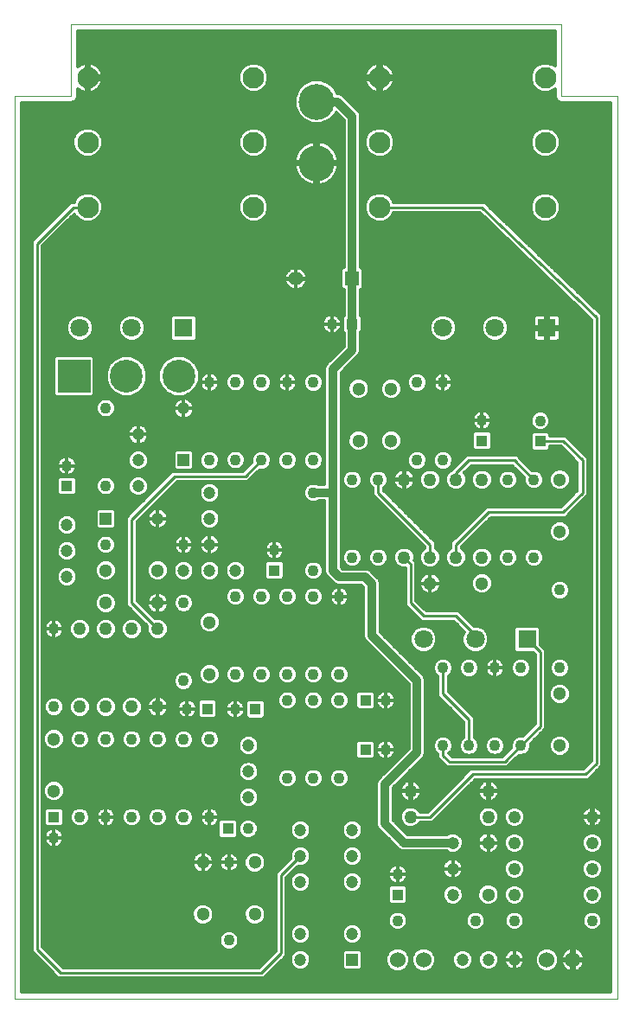
<source format=gtl>
G75*
%MOIN*%
%OFA0B0*%
%FSLAX25Y25*%
%IPPOS*%
%LPD*%
%AMOC8*
5,1,8,0,0,1.08239X$1,22.5*
%
%ADD10C,0.08268*%
%ADD11C,0.05512*%
%ADD12R,0.05512X0.05512*%
%ADD13R,0.07087X0.07087*%
%ADD14C,0.07087*%
%ADD15C,0.13843*%
%ADD16C,0.04331*%
%ADD17C,0.05118*%
%ADD18C,0.04724*%
%ADD19C,0.05000*%
%ADD20R,0.04724X0.04724*%
%ADD21R,0.12661X0.12661*%
%ADD22C,0.12661*%
%ADD23C,0.00000*%
%ADD24R,0.04331X0.04331*%
%ADD25C,0.04800*%
%ADD26C,0.04700*%
%ADD27C,0.06000*%
%ADD28C,0.01200*%
%ADD29C,0.03346*%
%ADD30C,0.01000*%
%ADD31C,0.03200*%
D10*
X0033051Y0309100D03*
X0033051Y0334100D03*
X0033051Y0359100D03*
X0096949Y0359100D03*
X0096949Y0334100D03*
X0096949Y0309100D03*
X0145551Y0309100D03*
X0145551Y0334100D03*
X0145551Y0359100D03*
X0209449Y0359100D03*
X0209449Y0334100D03*
X0209449Y0309100D03*
D11*
X0113250Y0281600D03*
D12*
X0135000Y0281600D03*
D13*
X0070000Y0262663D03*
X0202500Y0142663D03*
X0210000Y0262663D03*
D14*
X0190000Y0262663D03*
X0170000Y0262663D03*
X0162500Y0142663D03*
X0182500Y0142663D03*
X0050000Y0262663D03*
X0030000Y0262663D03*
D15*
X0121250Y0326163D03*
X0121250Y0349785D03*
D16*
X0127070Y0264098D03*
X0120000Y0241600D03*
X0110000Y0241600D03*
X0100000Y0241600D03*
X0090000Y0241696D03*
X0080000Y0241600D03*
X0080000Y0211600D03*
X0090000Y0211696D03*
X0100000Y0211600D03*
X0110000Y0211600D03*
X0120000Y0211600D03*
X0120000Y0199100D03*
X0135000Y0204100D03*
X0145000Y0204100D03*
X0160000Y0211600D03*
X0170000Y0211600D03*
X0184998Y0227030D03*
X0170000Y0241600D03*
X0160000Y0241600D03*
X0195000Y0204100D03*
X0205000Y0204100D03*
X0207498Y0226780D03*
X0205000Y0174100D03*
X0195000Y0174100D03*
X0215000Y0161600D03*
X0215000Y0131600D03*
X0200000Y0131600D03*
X0190000Y0131600D03*
X0180000Y0131600D03*
X0170000Y0131600D03*
X0170000Y0101600D03*
X0180000Y0101600D03*
X0190000Y0101600D03*
X0200000Y0101600D03*
X0197500Y0034100D03*
X0182500Y0034100D03*
X0152500Y0034100D03*
X0152498Y0052030D03*
X0130000Y0089100D03*
X0120000Y0089100D03*
X0110000Y0089100D03*
X0094940Y0069600D03*
X0087500Y0056600D03*
X0080000Y0074100D03*
X0070000Y0074004D03*
X0060000Y0074100D03*
X0050000Y0074100D03*
X0040000Y0074100D03*
X0030000Y0074100D03*
X0020000Y0066160D03*
X0030000Y0104100D03*
X0040000Y0104100D03*
X0050000Y0104100D03*
X0060000Y0104100D03*
X0070000Y0104004D03*
X0071310Y0115850D03*
X0070000Y0126600D03*
X0080000Y0104100D03*
X0089810Y0115600D03*
X0090000Y0129100D03*
X0100000Y0129100D03*
X0110000Y0129100D03*
X0110000Y0119100D03*
X0120000Y0119100D03*
X0120000Y0129100D03*
X0130000Y0129100D03*
X0130000Y0119100D03*
X0147930Y0119102D03*
X0147940Y0100100D03*
X0130000Y0159100D03*
X0135000Y0174100D03*
X0145000Y0174100D03*
X0120000Y0169100D03*
X0120000Y0159100D03*
X0110000Y0159100D03*
X0100000Y0159100D03*
X0090000Y0159100D03*
X0104998Y0177030D03*
X0070000Y0179100D03*
X0070000Y0156600D03*
X0040000Y0179100D03*
X0040000Y0201696D03*
X0024998Y0209530D03*
X0040000Y0231696D03*
X0020000Y0146600D03*
X0020000Y0116600D03*
X0087500Y0026600D03*
X0227500Y0034100D03*
D17*
X0187500Y0044100D03*
X0187500Y0064100D03*
X0215000Y0101600D03*
X0215000Y0121600D03*
X0185000Y0164100D03*
X0165000Y0164100D03*
X0150000Y0219100D03*
X0150000Y0239100D03*
X0137500Y0239100D03*
X0137500Y0219100D03*
X0080000Y0149100D03*
X0080000Y0129100D03*
X0060000Y0156600D03*
X0060000Y0169100D03*
X0040000Y0169100D03*
X0040000Y0156600D03*
X0020000Y0104100D03*
X0020000Y0084100D03*
X0077500Y0056600D03*
X0077500Y0036600D03*
X0097500Y0036600D03*
X0097500Y0056600D03*
X0215000Y0184100D03*
X0215000Y0204100D03*
D18*
X0135000Y0069100D03*
X0135000Y0059100D03*
X0135000Y0049100D03*
X0135000Y0029100D03*
X0115000Y0029100D03*
X0115000Y0019100D03*
X0115000Y0049100D03*
X0115000Y0059100D03*
X0115000Y0069100D03*
X0095000Y0081600D03*
X0095000Y0091600D03*
X0095000Y0101600D03*
X0090000Y0169100D03*
X0080000Y0169100D03*
X0080000Y0179100D03*
X0080000Y0189100D03*
X0080000Y0199100D03*
X0070000Y0169100D03*
X0060000Y0189100D03*
X0052500Y0201600D03*
X0052500Y0211600D03*
X0052500Y0221600D03*
X0070000Y0231600D03*
X0025000Y0186600D03*
X0025000Y0176600D03*
X0025000Y0166600D03*
X0177500Y0019100D03*
X0187500Y0019100D03*
X0197500Y0019100D03*
D19*
X0187500Y0074100D03*
X0187500Y0084100D03*
X0157500Y0084100D03*
X0157500Y0074100D03*
X0155000Y0174100D03*
X0165000Y0174100D03*
X0175000Y0174100D03*
X0185000Y0174100D03*
X0185000Y0204100D03*
X0175000Y0204100D03*
X0165000Y0204100D03*
X0155000Y0204100D03*
X0060000Y0146600D03*
X0050000Y0146600D03*
X0040000Y0146600D03*
X0030000Y0146600D03*
X0030000Y0116600D03*
X0040000Y0116600D03*
X0050000Y0116600D03*
X0060000Y0116600D03*
D20*
X0040000Y0189100D03*
X0070000Y0211600D03*
X0135000Y0019100D03*
D21*
X0027750Y0244100D03*
D22*
X0048000Y0244100D03*
X0068150Y0244100D03*
D23*
X0005000Y0004100D02*
X0237283Y0004100D01*
X0237283Y0352131D01*
X0215630Y0352131D01*
X0215630Y0379691D01*
X0026654Y0379691D01*
X0026654Y0352131D01*
X0005000Y0352131D01*
X0005000Y0004100D01*
D24*
X0020000Y0074040D03*
X0079190Y0115850D03*
X0097690Y0115600D03*
X0087060Y0069600D03*
X0140060Y0100100D03*
X0140070Y0119105D03*
X0104995Y0169170D03*
X0134930Y0264095D03*
X0184995Y0219170D03*
X0207495Y0218920D03*
X0152495Y0044170D03*
X0024995Y0201670D03*
D25*
X0197500Y0074100D03*
X0197500Y0064100D03*
X0197500Y0054100D03*
X0197500Y0044100D03*
X0227500Y0044100D03*
X0227500Y0054100D03*
X0227500Y0064100D03*
X0227500Y0074100D03*
D26*
X0173750Y0064100D03*
X0173750Y0054100D03*
X0173750Y0044100D03*
D27*
X0162500Y0019100D03*
X0152500Y0019100D03*
X0210000Y0019100D03*
X0220000Y0019100D03*
D28*
X0220400Y0018800D02*
X0234683Y0018800D01*
X0234683Y0019998D02*
X0224515Y0019998D01*
X0224487Y0020177D02*
X0224263Y0020866D01*
X0223934Y0021511D01*
X0223509Y0022097D01*
X0222997Y0022609D01*
X0222411Y0023034D01*
X0221766Y0023363D01*
X0221077Y0023587D01*
X0220400Y0023694D01*
X0220400Y0019500D01*
X0219600Y0019500D01*
X0219600Y0023694D01*
X0218923Y0023587D01*
X0218234Y0023363D01*
X0217589Y0023034D01*
X0217003Y0022609D01*
X0216491Y0022097D01*
X0216066Y0021511D01*
X0215737Y0020866D01*
X0215513Y0020177D01*
X0215406Y0019500D01*
X0219600Y0019500D01*
X0219600Y0018700D01*
X0215406Y0018700D01*
X0215513Y0018023D01*
X0215737Y0017334D01*
X0216066Y0016689D01*
X0216491Y0016103D01*
X0217003Y0015591D01*
X0217589Y0015166D01*
X0218234Y0014837D01*
X0218923Y0014613D01*
X0219600Y0014506D01*
X0219600Y0018700D01*
X0220400Y0018700D01*
X0220400Y0019500D01*
X0224594Y0019500D01*
X0224487Y0020177D01*
X0224094Y0021197D02*
X0234683Y0021197D01*
X0234683Y0022395D02*
X0223210Y0022395D01*
X0221033Y0023594D02*
X0234683Y0023594D01*
X0234683Y0024792D02*
X0109600Y0024792D01*
X0109600Y0023594D02*
X0151329Y0023594D01*
X0151585Y0023700D02*
X0149894Y0023000D01*
X0148600Y0021706D01*
X0147900Y0020015D01*
X0147900Y0018185D01*
X0148600Y0016494D01*
X0149894Y0015200D01*
X0151585Y0014500D01*
X0153415Y0014500D01*
X0155106Y0015200D01*
X0156400Y0016494D01*
X0157100Y0018185D01*
X0157100Y0020015D01*
X0156400Y0021706D01*
X0155106Y0023000D01*
X0153415Y0023700D01*
X0151585Y0023700D01*
X0153671Y0023594D02*
X0161329Y0023594D01*
X0161585Y0023700D02*
X0159894Y0023000D01*
X0158600Y0021706D01*
X0157900Y0020015D01*
X0157900Y0018185D01*
X0158600Y0016494D01*
X0159894Y0015200D01*
X0161585Y0014500D01*
X0163415Y0014500D01*
X0165106Y0015200D01*
X0166400Y0016494D01*
X0167100Y0018185D01*
X0167100Y0020015D01*
X0166400Y0021706D01*
X0165106Y0023000D01*
X0163415Y0023700D01*
X0161585Y0023700D01*
X0163671Y0023594D02*
X0208829Y0023594D01*
X0209085Y0023700D02*
X0207394Y0023000D01*
X0206100Y0021706D01*
X0205400Y0020015D01*
X0205400Y0018185D01*
X0206100Y0016494D01*
X0207394Y0015200D01*
X0209085Y0014500D01*
X0210915Y0014500D01*
X0212606Y0015200D01*
X0213900Y0016494D01*
X0214600Y0018185D01*
X0214600Y0020015D01*
X0213900Y0021706D01*
X0212606Y0023000D01*
X0210915Y0023700D01*
X0209085Y0023700D01*
X0211171Y0023594D02*
X0218967Y0023594D01*
X0219600Y0023594D02*
X0220400Y0023594D01*
X0220400Y0022395D02*
X0219600Y0022395D01*
X0219600Y0021197D02*
X0220400Y0021197D01*
X0220400Y0019998D02*
X0219600Y0019998D01*
X0219600Y0018800D02*
X0214600Y0018800D01*
X0214600Y0019998D02*
X0215485Y0019998D01*
X0215906Y0021197D02*
X0214110Y0021197D01*
X0213210Y0022395D02*
X0216790Y0022395D01*
X0215650Y0017601D02*
X0214358Y0017601D01*
X0213808Y0016403D02*
X0216274Y0016403D01*
X0217536Y0015204D02*
X0212610Y0015204D01*
X0219600Y0015204D02*
X0220400Y0015204D01*
X0220400Y0014506D02*
X0221077Y0014613D01*
X0221766Y0014837D01*
X0222411Y0015166D01*
X0222997Y0015591D01*
X0223509Y0016103D01*
X0223934Y0016689D01*
X0224263Y0017334D01*
X0224487Y0018023D01*
X0224594Y0018700D01*
X0220400Y0018700D01*
X0220400Y0014506D01*
X0220400Y0016403D02*
X0219600Y0016403D01*
X0219600Y0017601D02*
X0220400Y0017601D01*
X0222464Y0015204D02*
X0234683Y0015204D01*
X0234683Y0014006D02*
X0102876Y0014006D01*
X0102100Y0013230D02*
X0108370Y0019500D01*
X0109600Y0020730D01*
X0109600Y0050730D01*
X0114067Y0055198D01*
X0114212Y0055138D01*
X0115788Y0055138D01*
X0117244Y0055741D01*
X0118359Y0056856D01*
X0118962Y0058312D01*
X0118962Y0059888D01*
X0118359Y0061344D01*
X0117244Y0062459D01*
X0115788Y0063062D01*
X0114212Y0063062D01*
X0112756Y0062459D01*
X0111641Y0061344D01*
X0111038Y0059888D01*
X0111038Y0058312D01*
X0111098Y0058167D01*
X0105400Y0052470D01*
X0105400Y0022470D01*
X0099130Y0016200D01*
X0023370Y0016200D01*
X0015600Y0023970D01*
X0015600Y0294230D01*
X0027907Y0306537D01*
X0028190Y0305852D01*
X0029803Y0304239D01*
X0031911Y0303366D01*
X0034192Y0303366D01*
X0036299Y0304239D01*
X0037912Y0305852D01*
X0038785Y0307959D01*
X0038785Y0310241D01*
X0037912Y0312348D01*
X0036299Y0313961D01*
X0034192Y0314834D01*
X0031911Y0314834D01*
X0029803Y0313961D01*
X0028190Y0312348D01*
X0027715Y0311200D01*
X0026630Y0311200D01*
X0025400Y0309970D01*
X0025400Y0309970D01*
X0012630Y0297200D01*
X0011400Y0295970D01*
X0011400Y0022230D01*
X0021630Y0012000D01*
X0100870Y0012000D01*
X0102100Y0013230D01*
X0102100Y0013230D01*
X0101677Y0012807D02*
X0234683Y0012807D01*
X0234683Y0011609D02*
X0007600Y0011609D01*
X0007600Y0012807D02*
X0020823Y0012807D01*
X0019624Y0014006D02*
X0007600Y0014006D01*
X0007600Y0015204D02*
X0018426Y0015204D01*
X0017227Y0016403D02*
X0007600Y0016403D01*
X0007600Y0017601D02*
X0016029Y0017601D01*
X0014830Y0018800D02*
X0007600Y0018800D01*
X0007600Y0019998D02*
X0013632Y0019998D01*
X0012433Y0021197D02*
X0007600Y0021197D01*
X0007600Y0022395D02*
X0011400Y0022395D01*
X0011400Y0023594D02*
X0007600Y0023594D01*
X0007600Y0024792D02*
X0011400Y0024792D01*
X0011400Y0025991D02*
X0007600Y0025991D01*
X0007600Y0027189D02*
X0011400Y0027189D01*
X0011400Y0028388D02*
X0007600Y0028388D01*
X0007600Y0029586D02*
X0011400Y0029586D01*
X0011400Y0030785D02*
X0007600Y0030785D01*
X0007600Y0031983D02*
X0011400Y0031983D01*
X0011400Y0033182D02*
X0007600Y0033182D01*
X0007600Y0034380D02*
X0011400Y0034380D01*
X0011400Y0035579D02*
X0007600Y0035579D01*
X0007600Y0036777D02*
X0011400Y0036777D01*
X0011400Y0037976D02*
X0007600Y0037976D01*
X0007600Y0039174D02*
X0011400Y0039174D01*
X0011400Y0040373D02*
X0007600Y0040373D01*
X0007600Y0041571D02*
X0011400Y0041571D01*
X0011400Y0042770D02*
X0007600Y0042770D01*
X0007600Y0043968D02*
X0011400Y0043968D01*
X0011400Y0045167D02*
X0007600Y0045167D01*
X0007600Y0046366D02*
X0011400Y0046366D01*
X0011400Y0047564D02*
X0007600Y0047564D01*
X0007600Y0048763D02*
X0011400Y0048763D01*
X0011400Y0049961D02*
X0007600Y0049961D01*
X0007600Y0051160D02*
X0011400Y0051160D01*
X0011400Y0052358D02*
X0007600Y0052358D01*
X0007600Y0053557D02*
X0011400Y0053557D01*
X0011400Y0054755D02*
X0007600Y0054755D01*
X0007600Y0055954D02*
X0011400Y0055954D01*
X0011400Y0057152D02*
X0007600Y0057152D01*
X0007600Y0058351D02*
X0011400Y0058351D01*
X0011400Y0059549D02*
X0007600Y0059549D01*
X0007600Y0060748D02*
X0011400Y0060748D01*
X0011400Y0061946D02*
X0007600Y0061946D01*
X0007600Y0063145D02*
X0011400Y0063145D01*
X0011400Y0064343D02*
X0007600Y0064343D01*
X0007600Y0065542D02*
X0011400Y0065542D01*
X0011400Y0066740D02*
X0007600Y0066740D01*
X0007600Y0067939D02*
X0011400Y0067939D01*
X0011400Y0069137D02*
X0007600Y0069137D01*
X0007600Y0070336D02*
X0011400Y0070336D01*
X0011400Y0071534D02*
X0007600Y0071534D01*
X0007600Y0072733D02*
X0011400Y0072733D01*
X0011400Y0073931D02*
X0007600Y0073931D01*
X0007600Y0075130D02*
X0011400Y0075130D01*
X0011400Y0076328D02*
X0007600Y0076328D01*
X0007600Y0077527D02*
X0011400Y0077527D01*
X0011400Y0078725D02*
X0007600Y0078725D01*
X0007600Y0079924D02*
X0011400Y0079924D01*
X0011400Y0081122D02*
X0007600Y0081122D01*
X0007600Y0082321D02*
X0011400Y0082321D01*
X0011400Y0083519D02*
X0007600Y0083519D01*
X0007600Y0084718D02*
X0011400Y0084718D01*
X0011400Y0085916D02*
X0007600Y0085916D01*
X0007600Y0087115D02*
X0011400Y0087115D01*
X0011400Y0088313D02*
X0007600Y0088313D01*
X0007600Y0089512D02*
X0011400Y0089512D01*
X0011400Y0090710D02*
X0007600Y0090710D01*
X0007600Y0091909D02*
X0011400Y0091909D01*
X0011400Y0093107D02*
X0007600Y0093107D01*
X0007600Y0094306D02*
X0011400Y0094306D01*
X0011400Y0095504D02*
X0007600Y0095504D01*
X0007600Y0096703D02*
X0011400Y0096703D01*
X0011400Y0097901D02*
X0007600Y0097901D01*
X0007600Y0099100D02*
X0011400Y0099100D01*
X0011400Y0100299D02*
X0007600Y0100299D01*
X0007600Y0101497D02*
X0011400Y0101497D01*
X0011400Y0102696D02*
X0007600Y0102696D01*
X0007600Y0103894D02*
X0011400Y0103894D01*
X0011400Y0105093D02*
X0007600Y0105093D01*
X0007600Y0106291D02*
X0011400Y0106291D01*
X0011400Y0107490D02*
X0007600Y0107490D01*
X0007600Y0108688D02*
X0011400Y0108688D01*
X0011400Y0109887D02*
X0007600Y0109887D01*
X0007600Y0111085D02*
X0011400Y0111085D01*
X0011400Y0112284D02*
X0007600Y0112284D01*
X0007600Y0113482D02*
X0011400Y0113482D01*
X0011400Y0114681D02*
X0007600Y0114681D01*
X0007600Y0115879D02*
X0011400Y0115879D01*
X0011400Y0117078D02*
X0007600Y0117078D01*
X0007600Y0118276D02*
X0011400Y0118276D01*
X0011400Y0119475D02*
X0007600Y0119475D01*
X0007600Y0120673D02*
X0011400Y0120673D01*
X0011400Y0121872D02*
X0007600Y0121872D01*
X0007600Y0123070D02*
X0011400Y0123070D01*
X0011400Y0124269D02*
X0007600Y0124269D01*
X0007600Y0125467D02*
X0011400Y0125467D01*
X0011400Y0126666D02*
X0007600Y0126666D01*
X0007600Y0127864D02*
X0011400Y0127864D01*
X0011400Y0129063D02*
X0007600Y0129063D01*
X0007600Y0130261D02*
X0011400Y0130261D01*
X0011400Y0131460D02*
X0007600Y0131460D01*
X0007600Y0132658D02*
X0011400Y0132658D01*
X0011400Y0133857D02*
X0007600Y0133857D01*
X0007600Y0135055D02*
X0011400Y0135055D01*
X0011400Y0136254D02*
X0007600Y0136254D01*
X0007600Y0137452D02*
X0011400Y0137452D01*
X0011400Y0138651D02*
X0007600Y0138651D01*
X0007600Y0139849D02*
X0011400Y0139849D01*
X0011400Y0141048D02*
X0007600Y0141048D01*
X0007600Y0142246D02*
X0011400Y0142246D01*
X0011400Y0143445D02*
X0007600Y0143445D01*
X0007600Y0144643D02*
X0011400Y0144643D01*
X0011400Y0145842D02*
X0007600Y0145842D01*
X0007600Y0147040D02*
X0011400Y0147040D01*
X0011400Y0148239D02*
X0007600Y0148239D01*
X0007600Y0149437D02*
X0011400Y0149437D01*
X0011400Y0150636D02*
X0007600Y0150636D01*
X0007600Y0151834D02*
X0011400Y0151834D01*
X0011400Y0153033D02*
X0007600Y0153033D01*
X0007600Y0154232D02*
X0011400Y0154232D01*
X0011400Y0155430D02*
X0007600Y0155430D01*
X0007600Y0156629D02*
X0011400Y0156629D01*
X0011400Y0157827D02*
X0007600Y0157827D01*
X0007600Y0159026D02*
X0011400Y0159026D01*
X0011400Y0160224D02*
X0007600Y0160224D01*
X0007600Y0161423D02*
X0011400Y0161423D01*
X0011400Y0162621D02*
X0007600Y0162621D01*
X0007600Y0163820D02*
X0011400Y0163820D01*
X0011400Y0165018D02*
X0007600Y0165018D01*
X0007600Y0166217D02*
X0011400Y0166217D01*
X0011400Y0167415D02*
X0007600Y0167415D01*
X0007600Y0168614D02*
X0011400Y0168614D01*
X0011400Y0169812D02*
X0007600Y0169812D01*
X0007600Y0171011D02*
X0011400Y0171011D01*
X0011400Y0172209D02*
X0007600Y0172209D01*
X0007600Y0173408D02*
X0011400Y0173408D01*
X0011400Y0174606D02*
X0007600Y0174606D01*
X0007600Y0175805D02*
X0011400Y0175805D01*
X0011400Y0177003D02*
X0007600Y0177003D01*
X0007600Y0178202D02*
X0011400Y0178202D01*
X0011400Y0179400D02*
X0007600Y0179400D01*
X0007600Y0180599D02*
X0011400Y0180599D01*
X0011400Y0181797D02*
X0007600Y0181797D01*
X0007600Y0182996D02*
X0011400Y0182996D01*
X0011400Y0184194D02*
X0007600Y0184194D01*
X0007600Y0185393D02*
X0011400Y0185393D01*
X0011400Y0186591D02*
X0007600Y0186591D01*
X0007600Y0187790D02*
X0011400Y0187790D01*
X0011400Y0188988D02*
X0007600Y0188988D01*
X0007600Y0190187D02*
X0011400Y0190187D01*
X0011400Y0191385D02*
X0007600Y0191385D01*
X0007600Y0192584D02*
X0011400Y0192584D01*
X0011400Y0193782D02*
X0007600Y0193782D01*
X0007600Y0194981D02*
X0011400Y0194981D01*
X0011400Y0196179D02*
X0007600Y0196179D01*
X0007600Y0197378D02*
X0011400Y0197378D01*
X0011400Y0198576D02*
X0007600Y0198576D01*
X0007600Y0199775D02*
X0011400Y0199775D01*
X0011400Y0200973D02*
X0007600Y0200973D01*
X0007600Y0202172D02*
X0011400Y0202172D01*
X0011400Y0203370D02*
X0007600Y0203370D01*
X0007600Y0204569D02*
X0011400Y0204569D01*
X0011400Y0205768D02*
X0007600Y0205768D01*
X0007600Y0206966D02*
X0011400Y0206966D01*
X0011400Y0208165D02*
X0007600Y0208165D01*
X0007600Y0209363D02*
X0011400Y0209363D01*
X0011400Y0210562D02*
X0007600Y0210562D01*
X0007600Y0211760D02*
X0011400Y0211760D01*
X0011400Y0212959D02*
X0007600Y0212959D01*
X0007600Y0214157D02*
X0011400Y0214157D01*
X0011400Y0215356D02*
X0007600Y0215356D01*
X0007600Y0216554D02*
X0011400Y0216554D01*
X0011400Y0217753D02*
X0007600Y0217753D01*
X0007600Y0218951D02*
X0011400Y0218951D01*
X0011400Y0220150D02*
X0007600Y0220150D01*
X0007600Y0221348D02*
X0011400Y0221348D01*
X0011400Y0222547D02*
X0007600Y0222547D01*
X0007600Y0223745D02*
X0011400Y0223745D01*
X0011400Y0224944D02*
X0007600Y0224944D01*
X0007600Y0226142D02*
X0011400Y0226142D01*
X0011400Y0227341D02*
X0007600Y0227341D01*
X0007600Y0228539D02*
X0011400Y0228539D01*
X0011400Y0229738D02*
X0007600Y0229738D01*
X0007600Y0230936D02*
X0011400Y0230936D01*
X0011400Y0232135D02*
X0007600Y0232135D01*
X0007600Y0233333D02*
X0011400Y0233333D01*
X0011400Y0234532D02*
X0007600Y0234532D01*
X0007600Y0235730D02*
X0011400Y0235730D01*
X0011400Y0236929D02*
X0007600Y0236929D01*
X0007600Y0238127D02*
X0011400Y0238127D01*
X0011400Y0239326D02*
X0007600Y0239326D01*
X0007600Y0240524D02*
X0011400Y0240524D01*
X0011400Y0241723D02*
X0007600Y0241723D01*
X0007600Y0242921D02*
X0011400Y0242921D01*
X0011400Y0244120D02*
X0007600Y0244120D01*
X0007600Y0245318D02*
X0011400Y0245318D01*
X0011400Y0246517D02*
X0007600Y0246517D01*
X0007600Y0247715D02*
X0011400Y0247715D01*
X0011400Y0248914D02*
X0007600Y0248914D01*
X0007600Y0250112D02*
X0011400Y0250112D01*
X0011400Y0251311D02*
X0007600Y0251311D01*
X0007600Y0252509D02*
X0011400Y0252509D01*
X0011400Y0253708D02*
X0007600Y0253708D01*
X0007600Y0254906D02*
X0011400Y0254906D01*
X0011400Y0256105D02*
X0007600Y0256105D01*
X0007600Y0257303D02*
X0011400Y0257303D01*
X0011400Y0258502D02*
X0007600Y0258502D01*
X0007600Y0259701D02*
X0011400Y0259701D01*
X0011400Y0260899D02*
X0007600Y0260899D01*
X0007600Y0262098D02*
X0011400Y0262098D01*
X0011400Y0263296D02*
X0007600Y0263296D01*
X0007600Y0264495D02*
X0011400Y0264495D01*
X0011400Y0265693D02*
X0007600Y0265693D01*
X0007600Y0266892D02*
X0011400Y0266892D01*
X0011400Y0268090D02*
X0007600Y0268090D01*
X0007600Y0269289D02*
X0011400Y0269289D01*
X0011400Y0270487D02*
X0007600Y0270487D01*
X0007600Y0271686D02*
X0011400Y0271686D01*
X0011400Y0272884D02*
X0007600Y0272884D01*
X0007600Y0274083D02*
X0011400Y0274083D01*
X0011400Y0275281D02*
X0007600Y0275281D01*
X0007600Y0276480D02*
X0011400Y0276480D01*
X0011400Y0277678D02*
X0007600Y0277678D01*
X0007600Y0278877D02*
X0011400Y0278877D01*
X0011400Y0280075D02*
X0007600Y0280075D01*
X0007600Y0281274D02*
X0011400Y0281274D01*
X0011400Y0282472D02*
X0007600Y0282472D01*
X0007600Y0283671D02*
X0011400Y0283671D01*
X0011400Y0284869D02*
X0007600Y0284869D01*
X0007600Y0286068D02*
X0011400Y0286068D01*
X0011400Y0287266D02*
X0007600Y0287266D01*
X0007600Y0288465D02*
X0011400Y0288465D01*
X0011400Y0289663D02*
X0007600Y0289663D01*
X0007600Y0290862D02*
X0011400Y0290862D01*
X0011400Y0292060D02*
X0007600Y0292060D01*
X0007600Y0293259D02*
X0011400Y0293259D01*
X0011400Y0294457D02*
X0007600Y0294457D01*
X0007600Y0295656D02*
X0011400Y0295656D01*
X0012285Y0296854D02*
X0007600Y0296854D01*
X0007600Y0298053D02*
X0013483Y0298053D01*
X0012630Y0297200D02*
X0012630Y0297200D01*
X0014682Y0299251D02*
X0007600Y0299251D01*
X0007600Y0300450D02*
X0015880Y0300450D01*
X0017079Y0301648D02*
X0007600Y0301648D01*
X0007600Y0302847D02*
X0018277Y0302847D01*
X0019476Y0304045D02*
X0007600Y0304045D01*
X0007600Y0305244D02*
X0020674Y0305244D01*
X0021873Y0306442D02*
X0007600Y0306442D01*
X0007600Y0307641D02*
X0023071Y0307641D01*
X0024270Y0308839D02*
X0007600Y0308839D01*
X0007600Y0310038D02*
X0025468Y0310038D01*
X0027730Y0311237D02*
X0007600Y0311237D01*
X0007600Y0312435D02*
X0028277Y0312435D01*
X0029476Y0313634D02*
X0007600Y0313634D01*
X0007600Y0314832D02*
X0031906Y0314832D01*
X0034196Y0314832D02*
X0095804Y0314832D01*
X0095808Y0314834D02*
X0093701Y0313961D01*
X0092088Y0312348D01*
X0091215Y0310241D01*
X0091215Y0307959D01*
X0092088Y0305852D01*
X0093701Y0304239D01*
X0095808Y0303366D01*
X0098089Y0303366D01*
X0100197Y0304239D01*
X0101810Y0305852D01*
X0102683Y0307959D01*
X0102683Y0310241D01*
X0101810Y0312348D01*
X0100197Y0313961D01*
X0098089Y0314834D01*
X0095808Y0314834D01*
X0098094Y0314832D02*
X0131800Y0314832D01*
X0131800Y0313634D02*
X0100524Y0313634D01*
X0101723Y0312435D02*
X0131800Y0312435D01*
X0131800Y0311237D02*
X0102270Y0311237D01*
X0102683Y0310038D02*
X0131800Y0310038D01*
X0131800Y0308839D02*
X0102683Y0308839D01*
X0102551Y0307641D02*
X0131800Y0307641D01*
X0131800Y0306442D02*
X0102054Y0306442D01*
X0101202Y0305244D02*
X0131800Y0305244D01*
X0131800Y0304045D02*
X0099729Y0304045D01*
X0094168Y0304045D02*
X0035832Y0304045D01*
X0037304Y0305244D02*
X0092696Y0305244D01*
X0091843Y0306442D02*
X0038157Y0306442D01*
X0038653Y0307641D02*
X0091347Y0307641D01*
X0091215Y0308839D02*
X0038785Y0308839D01*
X0038785Y0310038D02*
X0091215Y0310038D01*
X0091628Y0311237D02*
X0038372Y0311237D01*
X0037825Y0312435D02*
X0092175Y0312435D01*
X0093373Y0313634D02*
X0036627Y0313634D01*
X0030271Y0304045D02*
X0025415Y0304045D01*
X0024217Y0302847D02*
X0131800Y0302847D01*
X0131800Y0301648D02*
X0023018Y0301648D01*
X0021820Y0300450D02*
X0131800Y0300450D01*
X0131800Y0299251D02*
X0020621Y0299251D01*
X0019423Y0298053D02*
X0131800Y0298053D01*
X0131800Y0296854D02*
X0018224Y0296854D01*
X0017026Y0295656D02*
X0131800Y0295656D01*
X0131800Y0294457D02*
X0015827Y0294457D01*
X0015600Y0293259D02*
X0131800Y0293259D01*
X0131800Y0292060D02*
X0015600Y0292060D01*
X0015600Y0290862D02*
X0131800Y0290862D01*
X0131800Y0289663D02*
X0015600Y0289663D01*
X0015600Y0288465D02*
X0131800Y0288465D01*
X0131800Y0287266D02*
X0015600Y0287266D01*
X0015600Y0286068D02*
X0131800Y0286068D01*
X0131800Y0285956D02*
X0131581Y0285956D01*
X0130644Y0285019D01*
X0130644Y0278181D01*
X0131581Y0277244D01*
X0131730Y0277244D01*
X0131730Y0267488D01*
X0131165Y0266923D01*
X0131165Y0261267D01*
X0131730Y0260702D01*
X0131730Y0255355D01*
X0125687Y0249313D01*
X0124787Y0248413D01*
X0124300Y0247237D01*
X0124300Y0202300D01*
X0122114Y0202300D01*
X0120749Y0202865D01*
X0119251Y0202865D01*
X0117867Y0202292D01*
X0116808Y0201233D01*
X0116235Y0199849D01*
X0116235Y0198351D01*
X0116808Y0196967D01*
X0117867Y0195908D01*
X0119251Y0195335D01*
X0120749Y0195335D01*
X0122114Y0195900D01*
X0124300Y0195900D01*
X0124300Y0168463D01*
X0124787Y0167287D01*
X0127287Y0164787D01*
X0128187Y0163887D01*
X0129363Y0163400D01*
X0138675Y0163400D01*
X0139300Y0162775D01*
X0139300Y0143463D01*
X0139787Y0142287D01*
X0156800Y0125275D01*
X0156800Y0100425D01*
X0145687Y0089313D01*
X0144787Y0088413D01*
X0144300Y0087237D01*
X0144300Y0070963D01*
X0144787Y0069787D01*
X0152287Y0062287D01*
X0153187Y0061387D01*
X0154363Y0060900D01*
X0171364Y0060900D01*
X0171513Y0060751D01*
X0172964Y0060150D01*
X0174536Y0060150D01*
X0175987Y0060751D01*
X0177099Y0061862D01*
X0177700Y0063314D01*
X0177700Y0064886D01*
X0177099Y0066337D01*
X0175987Y0067449D01*
X0174536Y0068050D01*
X0172964Y0068050D01*
X0171513Y0067449D01*
X0171364Y0067300D01*
X0156325Y0067300D01*
X0150700Y0072925D01*
X0150700Y0085275D01*
X0162713Y0097287D01*
X0163200Y0098463D01*
X0163200Y0127237D01*
X0162713Y0128413D01*
X0161813Y0129313D01*
X0145700Y0145425D01*
X0145700Y0164737D01*
X0145213Y0165913D01*
X0144313Y0166813D01*
X0141813Y0169313D01*
X0140637Y0169800D01*
X0131325Y0169800D01*
X0130700Y0170425D01*
X0130700Y0245275D01*
X0137643Y0252217D01*
X0138130Y0253393D01*
X0138130Y0260702D01*
X0138695Y0261267D01*
X0138695Y0266923D01*
X0138130Y0267488D01*
X0138130Y0277244D01*
X0138419Y0277244D01*
X0139356Y0278181D01*
X0139356Y0285019D01*
X0138419Y0285956D01*
X0138200Y0285956D01*
X0138200Y0344737D01*
X0137713Y0345913D01*
X0136813Y0346813D01*
X0131128Y0352498D01*
X0129951Y0352985D01*
X0129148Y0352985D01*
X0128474Y0354612D01*
X0126077Y0357009D01*
X0122945Y0358306D01*
X0119555Y0358306D01*
X0116423Y0357009D01*
X0114026Y0354612D01*
X0112729Y0351480D01*
X0112729Y0348090D01*
X0114026Y0344958D01*
X0116423Y0342561D01*
X0119555Y0341264D01*
X0122945Y0341264D01*
X0126077Y0342561D01*
X0128474Y0344958D01*
X0128809Y0345766D01*
X0131800Y0342775D01*
X0131800Y0285956D01*
X0130644Y0284869D02*
X0116141Y0284869D01*
X0116088Y0284922D02*
X0115533Y0285325D01*
X0114922Y0285637D01*
X0114270Y0285849D01*
X0113593Y0285956D01*
X0113339Y0285956D01*
X0113339Y0281689D01*
X0117606Y0281689D01*
X0117606Y0281943D01*
X0117499Y0282620D01*
X0117287Y0283272D01*
X0116975Y0283883D01*
X0116572Y0284438D01*
X0116088Y0284922D01*
X0117084Y0283671D02*
X0130644Y0283671D01*
X0130644Y0282472D02*
X0117522Y0282472D01*
X0117606Y0281511D02*
X0113339Y0281511D01*
X0113339Y0281689D01*
X0113161Y0281689D01*
X0113161Y0285956D01*
X0112907Y0285956D01*
X0112230Y0285849D01*
X0111578Y0285637D01*
X0110967Y0285325D01*
X0110412Y0284922D01*
X0109927Y0284438D01*
X0109524Y0283883D01*
X0109213Y0283272D01*
X0109001Y0282620D01*
X0108894Y0281943D01*
X0108894Y0281689D01*
X0113161Y0281689D01*
X0113161Y0281511D01*
X0113339Y0281511D01*
X0113339Y0277244D01*
X0113593Y0277244D01*
X0114270Y0277351D01*
X0114922Y0277563D01*
X0115533Y0277874D01*
X0116088Y0278277D01*
X0116572Y0278762D01*
X0116975Y0279317D01*
X0117287Y0279928D01*
X0117499Y0280580D01*
X0117606Y0281257D01*
X0117606Y0281511D01*
X0117606Y0281274D02*
X0130644Y0281274D01*
X0130644Y0280075D02*
X0117335Y0280075D01*
X0116656Y0278877D02*
X0130644Y0278877D01*
X0131147Y0277678D02*
X0115148Y0277678D01*
X0113339Y0277678D02*
X0113161Y0277678D01*
X0113161Y0277244D02*
X0113161Y0281511D01*
X0108894Y0281511D01*
X0108894Y0281257D01*
X0109001Y0280580D01*
X0109213Y0279928D01*
X0109524Y0279317D01*
X0109927Y0278762D01*
X0110412Y0278277D01*
X0110967Y0277874D01*
X0111578Y0277563D01*
X0112230Y0277351D01*
X0112907Y0277244D01*
X0113161Y0277244D01*
X0113161Y0278877D02*
X0113339Y0278877D01*
X0113339Y0280075D02*
X0113161Y0280075D01*
X0113161Y0281274D02*
X0113339Y0281274D01*
X0113339Y0282472D02*
X0113161Y0282472D01*
X0113161Y0283671D02*
X0113339Y0283671D01*
X0113339Y0284869D02*
X0113161Y0284869D01*
X0110359Y0284869D02*
X0015600Y0284869D01*
X0015600Y0283671D02*
X0109416Y0283671D01*
X0108978Y0282472D02*
X0015600Y0282472D01*
X0015600Y0281274D02*
X0108894Y0281274D01*
X0109165Y0280075D02*
X0015600Y0280075D01*
X0015600Y0278877D02*
X0109844Y0278877D01*
X0111352Y0277678D02*
X0015600Y0277678D01*
X0015600Y0276480D02*
X0131730Y0276480D01*
X0131730Y0275281D02*
X0015600Y0275281D01*
X0015600Y0274083D02*
X0131730Y0274083D01*
X0131730Y0272884D02*
X0015600Y0272884D01*
X0015600Y0271686D02*
X0131730Y0271686D01*
X0131730Y0270487D02*
X0015600Y0270487D01*
X0015600Y0269289D02*
X0131730Y0269289D01*
X0131730Y0268090D02*
X0015600Y0268090D01*
X0015600Y0266892D02*
X0026955Y0266892D01*
X0027087Y0267023D02*
X0025640Y0265576D01*
X0024857Y0263686D01*
X0024857Y0261640D01*
X0025640Y0259750D01*
X0027087Y0258303D01*
X0028977Y0257520D01*
X0031023Y0257520D01*
X0032913Y0258303D01*
X0034360Y0259750D01*
X0035143Y0261640D01*
X0035143Y0263686D01*
X0034360Y0265576D01*
X0032913Y0267023D01*
X0031023Y0267806D01*
X0028977Y0267806D01*
X0027087Y0267023D01*
X0025756Y0265693D02*
X0015600Y0265693D01*
X0015600Y0264495D02*
X0025192Y0264495D01*
X0024857Y0263296D02*
X0015600Y0263296D01*
X0015600Y0262098D02*
X0024857Y0262098D01*
X0025164Y0260899D02*
X0015600Y0260899D01*
X0015600Y0259701D02*
X0025689Y0259701D01*
X0026887Y0258502D02*
X0015600Y0258502D01*
X0015600Y0257303D02*
X0131730Y0257303D01*
X0131730Y0256105D02*
X0015600Y0256105D01*
X0015600Y0254906D02*
X0131281Y0254906D01*
X0130082Y0253708D02*
X0015600Y0253708D01*
X0015600Y0252509D02*
X0128884Y0252509D01*
X0127685Y0251311D02*
X0071465Y0251311D01*
X0072642Y0250823D02*
X0069728Y0252031D01*
X0066572Y0252031D01*
X0063658Y0250823D01*
X0061427Y0248592D01*
X0060219Y0245678D01*
X0060219Y0242522D01*
X0061427Y0239608D01*
X0063658Y0237377D01*
X0066572Y0236169D01*
X0069728Y0236169D01*
X0072642Y0237377D01*
X0074873Y0239608D01*
X0076081Y0242522D01*
X0076081Y0245678D01*
X0074873Y0248592D01*
X0072642Y0250823D01*
X0073353Y0250112D02*
X0126487Y0250112D01*
X0125288Y0248914D02*
X0074552Y0248914D01*
X0075237Y0247715D02*
X0124498Y0247715D01*
X0124300Y0246517D02*
X0075733Y0246517D01*
X0076081Y0245318D02*
X0079393Y0245318D01*
X0079629Y0245365D02*
X0078902Y0245221D01*
X0078216Y0244937D01*
X0077600Y0244525D01*
X0077075Y0244000D01*
X0076663Y0243384D01*
X0076379Y0242698D01*
X0076235Y0241971D01*
X0076235Y0241600D01*
X0076235Y0241229D01*
X0076379Y0240502D01*
X0076663Y0239816D01*
X0077075Y0239200D01*
X0077600Y0238675D01*
X0078216Y0238263D01*
X0078902Y0237979D01*
X0079629Y0237835D01*
X0080000Y0237835D01*
X0080371Y0237835D01*
X0081098Y0237979D01*
X0081784Y0238263D01*
X0082400Y0238675D01*
X0082925Y0239200D01*
X0083337Y0239816D01*
X0083621Y0240502D01*
X0083765Y0241229D01*
X0083765Y0241600D01*
X0083765Y0241971D01*
X0083621Y0242698D01*
X0083337Y0243384D01*
X0082925Y0244000D01*
X0082400Y0244525D01*
X0081784Y0244937D01*
X0081098Y0245221D01*
X0080371Y0245365D01*
X0080000Y0245365D01*
X0079629Y0245365D01*
X0080000Y0245365D02*
X0080000Y0241600D01*
X0080000Y0241600D01*
X0080000Y0245365D01*
X0080000Y0245318D02*
X0080000Y0245318D01*
X0080607Y0245318D02*
X0088905Y0245318D01*
X0089251Y0245462D02*
X0087867Y0244889D01*
X0086808Y0243829D01*
X0086235Y0242445D01*
X0086235Y0240947D01*
X0086808Y0239564D01*
X0087867Y0238504D01*
X0089251Y0237931D01*
X0090749Y0237931D01*
X0092133Y0238504D01*
X0093192Y0239564D01*
X0093765Y0240947D01*
X0093765Y0242445D01*
X0093192Y0243829D01*
X0092133Y0244889D01*
X0090749Y0245462D01*
X0089251Y0245462D01*
X0091095Y0245318D02*
X0099138Y0245318D01*
X0099251Y0245365D02*
X0097867Y0244792D01*
X0096808Y0243733D01*
X0096235Y0242349D01*
X0096235Y0240851D01*
X0096808Y0239467D01*
X0097867Y0238408D01*
X0099251Y0237835D01*
X0100749Y0237835D01*
X0102133Y0238408D01*
X0103192Y0239467D01*
X0103765Y0240851D01*
X0103765Y0242349D01*
X0103192Y0243733D01*
X0102133Y0244792D01*
X0100749Y0245365D01*
X0099251Y0245365D01*
X0100862Y0245318D02*
X0109393Y0245318D01*
X0109629Y0245365D02*
X0108902Y0245221D01*
X0108216Y0244937D01*
X0107600Y0244525D01*
X0107075Y0244000D01*
X0106663Y0243384D01*
X0106379Y0242698D01*
X0106235Y0241971D01*
X0106235Y0241600D01*
X0106235Y0241229D01*
X0106379Y0240502D01*
X0106663Y0239816D01*
X0107075Y0239200D01*
X0107600Y0238675D01*
X0108216Y0238263D01*
X0108902Y0237979D01*
X0109629Y0237835D01*
X0110000Y0237835D01*
X0110371Y0237835D01*
X0111098Y0237979D01*
X0111784Y0238263D01*
X0112400Y0238675D01*
X0112925Y0239200D01*
X0113337Y0239816D01*
X0113621Y0240502D01*
X0113765Y0241229D01*
X0113765Y0241600D01*
X0113765Y0241971D01*
X0113621Y0242698D01*
X0113337Y0243384D01*
X0112925Y0244000D01*
X0112400Y0244525D01*
X0111784Y0244937D01*
X0111098Y0245221D01*
X0110371Y0245365D01*
X0110000Y0245365D01*
X0109629Y0245365D01*
X0110000Y0245365D02*
X0110000Y0241600D01*
X0110000Y0241600D01*
X0110000Y0245365D01*
X0110000Y0245318D02*
X0110000Y0245318D01*
X0110607Y0245318D02*
X0119138Y0245318D01*
X0119251Y0245365D02*
X0117867Y0244792D01*
X0116808Y0243733D01*
X0116235Y0242349D01*
X0116235Y0240851D01*
X0116808Y0239467D01*
X0117867Y0238408D01*
X0119251Y0237835D01*
X0120749Y0237835D01*
X0122133Y0238408D01*
X0123192Y0239467D01*
X0123765Y0240851D01*
X0123765Y0242349D01*
X0123192Y0243733D01*
X0122133Y0244792D01*
X0120749Y0245365D01*
X0119251Y0245365D01*
X0120862Y0245318D02*
X0124300Y0245318D01*
X0124300Y0244120D02*
X0122805Y0244120D01*
X0123528Y0242921D02*
X0124300Y0242921D01*
X0124300Y0241723D02*
X0123765Y0241723D01*
X0123630Y0240524D02*
X0124300Y0240524D01*
X0124300Y0239326D02*
X0123051Y0239326D01*
X0124300Y0238127D02*
X0121456Y0238127D01*
X0118544Y0238127D02*
X0111456Y0238127D01*
X0110000Y0238127D02*
X0110000Y0238127D01*
X0110000Y0237835D02*
X0110000Y0241600D01*
X0113765Y0241600D01*
X0110000Y0241600D01*
X0110000Y0241600D01*
X0110000Y0241600D01*
X0106235Y0241600D01*
X0110000Y0241600D01*
X0110000Y0241600D01*
X0110000Y0237835D01*
X0108544Y0238127D02*
X0101456Y0238127D01*
X0103051Y0239326D02*
X0106991Y0239326D01*
X0106375Y0240524D02*
X0103630Y0240524D01*
X0103765Y0241723D02*
X0106235Y0241723D01*
X0106472Y0242921D02*
X0103528Y0242921D01*
X0102805Y0244120D02*
X0107195Y0244120D01*
X0110000Y0244120D02*
X0110000Y0244120D01*
X0110000Y0242921D02*
X0110000Y0242921D01*
X0110000Y0241723D02*
X0110000Y0241723D01*
X0110000Y0240524D02*
X0110000Y0240524D01*
X0110000Y0239326D02*
X0110000Y0239326D01*
X0113009Y0239326D02*
X0116949Y0239326D01*
X0116370Y0240524D02*
X0113625Y0240524D01*
X0113765Y0241723D02*
X0116235Y0241723D01*
X0116472Y0242921D02*
X0113528Y0242921D01*
X0112805Y0244120D02*
X0117195Y0244120D01*
X0124300Y0236929D02*
X0071561Y0236929D01*
X0071156Y0235410D02*
X0070390Y0235562D01*
X0070000Y0235562D01*
X0070000Y0231600D01*
X0070000Y0231600D01*
X0073962Y0231600D01*
X0073962Y0231990D01*
X0073810Y0232756D01*
X0073511Y0233477D01*
X0073078Y0234126D01*
X0072526Y0234678D01*
X0071877Y0235111D01*
X0071156Y0235410D01*
X0070000Y0235562D02*
X0070000Y0231600D01*
X0070000Y0231600D01*
X0070000Y0231600D01*
X0066038Y0231600D01*
X0066038Y0231990D01*
X0066190Y0232756D01*
X0066489Y0233477D01*
X0066922Y0234126D01*
X0067474Y0234678D01*
X0068123Y0235111D01*
X0068844Y0235410D01*
X0069610Y0235562D01*
X0070000Y0235562D01*
X0070000Y0234532D02*
X0070000Y0234532D01*
X0070000Y0233333D02*
X0070000Y0233333D01*
X0070000Y0232135D02*
X0070000Y0232135D01*
X0070000Y0231600D02*
X0066038Y0231600D01*
X0066038Y0231210D01*
X0066190Y0230444D01*
X0066489Y0229723D01*
X0066922Y0229074D01*
X0067474Y0228522D01*
X0068123Y0228089D01*
X0068844Y0227790D01*
X0069610Y0227638D01*
X0070000Y0227638D01*
X0070390Y0227638D01*
X0071156Y0227790D01*
X0071877Y0228089D01*
X0072526Y0228522D01*
X0073078Y0229074D01*
X0073511Y0229723D01*
X0073810Y0230444D01*
X0073962Y0231210D01*
X0073962Y0231600D01*
X0070000Y0231600D01*
X0070000Y0227638D01*
X0070000Y0231600D01*
X0070000Y0231600D01*
X0070000Y0230936D02*
X0070000Y0230936D01*
X0070000Y0229738D02*
X0070000Y0229738D01*
X0070000Y0228539D02*
X0070000Y0228539D01*
X0067457Y0228539D02*
X0042168Y0228539D01*
X0042133Y0228504D02*
X0043192Y0229564D01*
X0043765Y0230947D01*
X0043765Y0232445D01*
X0043192Y0233829D01*
X0042133Y0234889D01*
X0040749Y0235462D01*
X0039251Y0235462D01*
X0037867Y0234889D01*
X0036808Y0233829D01*
X0036235Y0232445D01*
X0036235Y0230947D01*
X0036808Y0229564D01*
X0037867Y0228504D01*
X0039251Y0227931D01*
X0040749Y0227931D01*
X0042133Y0228504D01*
X0043264Y0229738D02*
X0066483Y0229738D01*
X0066092Y0230936D02*
X0043761Y0230936D01*
X0043765Y0232135D02*
X0066067Y0232135D01*
X0066429Y0233333D02*
X0043398Y0233333D01*
X0042490Y0234532D02*
X0067328Y0234532D01*
X0064739Y0236929D02*
X0051411Y0236929D01*
X0052492Y0237377D02*
X0054723Y0239608D01*
X0055931Y0242522D01*
X0055931Y0245678D01*
X0054723Y0248592D01*
X0052492Y0250823D01*
X0049578Y0252031D01*
X0046422Y0252031D01*
X0043508Y0250823D01*
X0041277Y0248592D01*
X0040069Y0245678D01*
X0040069Y0242522D01*
X0041277Y0239608D01*
X0043508Y0237377D01*
X0046422Y0236169D01*
X0049578Y0236169D01*
X0052492Y0237377D01*
X0053243Y0238127D02*
X0062907Y0238127D01*
X0061708Y0239326D02*
X0054442Y0239326D01*
X0055103Y0240524D02*
X0061047Y0240524D01*
X0060551Y0241723D02*
X0055599Y0241723D01*
X0055931Y0242921D02*
X0060219Y0242921D01*
X0060219Y0244120D02*
X0055931Y0244120D01*
X0055931Y0245318D02*
X0060219Y0245318D01*
X0060567Y0246517D02*
X0055583Y0246517D01*
X0055087Y0247715D02*
X0061063Y0247715D01*
X0061748Y0248914D02*
X0054402Y0248914D01*
X0053203Y0250112D02*
X0062947Y0250112D01*
X0064835Y0251311D02*
X0051315Y0251311D01*
X0051023Y0257520D02*
X0048977Y0257520D01*
X0047087Y0258303D01*
X0045640Y0259750D01*
X0044857Y0261640D01*
X0044857Y0263686D01*
X0045640Y0265576D01*
X0047087Y0267023D01*
X0048977Y0267806D01*
X0051023Y0267806D01*
X0052913Y0267023D01*
X0054360Y0265576D01*
X0055143Y0263686D01*
X0055143Y0261640D01*
X0054360Y0259750D01*
X0052913Y0258303D01*
X0051023Y0257520D01*
X0053113Y0258502D02*
X0064857Y0258502D01*
X0064857Y0258457D02*
X0065794Y0257520D01*
X0074206Y0257520D01*
X0075143Y0258457D01*
X0075143Y0266869D01*
X0074206Y0267806D01*
X0065794Y0267806D01*
X0064857Y0266869D01*
X0064857Y0258457D01*
X0064857Y0259701D02*
X0054311Y0259701D01*
X0054836Y0260899D02*
X0064857Y0260899D01*
X0064857Y0262098D02*
X0055143Y0262098D01*
X0055143Y0263296D02*
X0064857Y0263296D01*
X0064857Y0264495D02*
X0054808Y0264495D01*
X0054244Y0265693D02*
X0064857Y0265693D01*
X0064879Y0266892D02*
X0053045Y0266892D01*
X0046955Y0266892D02*
X0033045Y0266892D01*
X0034244Y0265693D02*
X0045756Y0265693D01*
X0045192Y0264495D02*
X0034808Y0264495D01*
X0035143Y0263296D02*
X0044857Y0263296D01*
X0044857Y0262098D02*
X0035143Y0262098D01*
X0034836Y0260899D02*
X0045164Y0260899D01*
X0045689Y0259701D02*
X0034311Y0259701D01*
X0033113Y0258502D02*
X0046887Y0258502D01*
X0044685Y0251311D02*
X0035463Y0251311D01*
X0035681Y0251093D02*
X0034743Y0252031D01*
X0020757Y0252031D01*
X0019819Y0251093D01*
X0019819Y0237107D01*
X0020757Y0236169D01*
X0034743Y0236169D01*
X0035681Y0237107D01*
X0035681Y0251093D01*
X0035681Y0250112D02*
X0042797Y0250112D01*
X0041598Y0248914D02*
X0035681Y0248914D01*
X0035681Y0247715D02*
X0040913Y0247715D01*
X0040417Y0246517D02*
X0035681Y0246517D01*
X0035681Y0245318D02*
X0040069Y0245318D01*
X0040069Y0244120D02*
X0035681Y0244120D01*
X0035681Y0242921D02*
X0040069Y0242921D01*
X0040401Y0241723D02*
X0035681Y0241723D01*
X0035681Y0240524D02*
X0040897Y0240524D01*
X0041558Y0239326D02*
X0035681Y0239326D01*
X0035681Y0238127D02*
X0042757Y0238127D01*
X0044589Y0236929D02*
X0035503Y0236929D01*
X0037510Y0234532D02*
X0015600Y0234532D01*
X0015600Y0235730D02*
X0124300Y0235730D01*
X0124300Y0234532D02*
X0072672Y0234532D01*
X0073571Y0233333D02*
X0124300Y0233333D01*
X0124300Y0232135D02*
X0073933Y0232135D01*
X0073908Y0230936D02*
X0124300Y0230936D01*
X0124300Y0229738D02*
X0073517Y0229738D01*
X0072543Y0228539D02*
X0124300Y0228539D01*
X0124300Y0227341D02*
X0015600Y0227341D01*
X0015600Y0228539D02*
X0037832Y0228539D01*
X0036736Y0229738D02*
X0015600Y0229738D01*
X0015600Y0230936D02*
X0036239Y0230936D01*
X0036235Y0232135D02*
X0015600Y0232135D01*
X0015600Y0233333D02*
X0036602Y0233333D01*
X0049422Y0224126D02*
X0048989Y0223477D01*
X0048690Y0222756D01*
X0048538Y0221990D01*
X0048538Y0221600D01*
X0052500Y0221600D01*
X0052500Y0221600D01*
X0052500Y0225562D01*
X0052890Y0225562D01*
X0053656Y0225410D01*
X0054377Y0225111D01*
X0055026Y0224678D01*
X0055578Y0224126D01*
X0056011Y0223477D01*
X0056310Y0222756D01*
X0056462Y0221990D01*
X0056462Y0221600D01*
X0052500Y0221600D01*
X0052500Y0221600D01*
X0052500Y0221600D01*
X0052500Y0225562D01*
X0052110Y0225562D01*
X0051344Y0225410D01*
X0050623Y0225111D01*
X0049974Y0224678D01*
X0049422Y0224126D01*
X0049168Y0223745D02*
X0015600Y0223745D01*
X0015600Y0222547D02*
X0048648Y0222547D01*
X0048538Y0221600D02*
X0048538Y0221210D01*
X0048690Y0220444D01*
X0048989Y0219723D01*
X0049422Y0219074D01*
X0049974Y0218522D01*
X0050623Y0218089D01*
X0051344Y0217790D01*
X0052110Y0217638D01*
X0052500Y0217638D01*
X0052890Y0217638D01*
X0053656Y0217790D01*
X0054377Y0218089D01*
X0055026Y0218522D01*
X0055578Y0219074D01*
X0056011Y0219723D01*
X0056310Y0220444D01*
X0056462Y0221210D01*
X0056462Y0221600D01*
X0052500Y0221600D01*
X0052500Y0217638D01*
X0052500Y0221600D01*
X0052500Y0221600D01*
X0048538Y0221600D01*
X0048538Y0221348D02*
X0015600Y0221348D01*
X0015600Y0220150D02*
X0048812Y0220150D01*
X0049545Y0218951D02*
X0015600Y0218951D01*
X0015600Y0217753D02*
X0051532Y0217753D01*
X0052500Y0217753D02*
X0052500Y0217753D01*
X0053468Y0217753D02*
X0124300Y0217753D01*
X0124300Y0218951D02*
X0055455Y0218951D01*
X0056188Y0220150D02*
X0124300Y0220150D01*
X0124300Y0221348D02*
X0056462Y0221348D01*
X0056352Y0222547D02*
X0124300Y0222547D01*
X0124300Y0223745D02*
X0055832Y0223745D01*
X0054628Y0224944D02*
X0124300Y0224944D01*
X0124300Y0226142D02*
X0015600Y0226142D01*
X0015600Y0224944D02*
X0050372Y0224944D01*
X0052500Y0224944D02*
X0052500Y0224944D01*
X0052500Y0223745D02*
X0052500Y0223745D01*
X0052500Y0222547D02*
X0052500Y0222547D01*
X0052500Y0221348D02*
X0052500Y0221348D01*
X0052500Y0220150D02*
X0052500Y0220150D01*
X0052500Y0218951D02*
X0052500Y0218951D01*
X0053288Y0215562D02*
X0051712Y0215562D01*
X0050256Y0214959D01*
X0049141Y0213844D01*
X0048538Y0212388D01*
X0048538Y0210812D01*
X0049141Y0209356D01*
X0050256Y0208241D01*
X0051712Y0207638D01*
X0053288Y0207638D01*
X0054744Y0208241D01*
X0055859Y0209356D01*
X0056462Y0210812D01*
X0056462Y0212388D01*
X0055859Y0213844D01*
X0054744Y0214959D01*
X0053288Y0215562D01*
X0053787Y0215356D02*
X0066768Y0215356D01*
X0066975Y0215562D02*
X0066038Y0214625D01*
X0066038Y0208575D01*
X0066975Y0207638D01*
X0073025Y0207638D01*
X0073962Y0208575D01*
X0073962Y0214625D01*
X0073025Y0215562D01*
X0066975Y0215562D01*
X0066038Y0214157D02*
X0055546Y0214157D01*
X0056226Y0212959D02*
X0066038Y0212959D01*
X0066038Y0211760D02*
X0056462Y0211760D01*
X0056359Y0210562D02*
X0066038Y0210562D01*
X0066038Y0209363D02*
X0055862Y0209363D01*
X0054560Y0208165D02*
X0066448Y0208165D01*
X0065630Y0207450D02*
X0064400Y0206220D01*
X0047900Y0189720D01*
X0047900Y0155730D01*
X0049130Y0154500D01*
X0055992Y0147638D01*
X0055900Y0147416D01*
X0055900Y0145784D01*
X0056524Y0144278D01*
X0057678Y0143124D01*
X0059184Y0142500D01*
X0060816Y0142500D01*
X0062322Y0143124D01*
X0063476Y0144278D01*
X0064100Y0145784D01*
X0064100Y0147416D01*
X0063476Y0148922D01*
X0062322Y0150076D01*
X0060816Y0150700D01*
X0059184Y0150700D01*
X0058962Y0150608D01*
X0052100Y0157470D01*
X0052100Y0187980D01*
X0067370Y0203250D01*
X0094620Y0203250D01*
X0099218Y0207848D01*
X0099251Y0207835D01*
X0100749Y0207835D01*
X0102133Y0208408D01*
X0103192Y0209467D01*
X0103765Y0210851D01*
X0103765Y0212349D01*
X0103192Y0213733D01*
X0102133Y0214792D01*
X0100749Y0215365D01*
X0099251Y0215365D01*
X0097867Y0214792D01*
X0096808Y0213733D01*
X0096235Y0212349D01*
X0096235Y0210851D01*
X0096248Y0210818D01*
X0092880Y0207450D01*
X0065630Y0207450D01*
X0065146Y0206966D02*
X0027759Y0206966D01*
X0027922Y0207130D02*
X0028334Y0207746D01*
X0028618Y0208432D01*
X0028763Y0209159D01*
X0028763Y0209530D01*
X0028763Y0209901D01*
X0028618Y0210628D01*
X0028334Y0211314D01*
X0027922Y0211930D01*
X0027398Y0212455D01*
X0026781Y0212867D01*
X0026096Y0213151D01*
X0025368Y0213295D01*
X0024998Y0213295D01*
X0024998Y0209530D01*
X0028763Y0209530D01*
X0024998Y0209530D01*
X0024998Y0209530D01*
X0024997Y0209530D01*
X0021232Y0209530D01*
X0024997Y0209530D01*
X0024997Y0209530D01*
X0024997Y0213295D01*
X0024627Y0213295D01*
X0023899Y0213151D01*
X0023214Y0212867D01*
X0022597Y0212455D01*
X0022073Y0211930D01*
X0021661Y0211314D01*
X0021377Y0210628D01*
X0021232Y0209901D01*
X0021232Y0209530D01*
X0021232Y0209159D01*
X0021377Y0208432D01*
X0021661Y0207746D01*
X0022073Y0207130D01*
X0022597Y0206605D01*
X0023214Y0206193D01*
X0023899Y0205909D01*
X0024627Y0205765D01*
X0024997Y0205765D01*
X0024997Y0209530D01*
X0024998Y0209530D01*
X0024998Y0205765D01*
X0025368Y0205765D01*
X0026096Y0205909D01*
X0026781Y0206193D01*
X0027398Y0206605D01*
X0027922Y0207130D01*
X0028507Y0208165D02*
X0050440Y0208165D01*
X0049138Y0209363D02*
X0028763Y0209363D01*
X0028631Y0210562D02*
X0048641Y0210562D01*
X0048538Y0211760D02*
X0028036Y0211760D01*
X0026559Y0212959D02*
X0048774Y0212959D01*
X0049454Y0214157D02*
X0015600Y0214157D01*
X0015600Y0212959D02*
X0023436Y0212959D01*
X0024997Y0212959D02*
X0024998Y0212959D01*
X0024997Y0211760D02*
X0024998Y0211760D01*
X0024997Y0210562D02*
X0024998Y0210562D01*
X0024997Y0209363D02*
X0024998Y0209363D01*
X0024997Y0208165D02*
X0024998Y0208165D01*
X0024997Y0206966D02*
X0024998Y0206966D01*
X0024997Y0205768D02*
X0024998Y0205768D01*
X0025383Y0205768D02*
X0063948Y0205768D01*
X0062749Y0204569D02*
X0055134Y0204569D01*
X0054744Y0204959D02*
X0053288Y0205562D01*
X0051712Y0205562D01*
X0050256Y0204959D01*
X0049141Y0203844D01*
X0048538Y0202388D01*
X0048538Y0200812D01*
X0049141Y0199356D01*
X0050256Y0198241D01*
X0051712Y0197638D01*
X0053288Y0197638D01*
X0054744Y0198241D01*
X0055859Y0199356D01*
X0056462Y0200812D01*
X0056462Y0202388D01*
X0055859Y0203844D01*
X0054744Y0204959D01*
X0056055Y0203370D02*
X0061551Y0203370D01*
X0060352Y0202172D02*
X0056462Y0202172D01*
X0056462Y0200973D02*
X0059154Y0200973D01*
X0057955Y0199775D02*
X0056033Y0199775D01*
X0056757Y0198576D02*
X0055080Y0198576D01*
X0055558Y0197378D02*
X0015600Y0197378D01*
X0015600Y0198576D02*
X0021495Y0198576D01*
X0021230Y0198842D02*
X0022167Y0197905D01*
X0027823Y0197905D01*
X0028760Y0198842D01*
X0028760Y0204498D01*
X0027823Y0205435D01*
X0022167Y0205435D01*
X0021230Y0204498D01*
X0021230Y0198842D01*
X0021230Y0199775D02*
X0015600Y0199775D01*
X0015600Y0200973D02*
X0021230Y0200973D01*
X0021230Y0202172D02*
X0015600Y0202172D01*
X0015600Y0203370D02*
X0021230Y0203370D01*
X0021301Y0204569D02*
X0015600Y0204569D01*
X0015600Y0205768D02*
X0024612Y0205768D01*
X0022236Y0206966D02*
X0015600Y0206966D01*
X0015600Y0208165D02*
X0021488Y0208165D01*
X0021232Y0209363D02*
X0015600Y0209363D01*
X0015600Y0210562D02*
X0021364Y0210562D01*
X0021959Y0211760D02*
X0015600Y0211760D01*
X0015600Y0215356D02*
X0051213Y0215356D01*
X0049866Y0204569D02*
X0042452Y0204569D01*
X0042133Y0204889D02*
X0040749Y0205462D01*
X0039251Y0205462D01*
X0037867Y0204889D01*
X0036808Y0203829D01*
X0036235Y0202445D01*
X0036235Y0200947D01*
X0036808Y0199564D01*
X0037867Y0198504D01*
X0039251Y0197931D01*
X0040749Y0197931D01*
X0042133Y0198504D01*
X0043192Y0199564D01*
X0043765Y0200947D01*
X0043765Y0202445D01*
X0043192Y0203829D01*
X0042133Y0204889D01*
X0043382Y0203370D02*
X0048945Y0203370D01*
X0048538Y0202172D02*
X0043765Y0202172D01*
X0043765Y0200973D02*
X0048538Y0200973D01*
X0048967Y0199775D02*
X0043280Y0199775D01*
X0042205Y0198576D02*
X0049920Y0198576D01*
X0053161Y0194981D02*
X0015600Y0194981D01*
X0015600Y0196179D02*
X0054360Y0196179D01*
X0051963Y0193782D02*
X0015600Y0193782D01*
X0015600Y0192584D02*
X0036497Y0192584D01*
X0036038Y0192125D02*
X0036975Y0193062D01*
X0043025Y0193062D01*
X0043962Y0192125D01*
X0043962Y0186075D01*
X0043025Y0185138D01*
X0036975Y0185138D01*
X0036038Y0186075D01*
X0036038Y0192125D01*
X0036038Y0191385D02*
X0015600Y0191385D01*
X0015600Y0190187D02*
X0023306Y0190187D01*
X0022756Y0189959D02*
X0021641Y0188844D01*
X0021038Y0187388D01*
X0021038Y0185812D01*
X0021641Y0184356D01*
X0022756Y0183241D01*
X0024212Y0182638D01*
X0025788Y0182638D01*
X0027244Y0183241D01*
X0028359Y0184356D01*
X0028962Y0185812D01*
X0028962Y0187388D01*
X0028359Y0188844D01*
X0027244Y0189959D01*
X0025788Y0190562D01*
X0024212Y0190562D01*
X0022756Y0189959D01*
X0021785Y0188988D02*
X0015600Y0188988D01*
X0015600Y0187790D02*
X0021204Y0187790D01*
X0021038Y0186591D02*
X0015600Y0186591D01*
X0015600Y0185393D02*
X0021211Y0185393D01*
X0021802Y0184194D02*
X0015600Y0184194D01*
X0015600Y0182996D02*
X0023348Y0182996D01*
X0024212Y0180562D02*
X0022756Y0179959D01*
X0021641Y0178844D01*
X0021038Y0177388D01*
X0021038Y0175812D01*
X0021641Y0174356D01*
X0022756Y0173241D01*
X0024212Y0172638D01*
X0025788Y0172638D01*
X0027244Y0173241D01*
X0028359Y0174356D01*
X0028962Y0175812D01*
X0028962Y0177388D01*
X0028359Y0178844D01*
X0027244Y0179959D01*
X0025788Y0180562D01*
X0024212Y0180562D01*
X0022197Y0179400D02*
X0015600Y0179400D01*
X0015600Y0178202D02*
X0021375Y0178202D01*
X0021038Y0177003D02*
X0015600Y0177003D01*
X0015600Y0175805D02*
X0021041Y0175805D01*
X0021537Y0174606D02*
X0015600Y0174606D01*
X0015600Y0173408D02*
X0022589Y0173408D01*
X0024212Y0170562D02*
X0022756Y0169959D01*
X0021641Y0168844D01*
X0021038Y0167388D01*
X0021038Y0165812D01*
X0021641Y0164356D01*
X0022756Y0163241D01*
X0024212Y0162638D01*
X0025788Y0162638D01*
X0027244Y0163241D01*
X0028359Y0164356D01*
X0028962Y0165812D01*
X0028962Y0167388D01*
X0028359Y0168844D01*
X0027244Y0169959D01*
X0025788Y0170562D01*
X0024212Y0170562D01*
X0022609Y0169812D02*
X0015600Y0169812D01*
X0015600Y0168614D02*
X0021545Y0168614D01*
X0021049Y0167415D02*
X0015600Y0167415D01*
X0015600Y0166217D02*
X0021038Y0166217D01*
X0021367Y0165018D02*
X0015600Y0165018D01*
X0015600Y0163820D02*
X0022177Y0163820D01*
X0027823Y0163820D02*
X0047900Y0163820D01*
X0047900Y0165018D02*
X0041014Y0165018D01*
X0040827Y0164941D02*
X0042356Y0165574D01*
X0043526Y0166744D01*
X0044159Y0168273D01*
X0044159Y0169927D01*
X0043526Y0171456D01*
X0042356Y0172626D01*
X0040827Y0173259D01*
X0039173Y0173259D01*
X0037644Y0172626D01*
X0036474Y0171456D01*
X0035841Y0169927D01*
X0035841Y0168273D01*
X0036474Y0166744D01*
X0037644Y0165574D01*
X0039173Y0164941D01*
X0040827Y0164941D01*
X0038986Y0165018D02*
X0028633Y0165018D01*
X0028962Y0166217D02*
X0037002Y0166217D01*
X0036196Y0167415D02*
X0028951Y0167415D01*
X0028455Y0168614D02*
X0035841Y0168614D01*
X0035841Y0169812D02*
X0027391Y0169812D01*
X0027411Y0173408D02*
X0047900Y0173408D01*
X0047900Y0174606D02*
X0028463Y0174606D01*
X0028959Y0175805D02*
X0038116Y0175805D01*
X0037867Y0175908D02*
X0039251Y0175335D01*
X0040749Y0175335D01*
X0042133Y0175908D01*
X0043192Y0176967D01*
X0043765Y0178351D01*
X0043765Y0179849D01*
X0043192Y0181233D01*
X0042133Y0182292D01*
X0040749Y0182865D01*
X0039251Y0182865D01*
X0037867Y0182292D01*
X0036808Y0181233D01*
X0036235Y0179849D01*
X0036235Y0178351D01*
X0036808Y0176967D01*
X0037867Y0175908D01*
X0036793Y0177003D02*
X0028962Y0177003D01*
X0028625Y0178202D02*
X0036296Y0178202D01*
X0036235Y0179400D02*
X0027803Y0179400D01*
X0026652Y0182996D02*
X0047900Y0182996D01*
X0047900Y0184194D02*
X0028198Y0184194D01*
X0028789Y0185393D02*
X0036720Y0185393D01*
X0036038Y0186591D02*
X0028962Y0186591D01*
X0028796Y0187790D02*
X0036038Y0187790D01*
X0036038Y0188988D02*
X0028215Y0188988D01*
X0026694Y0190187D02*
X0036038Y0190187D01*
X0037795Y0198576D02*
X0028495Y0198576D01*
X0028760Y0199775D02*
X0036720Y0199775D01*
X0036235Y0200973D02*
X0028760Y0200973D01*
X0028760Y0202172D02*
X0036235Y0202172D01*
X0036618Y0203370D02*
X0028760Y0203370D01*
X0028689Y0204569D02*
X0037548Y0204569D01*
X0043503Y0192584D02*
X0050764Y0192584D01*
X0049566Y0191385D02*
X0043962Y0191385D01*
X0043962Y0190187D02*
X0048367Y0190187D01*
X0047900Y0188988D02*
X0043962Y0188988D01*
X0043962Y0187790D02*
X0047900Y0187790D01*
X0047900Y0186591D02*
X0043962Y0186591D01*
X0043280Y0185393D02*
X0047900Y0185393D01*
X0047900Y0181797D02*
X0042628Y0181797D01*
X0043455Y0180599D02*
X0047900Y0180599D01*
X0047900Y0179400D02*
X0043765Y0179400D01*
X0043704Y0178202D02*
X0047900Y0178202D01*
X0047900Y0177003D02*
X0043207Y0177003D01*
X0041884Y0175805D02*
X0047900Y0175805D01*
X0047900Y0172209D02*
X0042773Y0172209D01*
X0043710Y0171011D02*
X0047900Y0171011D01*
X0047900Y0169812D02*
X0044159Y0169812D01*
X0044159Y0168614D02*
X0047900Y0168614D01*
X0047900Y0167415D02*
X0043804Y0167415D01*
X0042998Y0166217D02*
X0047900Y0166217D01*
X0047900Y0162621D02*
X0015600Y0162621D01*
X0015600Y0161423D02*
X0047900Y0161423D01*
X0047900Y0160224D02*
X0042119Y0160224D01*
X0042356Y0160126D02*
X0040827Y0160759D01*
X0039173Y0160759D01*
X0037644Y0160126D01*
X0036474Y0158956D01*
X0035841Y0157427D01*
X0035841Y0155773D01*
X0036474Y0154244D01*
X0037644Y0153074D01*
X0039173Y0152441D01*
X0040827Y0152441D01*
X0042356Y0153074D01*
X0043526Y0154244D01*
X0044159Y0155773D01*
X0044159Y0157427D01*
X0043526Y0158956D01*
X0042356Y0160126D01*
X0043456Y0159026D02*
X0047900Y0159026D01*
X0047900Y0157827D02*
X0043993Y0157827D01*
X0044159Y0156629D02*
X0047900Y0156629D01*
X0048200Y0155430D02*
X0044017Y0155430D01*
X0043513Y0154232D02*
X0049399Y0154232D01*
X0050597Y0153033D02*
X0042257Y0153033D01*
X0040970Y0150636D02*
X0049030Y0150636D01*
X0049184Y0150700D02*
X0047678Y0150076D01*
X0046524Y0148922D01*
X0045900Y0147416D01*
X0045900Y0145784D01*
X0046524Y0144278D01*
X0047678Y0143124D01*
X0049184Y0142500D01*
X0050816Y0142500D01*
X0052322Y0143124D01*
X0053476Y0144278D01*
X0054100Y0145784D01*
X0054100Y0147416D01*
X0053476Y0148922D01*
X0052322Y0150076D01*
X0050816Y0150700D01*
X0049184Y0150700D01*
X0050970Y0150636D02*
X0052994Y0150636D01*
X0052961Y0149437D02*
X0054193Y0149437D01*
X0053759Y0148239D02*
X0055391Y0148239D01*
X0055900Y0147040D02*
X0054100Y0147040D01*
X0054100Y0145842D02*
X0055900Y0145842D01*
X0056373Y0144643D02*
X0053627Y0144643D01*
X0052643Y0143445D02*
X0057357Y0143445D01*
X0062643Y0143445D02*
X0139308Y0143445D01*
X0139300Y0144643D02*
X0063627Y0144643D01*
X0064100Y0145842D02*
X0077376Y0145842D01*
X0077644Y0145574D02*
X0079173Y0144941D01*
X0080827Y0144941D01*
X0082356Y0145574D01*
X0083526Y0146744D01*
X0084159Y0148273D01*
X0084159Y0149927D01*
X0083526Y0151456D01*
X0082356Y0152626D01*
X0080827Y0153259D01*
X0079173Y0153259D01*
X0077644Y0152626D01*
X0076474Y0151456D01*
X0075841Y0149927D01*
X0075841Y0148273D01*
X0076474Y0146744D01*
X0077644Y0145574D01*
X0076351Y0147040D02*
X0064100Y0147040D01*
X0063759Y0148239D02*
X0075855Y0148239D01*
X0075841Y0149437D02*
X0062961Y0149437D01*
X0060970Y0150636D02*
X0076135Y0150636D01*
X0076853Y0151834D02*
X0057735Y0151834D01*
X0058403Y0152746D02*
X0057820Y0153043D01*
X0057291Y0153428D01*
X0056828Y0153891D01*
X0056443Y0154420D01*
X0056146Y0155003D01*
X0055943Y0155626D01*
X0055841Y0156273D01*
X0055841Y0156600D01*
X0060000Y0156600D01*
X0064159Y0156600D01*
X0064159Y0156927D01*
X0064057Y0157574D01*
X0063854Y0158197D01*
X0063557Y0158780D01*
X0063172Y0159309D01*
X0062709Y0159772D01*
X0062180Y0160157D01*
X0061597Y0160454D01*
X0060974Y0160657D01*
X0060327Y0160759D01*
X0060000Y0160759D01*
X0060000Y0156600D01*
X0060000Y0156600D01*
X0060000Y0156600D01*
X0064159Y0156600D01*
X0064159Y0156273D01*
X0064057Y0155626D01*
X0063854Y0155003D01*
X0063557Y0154420D01*
X0063172Y0153891D01*
X0062709Y0153428D01*
X0062180Y0153043D01*
X0061597Y0152746D01*
X0060974Y0152543D01*
X0060327Y0152441D01*
X0060000Y0152441D01*
X0060000Y0156600D01*
X0060000Y0156600D01*
X0060000Y0156600D01*
X0060000Y0160759D01*
X0059673Y0160759D01*
X0059026Y0160657D01*
X0058403Y0160454D01*
X0057820Y0160157D01*
X0057291Y0159772D01*
X0056828Y0159309D01*
X0056443Y0158780D01*
X0056146Y0158197D01*
X0055943Y0157574D01*
X0055841Y0156927D01*
X0055841Y0156600D01*
X0060000Y0156600D01*
X0060000Y0152441D01*
X0059673Y0152441D01*
X0059026Y0152543D01*
X0058403Y0152746D01*
X0057839Y0153033D02*
X0056537Y0153033D01*
X0056580Y0154232D02*
X0055338Y0154232D01*
X0056007Y0155430D02*
X0054140Y0155430D01*
X0052941Y0156629D02*
X0055841Y0156629D01*
X0056026Y0157827D02*
X0052100Y0157827D01*
X0052100Y0159026D02*
X0056621Y0159026D01*
X0057952Y0160224D02*
X0052100Y0160224D01*
X0052100Y0161423D02*
X0086998Y0161423D01*
X0086808Y0161233D02*
X0087867Y0162292D01*
X0089251Y0162865D01*
X0090749Y0162865D01*
X0092133Y0162292D01*
X0093192Y0161233D01*
X0093765Y0159849D01*
X0093765Y0158351D01*
X0093192Y0156967D01*
X0092133Y0155908D01*
X0090749Y0155335D01*
X0089251Y0155335D01*
X0087867Y0155908D01*
X0086808Y0156967D01*
X0086235Y0158351D01*
X0086235Y0159849D01*
X0086808Y0161233D01*
X0086390Y0160224D02*
X0071090Y0160224D01*
X0070749Y0160365D02*
X0069251Y0160365D01*
X0067867Y0159792D01*
X0066808Y0158733D01*
X0066235Y0157349D01*
X0066235Y0155851D01*
X0066808Y0154467D01*
X0067867Y0153408D01*
X0069251Y0152835D01*
X0070749Y0152835D01*
X0072133Y0153408D01*
X0073192Y0154467D01*
X0073765Y0155851D01*
X0073765Y0157349D01*
X0073192Y0158733D01*
X0072133Y0159792D01*
X0070749Y0160365D01*
X0068910Y0160224D02*
X0062048Y0160224D01*
X0063379Y0159026D02*
X0067101Y0159026D01*
X0066433Y0157827D02*
X0063974Y0157827D01*
X0064159Y0156629D02*
X0066235Y0156629D01*
X0066409Y0155430D02*
X0063993Y0155430D01*
X0063420Y0154232D02*
X0067043Y0154232D01*
X0068772Y0153033D02*
X0062160Y0153033D01*
X0060000Y0153033D02*
X0060000Y0153033D01*
X0060000Y0154232D02*
X0060000Y0154232D01*
X0060000Y0155430D02*
X0060000Y0155430D01*
X0060000Y0156629D02*
X0060000Y0156629D01*
X0060000Y0157827D02*
X0060000Y0157827D01*
X0060000Y0159026D02*
X0060000Y0159026D01*
X0060000Y0160224D02*
X0060000Y0160224D01*
X0059173Y0164941D02*
X0057644Y0165574D01*
X0056474Y0166744D01*
X0055841Y0168273D01*
X0055841Y0169927D01*
X0056474Y0171456D01*
X0057644Y0172626D01*
X0059173Y0173259D01*
X0060827Y0173259D01*
X0062356Y0172626D01*
X0063526Y0171456D01*
X0064159Y0169927D01*
X0064159Y0168273D01*
X0063526Y0166744D01*
X0062356Y0165574D01*
X0060827Y0164941D01*
X0059173Y0164941D01*
X0058986Y0165018D02*
X0052100Y0165018D01*
X0052100Y0163820D02*
X0128350Y0163820D01*
X0128902Y0162721D02*
X0128216Y0162437D01*
X0127600Y0162025D01*
X0127075Y0161500D01*
X0126663Y0160884D01*
X0126379Y0160198D01*
X0126235Y0159471D01*
X0126235Y0159100D01*
X0126235Y0158729D01*
X0126379Y0158002D01*
X0126663Y0157316D01*
X0127075Y0156700D01*
X0127600Y0156175D01*
X0128216Y0155763D01*
X0128902Y0155479D01*
X0129629Y0155335D01*
X0130000Y0155335D01*
X0130371Y0155335D01*
X0131098Y0155479D01*
X0131784Y0155763D01*
X0132400Y0156175D01*
X0132925Y0156700D01*
X0133337Y0157316D01*
X0133621Y0158002D01*
X0133765Y0158729D01*
X0133765Y0159100D01*
X0133765Y0159471D01*
X0133621Y0160198D01*
X0133337Y0160884D01*
X0132925Y0161500D01*
X0132400Y0162025D01*
X0131784Y0162437D01*
X0131098Y0162721D01*
X0130371Y0162865D01*
X0130000Y0162865D01*
X0129629Y0162865D01*
X0128902Y0162721D01*
X0128661Y0162621D02*
X0121339Y0162621D01*
X0120749Y0162865D02*
X0122133Y0162292D01*
X0123192Y0161233D01*
X0123765Y0159849D01*
X0123765Y0158351D01*
X0123192Y0156967D01*
X0122133Y0155908D01*
X0120749Y0155335D01*
X0119251Y0155335D01*
X0117867Y0155908D01*
X0116808Y0156967D01*
X0116235Y0158351D01*
X0116235Y0159849D01*
X0116808Y0161233D01*
X0117867Y0162292D01*
X0119251Y0162865D01*
X0120749Y0162865D01*
X0118661Y0162621D02*
X0111339Y0162621D01*
X0110749Y0162865D02*
X0112133Y0162292D01*
X0113192Y0161233D01*
X0113765Y0159849D01*
X0113765Y0158351D01*
X0113192Y0156967D01*
X0112133Y0155908D01*
X0110749Y0155335D01*
X0109251Y0155335D01*
X0107867Y0155908D01*
X0106808Y0156967D01*
X0106235Y0158351D01*
X0106235Y0159849D01*
X0106808Y0161233D01*
X0107867Y0162292D01*
X0109251Y0162865D01*
X0110749Y0162865D01*
X0108661Y0162621D02*
X0101339Y0162621D01*
X0100749Y0162865D02*
X0099251Y0162865D01*
X0097867Y0162292D01*
X0096808Y0161233D01*
X0096235Y0159849D01*
X0096235Y0158351D01*
X0096808Y0156967D01*
X0097867Y0155908D01*
X0099251Y0155335D01*
X0100749Y0155335D01*
X0102133Y0155908D01*
X0103192Y0156967D01*
X0103765Y0158351D01*
X0103765Y0159849D01*
X0103192Y0161233D01*
X0102133Y0162292D01*
X0100749Y0162865D01*
X0098661Y0162621D02*
X0091339Y0162621D01*
X0093002Y0161423D02*
X0096998Y0161423D01*
X0096390Y0160224D02*
X0093610Y0160224D01*
X0093765Y0159026D02*
X0096235Y0159026D01*
X0096452Y0157827D02*
X0093548Y0157827D01*
X0092854Y0156629D02*
X0097146Y0156629D01*
X0099021Y0155430D02*
X0090979Y0155430D01*
X0089021Y0155430D02*
X0073591Y0155430D01*
X0073765Y0156629D02*
X0087146Y0156629D01*
X0086452Y0157827D02*
X0073567Y0157827D01*
X0072899Y0159026D02*
X0086235Y0159026D01*
X0088661Y0162621D02*
X0052100Y0162621D01*
X0052100Y0166217D02*
X0057002Y0166217D01*
X0056196Y0167415D02*
X0052100Y0167415D01*
X0052100Y0168614D02*
X0055841Y0168614D01*
X0055841Y0169812D02*
X0052100Y0169812D01*
X0052100Y0171011D02*
X0056290Y0171011D01*
X0057227Y0172209D02*
X0052100Y0172209D01*
X0052100Y0173408D02*
X0103907Y0173408D01*
X0103899Y0173409D02*
X0104627Y0173265D01*
X0104997Y0173265D01*
X0104997Y0177030D01*
X0101232Y0177030D01*
X0104997Y0177030D01*
X0104997Y0177030D01*
X0104997Y0180795D01*
X0104627Y0180795D01*
X0103899Y0180651D01*
X0103214Y0180367D01*
X0102597Y0179955D01*
X0102073Y0179430D01*
X0101661Y0178814D01*
X0101377Y0178128D01*
X0101232Y0177401D01*
X0101232Y0177030D01*
X0101232Y0176659D01*
X0101377Y0175932D01*
X0101661Y0175246D01*
X0102073Y0174630D01*
X0102597Y0174105D01*
X0103214Y0173693D01*
X0103899Y0173409D01*
X0104997Y0173408D02*
X0104998Y0173408D01*
X0104998Y0173265D02*
X0105368Y0173265D01*
X0106096Y0173409D01*
X0106781Y0173693D01*
X0107398Y0174105D01*
X0107922Y0174630D01*
X0108334Y0175246D01*
X0108618Y0175932D01*
X0108763Y0176659D01*
X0108763Y0177030D01*
X0108763Y0177401D01*
X0108618Y0178128D01*
X0108334Y0178814D01*
X0107922Y0179430D01*
X0107398Y0179955D01*
X0106781Y0180367D01*
X0106096Y0180651D01*
X0105368Y0180795D01*
X0104998Y0180795D01*
X0104998Y0177030D01*
X0108763Y0177030D01*
X0104998Y0177030D01*
X0104998Y0177030D01*
X0104997Y0177030D01*
X0104998Y0177030D01*
X0104998Y0173265D01*
X0106088Y0173408D02*
X0124300Y0173408D01*
X0124300Y0174606D02*
X0107899Y0174606D01*
X0108566Y0175805D02*
X0124300Y0175805D01*
X0124300Y0177003D02*
X0108763Y0177003D01*
X0108588Y0178202D02*
X0124300Y0178202D01*
X0124300Y0179400D02*
X0107942Y0179400D01*
X0106221Y0180599D02*
X0124300Y0180599D01*
X0124300Y0181797D02*
X0082906Y0181797D01*
X0083078Y0181626D02*
X0082526Y0182178D01*
X0081877Y0182611D01*
X0081156Y0182910D01*
X0080390Y0183062D01*
X0080000Y0183062D01*
X0080000Y0179100D01*
X0080000Y0179100D01*
X0083962Y0179100D01*
X0083962Y0179490D01*
X0083810Y0180256D01*
X0083511Y0180977D01*
X0083078Y0181626D01*
X0083668Y0180599D02*
X0103774Y0180599D01*
X0104997Y0180599D02*
X0104998Y0180599D01*
X0104997Y0179400D02*
X0104998Y0179400D01*
X0104997Y0178202D02*
X0104998Y0178202D01*
X0104997Y0177003D02*
X0104998Y0177003D01*
X0104997Y0175805D02*
X0104998Y0175805D01*
X0104997Y0174606D02*
X0104998Y0174606D01*
X0102096Y0174606D02*
X0052100Y0174606D01*
X0052100Y0175805D02*
X0068154Y0175805D01*
X0068216Y0175763D02*
X0068902Y0175479D01*
X0069629Y0175335D01*
X0070000Y0175335D01*
X0070371Y0175335D01*
X0071098Y0175479D01*
X0071784Y0175763D01*
X0072400Y0176175D01*
X0072925Y0176700D01*
X0073337Y0177316D01*
X0073621Y0178002D01*
X0073765Y0178729D01*
X0073765Y0179100D01*
X0073765Y0179471D01*
X0073621Y0180198D01*
X0073337Y0180884D01*
X0072925Y0181500D01*
X0072400Y0182025D01*
X0071784Y0182437D01*
X0071098Y0182721D01*
X0070371Y0182865D01*
X0070000Y0182865D01*
X0069629Y0182865D01*
X0068902Y0182721D01*
X0068216Y0182437D01*
X0067600Y0182025D01*
X0067075Y0181500D01*
X0066663Y0180884D01*
X0066379Y0180198D01*
X0066235Y0179471D01*
X0066235Y0179100D01*
X0066235Y0178729D01*
X0066379Y0178002D01*
X0066663Y0177316D01*
X0067075Y0176700D01*
X0067600Y0176175D01*
X0068216Y0175763D01*
X0070000Y0175805D02*
X0070000Y0175805D01*
X0070000Y0175335D02*
X0070000Y0179100D01*
X0073765Y0179100D01*
X0070000Y0179100D01*
X0070000Y0179100D01*
X0070000Y0179100D01*
X0070000Y0182865D01*
X0070000Y0179100D01*
X0070000Y0179100D01*
X0070000Y0179100D01*
X0066235Y0179100D01*
X0070000Y0179100D01*
X0070000Y0175335D01*
X0070000Y0177003D02*
X0070000Y0177003D01*
X0070000Y0178202D02*
X0070000Y0178202D01*
X0070000Y0179400D02*
X0070000Y0179400D01*
X0070000Y0180599D02*
X0070000Y0180599D01*
X0070000Y0181797D02*
X0070000Y0181797D01*
X0067372Y0181797D02*
X0052100Y0181797D01*
X0052100Y0180599D02*
X0066545Y0180599D01*
X0066235Y0179400D02*
X0052100Y0179400D01*
X0052100Y0178202D02*
X0066340Y0178202D01*
X0066872Y0177003D02*
X0052100Y0177003D01*
X0052100Y0182996D02*
X0079276Y0182996D01*
X0079610Y0183062D02*
X0078844Y0182910D01*
X0078123Y0182611D01*
X0077474Y0182178D01*
X0076922Y0181626D01*
X0076489Y0180977D01*
X0076190Y0180256D01*
X0076038Y0179490D01*
X0076038Y0179100D01*
X0080000Y0179100D01*
X0080000Y0179100D01*
X0080000Y0179100D01*
X0080000Y0183062D01*
X0079610Y0183062D01*
X0080000Y0182996D02*
X0080000Y0182996D01*
X0080724Y0182996D02*
X0124300Y0182996D01*
X0124300Y0184194D02*
X0052100Y0184194D01*
X0052100Y0185393D02*
X0058596Y0185393D01*
X0058844Y0185290D02*
X0059610Y0185138D01*
X0060000Y0185138D01*
X0060390Y0185138D01*
X0061156Y0185290D01*
X0061877Y0185589D01*
X0062526Y0186022D01*
X0063078Y0186574D01*
X0063511Y0187223D01*
X0063810Y0187944D01*
X0063962Y0188710D01*
X0063962Y0189100D01*
X0063962Y0189490D01*
X0063810Y0190256D01*
X0063511Y0190977D01*
X0063078Y0191626D01*
X0062526Y0192178D01*
X0061877Y0192611D01*
X0061156Y0192910D01*
X0060390Y0193062D01*
X0060000Y0193062D01*
X0060000Y0189100D01*
X0063962Y0189100D01*
X0060000Y0189100D01*
X0060000Y0189100D01*
X0060000Y0189100D01*
X0060000Y0185138D01*
X0060000Y0189100D01*
X0060000Y0189100D01*
X0060000Y0189100D01*
X0056038Y0189100D01*
X0056038Y0189490D01*
X0056190Y0190256D01*
X0056489Y0190977D01*
X0056922Y0191626D01*
X0057474Y0192178D01*
X0058123Y0192611D01*
X0058844Y0192910D01*
X0059610Y0193062D01*
X0060000Y0193062D01*
X0060000Y0189100D01*
X0056038Y0189100D01*
X0056038Y0188710D01*
X0056190Y0187944D01*
X0056489Y0187223D01*
X0056922Y0186574D01*
X0057474Y0186022D01*
X0058123Y0185589D01*
X0058844Y0185290D01*
X0060000Y0185393D02*
X0060000Y0185393D01*
X0060000Y0186591D02*
X0060000Y0186591D01*
X0060000Y0187790D02*
X0060000Y0187790D01*
X0060000Y0188988D02*
X0060000Y0188988D01*
X0060000Y0190187D02*
X0060000Y0190187D01*
X0060000Y0191385D02*
X0060000Y0191385D01*
X0060000Y0192584D02*
X0060000Y0192584D01*
X0058082Y0192584D02*
X0056704Y0192584D01*
X0056762Y0191385D02*
X0055505Y0191385D01*
X0056176Y0190187D02*
X0054307Y0190187D01*
X0053108Y0188988D02*
X0056038Y0188988D01*
X0056254Y0187790D02*
X0052100Y0187790D01*
X0052100Y0186591D02*
X0056911Y0186591D01*
X0057902Y0193782D02*
X0124300Y0193782D01*
X0124300Y0192584D02*
X0081943Y0192584D01*
X0082244Y0192459D02*
X0080788Y0193062D01*
X0079212Y0193062D01*
X0077756Y0192459D01*
X0076641Y0191344D01*
X0076038Y0189888D01*
X0076038Y0188312D01*
X0076641Y0186856D01*
X0077756Y0185741D01*
X0079212Y0185138D01*
X0080788Y0185138D01*
X0082244Y0185741D01*
X0083359Y0186856D01*
X0083962Y0188312D01*
X0083962Y0189888D01*
X0083359Y0191344D01*
X0082244Y0192459D01*
X0083318Y0191385D02*
X0124300Y0191385D01*
X0124300Y0190187D02*
X0083838Y0190187D01*
X0083962Y0188988D02*
X0124300Y0188988D01*
X0124300Y0187790D02*
X0083746Y0187790D01*
X0083095Y0186591D02*
X0124300Y0186591D01*
X0124300Y0185393D02*
X0081404Y0185393D01*
X0078596Y0185393D02*
X0061404Y0185393D01*
X0063089Y0186591D02*
X0076905Y0186591D01*
X0076254Y0187790D02*
X0063746Y0187790D01*
X0063962Y0188988D02*
X0076038Y0188988D01*
X0076162Y0190187D02*
X0063824Y0190187D01*
X0063238Y0191385D02*
X0076682Y0191385D01*
X0078057Y0192584D02*
X0061918Y0192584D01*
X0059101Y0194981D02*
X0124300Y0194981D01*
X0124300Y0203370D02*
X0094740Y0203370D01*
X0095939Y0204569D02*
X0124300Y0204569D01*
X0124300Y0205768D02*
X0097137Y0205768D01*
X0098336Y0206966D02*
X0124300Y0206966D01*
X0124300Y0208165D02*
X0121545Y0208165D01*
X0122133Y0208408D02*
X0123192Y0209467D01*
X0123765Y0210851D01*
X0123765Y0212349D01*
X0123192Y0213733D01*
X0122133Y0214792D01*
X0120749Y0215365D01*
X0119251Y0215365D01*
X0117867Y0214792D01*
X0116808Y0213733D01*
X0116235Y0212349D01*
X0116235Y0210851D01*
X0116808Y0209467D01*
X0117867Y0208408D01*
X0119251Y0207835D01*
X0120749Y0207835D01*
X0122133Y0208408D01*
X0123088Y0209363D02*
X0124300Y0209363D01*
X0124300Y0210562D02*
X0123645Y0210562D01*
X0123765Y0211760D02*
X0124300Y0211760D01*
X0124300Y0212959D02*
X0123513Y0212959D01*
X0122768Y0214157D02*
X0124300Y0214157D01*
X0124300Y0215356D02*
X0120773Y0215356D01*
X0119227Y0215356D02*
X0110773Y0215356D01*
X0110749Y0215365D02*
X0109251Y0215365D01*
X0107867Y0214792D01*
X0106808Y0213733D01*
X0106235Y0212349D01*
X0106235Y0210851D01*
X0106808Y0209467D01*
X0107867Y0208408D01*
X0109251Y0207835D01*
X0110749Y0207835D01*
X0112133Y0208408D01*
X0113192Y0209467D01*
X0113765Y0210851D01*
X0113765Y0212349D01*
X0113192Y0213733D01*
X0112133Y0214792D01*
X0110749Y0215365D01*
X0109227Y0215356D02*
X0100773Y0215356D01*
X0099227Y0215356D02*
X0091005Y0215356D01*
X0090749Y0215462D02*
X0089251Y0215462D01*
X0087867Y0214889D01*
X0086808Y0213829D01*
X0086235Y0212445D01*
X0086235Y0210947D01*
X0086808Y0209564D01*
X0087867Y0208504D01*
X0089251Y0207931D01*
X0090749Y0207931D01*
X0092133Y0208504D01*
X0093192Y0209564D01*
X0093765Y0210947D01*
X0093765Y0212445D01*
X0093192Y0213829D01*
X0092133Y0214889D01*
X0090749Y0215462D01*
X0088995Y0215356D02*
X0080773Y0215356D01*
X0080749Y0215365D02*
X0079251Y0215365D01*
X0077867Y0214792D01*
X0076808Y0213733D01*
X0076235Y0212349D01*
X0076235Y0210851D01*
X0076808Y0209467D01*
X0077867Y0208408D01*
X0079251Y0207835D01*
X0080749Y0207835D01*
X0082133Y0208408D01*
X0083192Y0209467D01*
X0083765Y0210851D01*
X0083765Y0212349D01*
X0083192Y0213733D01*
X0082133Y0214792D01*
X0080749Y0215365D01*
X0079227Y0215356D02*
X0073232Y0215356D01*
X0073962Y0214157D02*
X0077232Y0214157D01*
X0076487Y0212959D02*
X0073962Y0212959D01*
X0073962Y0211760D02*
X0076235Y0211760D01*
X0076355Y0210562D02*
X0073962Y0210562D01*
X0073962Y0209363D02*
X0076912Y0209363D01*
X0078455Y0208165D02*
X0073552Y0208165D01*
X0077756Y0202459D02*
X0076641Y0201344D01*
X0076038Y0199888D01*
X0076038Y0198312D01*
X0076641Y0196856D01*
X0077756Y0195741D01*
X0079212Y0195138D01*
X0080788Y0195138D01*
X0082244Y0195741D01*
X0083359Y0196856D01*
X0083962Y0198312D01*
X0083962Y0199888D01*
X0083359Y0201344D01*
X0082244Y0202459D01*
X0080788Y0203062D01*
X0079212Y0203062D01*
X0077756Y0202459D01*
X0077469Y0202172D02*
X0066292Y0202172D01*
X0065093Y0200973D02*
X0076487Y0200973D01*
X0076038Y0199775D02*
X0063895Y0199775D01*
X0062696Y0198576D02*
X0076038Y0198576D01*
X0076425Y0197378D02*
X0061498Y0197378D01*
X0060299Y0196179D02*
X0077317Y0196179D01*
X0082683Y0196179D02*
X0117596Y0196179D01*
X0116638Y0197378D02*
X0083575Y0197378D01*
X0083962Y0198576D02*
X0116235Y0198576D01*
X0116235Y0199775D02*
X0083962Y0199775D01*
X0083513Y0200973D02*
X0116700Y0200973D01*
X0117747Y0202172D02*
X0082531Y0202172D01*
X0081545Y0208165D02*
X0088687Y0208165D01*
X0087008Y0209363D02*
X0083088Y0209363D01*
X0083645Y0210562D02*
X0086394Y0210562D01*
X0086235Y0211760D02*
X0083765Y0211760D01*
X0083513Y0212959D02*
X0086447Y0212959D01*
X0087136Y0214157D02*
X0082768Y0214157D01*
X0091313Y0208165D02*
X0093595Y0208165D01*
X0092992Y0209363D02*
X0094793Y0209363D01*
X0093605Y0210562D02*
X0095992Y0210562D01*
X0096235Y0211760D02*
X0093765Y0211760D01*
X0093553Y0212959D02*
X0096487Y0212959D01*
X0097232Y0214157D02*
X0092864Y0214157D01*
X0102768Y0214157D02*
X0107232Y0214157D01*
X0106487Y0212959D02*
X0103513Y0212959D01*
X0103765Y0211760D02*
X0106235Y0211760D01*
X0106355Y0210562D02*
X0103645Y0210562D01*
X0103088Y0209363D02*
X0106912Y0209363D01*
X0108455Y0208165D02*
X0101545Y0208165D01*
X0111545Y0208165D02*
X0118455Y0208165D01*
X0116912Y0209363D02*
X0113088Y0209363D01*
X0113645Y0210562D02*
X0116355Y0210562D01*
X0116235Y0211760D02*
X0113765Y0211760D01*
X0113513Y0212959D02*
X0116487Y0212959D01*
X0117232Y0214157D02*
X0112768Y0214157D01*
X0124300Y0216554D02*
X0015600Y0216554D01*
X0015600Y0236929D02*
X0019997Y0236929D01*
X0019819Y0238127D02*
X0015600Y0238127D01*
X0015600Y0239326D02*
X0019819Y0239326D01*
X0019819Y0240524D02*
X0015600Y0240524D01*
X0015600Y0241723D02*
X0019819Y0241723D01*
X0019819Y0242921D02*
X0015600Y0242921D01*
X0015600Y0244120D02*
X0019819Y0244120D01*
X0019819Y0245318D02*
X0015600Y0245318D01*
X0015600Y0246517D02*
X0019819Y0246517D01*
X0019819Y0247715D02*
X0015600Y0247715D01*
X0015600Y0248914D02*
X0019819Y0248914D01*
X0019819Y0250112D02*
X0015600Y0250112D01*
X0015600Y0251311D02*
X0020037Y0251311D01*
X0026614Y0305244D02*
X0028798Y0305244D01*
X0027946Y0306442D02*
X0027812Y0306442D01*
X0031911Y0328366D02*
X0029803Y0329239D01*
X0028190Y0330852D01*
X0027317Y0332959D01*
X0027317Y0335241D01*
X0028190Y0337348D01*
X0029803Y0338961D01*
X0031911Y0339834D01*
X0034192Y0339834D01*
X0036299Y0338961D01*
X0037912Y0337348D01*
X0038785Y0335241D01*
X0038785Y0332959D01*
X0037912Y0330852D01*
X0036299Y0329239D01*
X0034192Y0328366D01*
X0031911Y0328366D01*
X0029863Y0329214D02*
X0007600Y0329214D01*
X0007600Y0328016D02*
X0112925Y0328016D01*
X0112875Y0327829D02*
X0112734Y0326763D01*
X0120650Y0326763D01*
X0120650Y0334679D01*
X0119584Y0334538D01*
X0118505Y0334249D01*
X0117473Y0333822D01*
X0116506Y0333263D01*
X0115619Y0332583D01*
X0114830Y0331793D01*
X0114150Y0330907D01*
X0113591Y0329940D01*
X0113164Y0328908D01*
X0112875Y0327829D01*
X0112741Y0326817D02*
X0007600Y0326817D01*
X0007600Y0325619D02*
X0120650Y0325619D01*
X0120650Y0325563D02*
X0112734Y0325563D01*
X0112875Y0324497D01*
X0113164Y0323418D01*
X0113591Y0322386D01*
X0114150Y0321419D01*
X0114830Y0320532D01*
X0115619Y0319743D01*
X0116506Y0319063D01*
X0117473Y0318504D01*
X0118505Y0318077D01*
X0119584Y0317788D01*
X0120650Y0317647D01*
X0120650Y0325563D01*
X0120650Y0326763D01*
X0121850Y0326763D01*
X0121850Y0334679D01*
X0122916Y0334538D01*
X0123995Y0334249D01*
X0125027Y0333822D01*
X0125994Y0333263D01*
X0126880Y0332583D01*
X0127670Y0331793D01*
X0128350Y0330907D01*
X0128909Y0329940D01*
X0129336Y0328908D01*
X0129625Y0327829D01*
X0129766Y0326763D01*
X0121850Y0326763D01*
X0121850Y0325563D01*
X0129766Y0325563D01*
X0129625Y0324497D01*
X0129336Y0323418D01*
X0128909Y0322386D01*
X0128350Y0321419D01*
X0127670Y0320532D01*
X0126880Y0319743D01*
X0125994Y0319063D01*
X0125027Y0318504D01*
X0123995Y0318077D01*
X0122916Y0317788D01*
X0121850Y0317647D01*
X0121850Y0325563D01*
X0120650Y0325563D01*
X0120650Y0324420D02*
X0121850Y0324420D01*
X0121850Y0323222D02*
X0120650Y0323222D01*
X0120650Y0322023D02*
X0121850Y0322023D01*
X0121850Y0320825D02*
X0120650Y0320825D01*
X0120650Y0319626D02*
X0121850Y0319626D01*
X0121850Y0318428D02*
X0120650Y0318428D01*
X0117658Y0318428D02*
X0007600Y0318428D01*
X0007600Y0319626D02*
X0115771Y0319626D01*
X0114605Y0320825D02*
X0007600Y0320825D01*
X0007600Y0322023D02*
X0113801Y0322023D01*
X0113245Y0323222D02*
X0007600Y0323222D01*
X0007600Y0324420D02*
X0112895Y0324420D01*
X0113291Y0329214D02*
X0100137Y0329214D01*
X0100197Y0329239D02*
X0101810Y0330852D01*
X0102683Y0332959D01*
X0102683Y0335241D01*
X0101810Y0337348D01*
X0100197Y0338961D01*
X0098089Y0339834D01*
X0095808Y0339834D01*
X0093701Y0338961D01*
X0092088Y0337348D01*
X0091215Y0335241D01*
X0091215Y0332959D01*
X0092088Y0330852D01*
X0093701Y0329239D01*
X0095808Y0328366D01*
X0098089Y0328366D01*
X0100197Y0329239D01*
X0101370Y0330413D02*
X0113864Y0330413D01*
X0114690Y0331611D02*
X0102124Y0331611D01*
X0102621Y0332810D02*
X0115914Y0332810D01*
X0117923Y0334008D02*
X0102683Y0334008D01*
X0102683Y0335207D02*
X0131800Y0335207D01*
X0131800Y0336405D02*
X0102200Y0336405D01*
X0101554Y0337604D02*
X0131800Y0337604D01*
X0131800Y0338802D02*
X0100355Y0338802D01*
X0093542Y0338802D02*
X0036458Y0338802D01*
X0037656Y0337604D02*
X0092344Y0337604D01*
X0091697Y0336405D02*
X0038303Y0336405D01*
X0038785Y0335207D02*
X0091215Y0335207D01*
X0091215Y0334008D02*
X0038785Y0334008D01*
X0038723Y0332810D02*
X0091277Y0332810D01*
X0091773Y0331611D02*
X0038227Y0331611D01*
X0037473Y0330413D02*
X0092527Y0330413D01*
X0093761Y0329214D02*
X0036239Y0329214D01*
X0028630Y0330413D02*
X0007600Y0330413D01*
X0007600Y0331611D02*
X0027876Y0331611D01*
X0027379Y0332810D02*
X0007600Y0332810D01*
X0007600Y0334008D02*
X0027317Y0334008D01*
X0027317Y0335207D02*
X0007600Y0335207D01*
X0007600Y0336405D02*
X0027800Y0336405D01*
X0028446Y0337604D02*
X0007600Y0337604D01*
X0007600Y0338802D02*
X0029645Y0338802D01*
X0027171Y0349531D02*
X0028126Y0349927D01*
X0028858Y0350659D01*
X0029254Y0351614D01*
X0029254Y0354789D01*
X0029316Y0354726D01*
X0030046Y0354196D01*
X0030850Y0353786D01*
X0031708Y0353507D01*
X0032451Y0353390D01*
X0032451Y0358500D01*
X0033651Y0358500D01*
X0033651Y0353390D01*
X0034394Y0353507D01*
X0035252Y0353786D01*
X0036056Y0354196D01*
X0036787Y0354726D01*
X0037425Y0355365D01*
X0037955Y0356095D01*
X0038365Y0356899D01*
X0038644Y0357757D01*
X0038761Y0358500D01*
X0033651Y0358500D01*
X0033651Y0359700D01*
X0032451Y0359700D01*
X0032451Y0364810D01*
X0031708Y0364693D01*
X0030850Y0364414D01*
X0030046Y0364004D01*
X0029316Y0363474D01*
X0029254Y0363411D01*
X0029254Y0377091D01*
X0213030Y0377091D01*
X0213030Y0363628D01*
X0212697Y0363961D01*
X0210589Y0364834D01*
X0208308Y0364834D01*
X0206201Y0363961D01*
X0204588Y0362348D01*
X0203715Y0360241D01*
X0203715Y0357959D01*
X0204588Y0355852D01*
X0206201Y0354239D01*
X0208308Y0353366D01*
X0210589Y0353366D01*
X0212697Y0354239D01*
X0213030Y0354572D01*
X0213030Y0351614D01*
X0213426Y0350659D01*
X0214157Y0349927D01*
X0215113Y0349531D01*
X0234683Y0349531D01*
X0234683Y0006700D01*
X0007600Y0006700D01*
X0007600Y0349531D01*
X0027171Y0349531D01*
X0027309Y0349589D02*
X0112729Y0349589D01*
X0112729Y0350787D02*
X0028911Y0350787D01*
X0029254Y0351986D02*
X0112938Y0351986D01*
X0113435Y0353184D02*
X0029254Y0353184D01*
X0029254Y0354383D02*
X0029789Y0354383D01*
X0032451Y0354383D02*
X0033651Y0354383D01*
X0033651Y0355581D02*
X0032451Y0355581D01*
X0032451Y0356780D02*
X0033651Y0356780D01*
X0033651Y0357978D02*
X0032451Y0357978D01*
X0033651Y0359177D02*
X0091215Y0359177D01*
X0091215Y0360241D02*
X0091215Y0357959D01*
X0092088Y0355852D01*
X0093701Y0354239D01*
X0095808Y0353366D01*
X0098089Y0353366D01*
X0100197Y0354239D01*
X0101810Y0355852D01*
X0102683Y0357959D01*
X0102683Y0360241D01*
X0101810Y0362348D01*
X0100197Y0363961D01*
X0098089Y0364834D01*
X0095808Y0364834D01*
X0093701Y0363961D01*
X0092088Y0362348D01*
X0091215Y0360241D01*
X0091271Y0360375D02*
X0038654Y0360375D01*
X0038644Y0360443D02*
X0038365Y0361301D01*
X0037955Y0362105D01*
X0037425Y0362835D01*
X0036787Y0363474D01*
X0036056Y0364004D01*
X0035252Y0364414D01*
X0034394Y0364693D01*
X0033651Y0364810D01*
X0033651Y0359700D01*
X0038761Y0359700D01*
X0038644Y0360443D01*
X0038226Y0361574D02*
X0091767Y0361574D01*
X0092512Y0362772D02*
X0037470Y0362772D01*
X0036102Y0363971D02*
X0093725Y0363971D01*
X0091215Y0357978D02*
X0038679Y0357978D01*
X0038304Y0356780D02*
X0091704Y0356780D01*
X0092358Y0355581D02*
X0037582Y0355581D01*
X0036314Y0354383D02*
X0093557Y0354383D01*
X0100341Y0354383D02*
X0113931Y0354383D01*
X0114996Y0355581D02*
X0101539Y0355581D01*
X0102194Y0356780D02*
X0116194Y0356780D01*
X0118764Y0357978D02*
X0102683Y0357978D01*
X0102683Y0359177D02*
X0144951Y0359177D01*
X0144951Y0359700D02*
X0144951Y0358500D01*
X0139841Y0358500D01*
X0139959Y0357757D01*
X0140237Y0356899D01*
X0140647Y0356095D01*
X0141178Y0355365D01*
X0141816Y0354726D01*
X0142546Y0354196D01*
X0143350Y0353786D01*
X0144208Y0353507D01*
X0144951Y0353390D01*
X0144951Y0358500D01*
X0146151Y0358500D01*
X0146151Y0353390D01*
X0146894Y0353507D01*
X0147752Y0353786D01*
X0148556Y0354196D01*
X0149287Y0354726D01*
X0149925Y0355365D01*
X0150455Y0356095D01*
X0150865Y0356899D01*
X0151144Y0357757D01*
X0151261Y0358500D01*
X0146151Y0358500D01*
X0146151Y0359700D01*
X0144951Y0359700D01*
X0139841Y0359700D01*
X0139959Y0360443D01*
X0140237Y0361301D01*
X0140647Y0362105D01*
X0141178Y0362835D01*
X0141816Y0363474D01*
X0142546Y0364004D01*
X0143350Y0364414D01*
X0144208Y0364693D01*
X0144951Y0364810D01*
X0144951Y0359700D01*
X0144951Y0360375D02*
X0146151Y0360375D01*
X0146151Y0359700D02*
X0146151Y0364810D01*
X0146894Y0364693D01*
X0147752Y0364414D01*
X0148556Y0364004D01*
X0149287Y0363474D01*
X0149925Y0362835D01*
X0150455Y0362105D01*
X0150865Y0361301D01*
X0151144Y0360443D01*
X0151261Y0359700D01*
X0146151Y0359700D01*
X0146151Y0359177D02*
X0203715Y0359177D01*
X0203715Y0357978D02*
X0151179Y0357978D01*
X0150804Y0356780D02*
X0204204Y0356780D01*
X0204858Y0355581D02*
X0150082Y0355581D01*
X0148814Y0354383D02*
X0206057Y0354383D01*
X0203771Y0360375D02*
X0151154Y0360375D01*
X0150726Y0361574D02*
X0204267Y0361574D01*
X0205012Y0362772D02*
X0149970Y0362772D01*
X0148602Y0363971D02*
X0206225Y0363971D01*
X0212672Y0363971D02*
X0213030Y0363971D01*
X0213030Y0365170D02*
X0029254Y0365170D01*
X0029254Y0366368D02*
X0213030Y0366368D01*
X0213030Y0367567D02*
X0029254Y0367567D01*
X0029254Y0368765D02*
X0213030Y0368765D01*
X0213030Y0369964D02*
X0029254Y0369964D01*
X0029254Y0371162D02*
X0213030Y0371162D01*
X0213030Y0372361D02*
X0029254Y0372361D01*
X0029254Y0373559D02*
X0213030Y0373559D01*
X0213030Y0374758D02*
X0029254Y0374758D01*
X0029254Y0375956D02*
X0213030Y0375956D01*
X0212841Y0354383D02*
X0213030Y0354383D01*
X0213030Y0353184D02*
X0129065Y0353184D01*
X0128569Y0354383D02*
X0142289Y0354383D01*
X0141020Y0355581D02*
X0127504Y0355581D01*
X0126306Y0356780D02*
X0140298Y0356780D01*
X0139923Y0357978D02*
X0123736Y0357978D01*
X0131640Y0351986D02*
X0213030Y0351986D01*
X0213372Y0350787D02*
X0132838Y0350787D01*
X0134037Y0349589D02*
X0214974Y0349589D01*
X0210589Y0339834D02*
X0208308Y0339834D01*
X0206201Y0338961D01*
X0204588Y0337348D01*
X0203715Y0335241D01*
X0203715Y0332959D01*
X0204588Y0330852D01*
X0206201Y0329239D01*
X0208308Y0328366D01*
X0210589Y0328366D01*
X0212697Y0329239D01*
X0214310Y0330852D01*
X0215183Y0332959D01*
X0215183Y0335241D01*
X0214310Y0337348D01*
X0212697Y0338961D01*
X0210589Y0339834D01*
X0212855Y0338802D02*
X0234683Y0338802D01*
X0234683Y0337604D02*
X0214054Y0337604D01*
X0214700Y0336405D02*
X0234683Y0336405D01*
X0234683Y0335207D02*
X0215183Y0335207D01*
X0215183Y0334008D02*
X0234683Y0334008D01*
X0234683Y0332810D02*
X0215121Y0332810D01*
X0214624Y0331611D02*
X0234683Y0331611D01*
X0234683Y0330413D02*
X0213870Y0330413D01*
X0212637Y0329214D02*
X0234683Y0329214D01*
X0234683Y0328016D02*
X0138200Y0328016D01*
X0138200Y0329214D02*
X0142363Y0329214D01*
X0142303Y0329239D02*
X0144411Y0328366D01*
X0146692Y0328366D01*
X0148799Y0329239D01*
X0150412Y0330852D01*
X0151285Y0332959D01*
X0151285Y0335241D01*
X0150412Y0337348D01*
X0148799Y0338961D01*
X0146692Y0339834D01*
X0144411Y0339834D01*
X0142303Y0338961D01*
X0140690Y0337348D01*
X0139817Y0335241D01*
X0139817Y0332959D01*
X0140690Y0330852D01*
X0142303Y0329239D01*
X0141130Y0330413D02*
X0138200Y0330413D01*
X0138200Y0331611D02*
X0140376Y0331611D01*
X0139879Y0332810D02*
X0138200Y0332810D01*
X0138200Y0334008D02*
X0139817Y0334008D01*
X0139817Y0335207D02*
X0138200Y0335207D01*
X0138200Y0336405D02*
X0140300Y0336405D01*
X0140946Y0337604D02*
X0138200Y0337604D01*
X0138200Y0338802D02*
X0142145Y0338802D01*
X0138200Y0340001D02*
X0234683Y0340001D01*
X0234683Y0341199D02*
X0138200Y0341199D01*
X0138200Y0342398D02*
X0234683Y0342398D01*
X0234683Y0343596D02*
X0138200Y0343596D01*
X0138176Y0344795D02*
X0234683Y0344795D01*
X0234683Y0345993D02*
X0137632Y0345993D01*
X0136434Y0347192D02*
X0234683Y0347192D01*
X0234683Y0348390D02*
X0135235Y0348390D01*
X0130978Y0343596D02*
X0127112Y0343596D01*
X0128311Y0344795D02*
X0129780Y0344795D01*
X0131800Y0342398D02*
X0125683Y0342398D01*
X0131800Y0341199D02*
X0007600Y0341199D01*
X0007600Y0340001D02*
X0131800Y0340001D01*
X0131800Y0334008D02*
X0124577Y0334008D01*
X0126586Y0332810D02*
X0131800Y0332810D01*
X0131800Y0331611D02*
X0127810Y0331611D01*
X0128636Y0330413D02*
X0131800Y0330413D01*
X0131800Y0329214D02*
X0129209Y0329214D01*
X0129575Y0328016D02*
X0131800Y0328016D01*
X0131800Y0326817D02*
X0129759Y0326817D01*
X0131800Y0325619D02*
X0121850Y0325619D01*
X0121850Y0326817D02*
X0120650Y0326817D01*
X0120650Y0328016D02*
X0121850Y0328016D01*
X0121850Y0329214D02*
X0120650Y0329214D01*
X0120650Y0330413D02*
X0121850Y0330413D01*
X0121850Y0331611D02*
X0120650Y0331611D01*
X0120650Y0332810D02*
X0121850Y0332810D01*
X0121850Y0334008D02*
X0120650Y0334008D01*
X0116817Y0342398D02*
X0007600Y0342398D01*
X0007600Y0343596D02*
X0115388Y0343596D01*
X0114189Y0344795D02*
X0007600Y0344795D01*
X0007600Y0345993D02*
X0113597Y0345993D01*
X0113101Y0347192D02*
X0007600Y0347192D01*
X0007600Y0348390D02*
X0112729Y0348390D01*
X0102627Y0360375D02*
X0139948Y0360375D01*
X0140376Y0361574D02*
X0102130Y0361574D01*
X0101385Y0362772D02*
X0141132Y0362772D01*
X0142501Y0363971D02*
X0100172Y0363971D01*
X0127895Y0320825D02*
X0131800Y0320825D01*
X0131800Y0322023D02*
X0128699Y0322023D01*
X0129255Y0323222D02*
X0131800Y0323222D01*
X0131800Y0324420D02*
X0129605Y0324420D01*
X0131800Y0319626D02*
X0126729Y0319626D01*
X0124842Y0318428D02*
X0131800Y0318428D01*
X0131800Y0317229D02*
X0007600Y0317229D01*
X0007600Y0316031D02*
X0131800Y0316031D01*
X0138200Y0316031D02*
X0234683Y0316031D01*
X0234683Y0317229D02*
X0138200Y0317229D01*
X0138200Y0318428D02*
X0234683Y0318428D01*
X0234683Y0319626D02*
X0138200Y0319626D01*
X0138200Y0320825D02*
X0234683Y0320825D01*
X0234683Y0322023D02*
X0138200Y0322023D01*
X0138200Y0323222D02*
X0234683Y0323222D01*
X0234683Y0324420D02*
X0138200Y0324420D01*
X0138200Y0325619D02*
X0234683Y0325619D01*
X0234683Y0326817D02*
X0138200Y0326817D01*
X0138200Y0314832D02*
X0144406Y0314832D01*
X0144411Y0314834D02*
X0142303Y0313961D01*
X0140690Y0312348D01*
X0139817Y0310241D01*
X0139817Y0307959D01*
X0140690Y0305852D01*
X0142303Y0304239D01*
X0144411Y0303366D01*
X0146692Y0303366D01*
X0148799Y0304239D01*
X0150412Y0305852D01*
X0150888Y0307000D01*
X0184155Y0307000D01*
X0227150Y0265705D01*
X0227150Y0095720D01*
X0224130Y0092700D01*
X0180630Y0092700D01*
X0164130Y0076200D01*
X0161068Y0076200D01*
X0160976Y0076422D01*
X0159822Y0077576D01*
X0158316Y0078200D01*
X0156684Y0078200D01*
X0155178Y0077576D01*
X0154024Y0076422D01*
X0153400Y0074916D01*
X0153400Y0073284D01*
X0154024Y0071778D01*
X0155178Y0070624D01*
X0156684Y0070000D01*
X0158316Y0070000D01*
X0159822Y0070624D01*
X0160976Y0071778D01*
X0161068Y0072000D01*
X0165870Y0072000D01*
X0182370Y0088500D01*
X0225870Y0088500D01*
X0230120Y0092750D01*
X0231350Y0093980D01*
X0231350Y0265755D01*
X0231367Y0265773D01*
X0231350Y0266621D01*
X0231350Y0267470D01*
X0231333Y0267487D01*
X0231332Y0267512D01*
X0230720Y0268100D01*
X0230120Y0268700D01*
X0230095Y0268700D01*
X0186470Y0310600D01*
X0185870Y0311200D01*
X0185845Y0311200D01*
X0185827Y0311217D01*
X0184979Y0311200D01*
X0150888Y0311200D01*
X0150412Y0312348D01*
X0148799Y0313961D01*
X0146692Y0314834D01*
X0144411Y0314834D01*
X0146696Y0314832D02*
X0208304Y0314832D01*
X0208308Y0314834D02*
X0206201Y0313961D01*
X0204588Y0312348D01*
X0203715Y0310241D01*
X0203715Y0307959D01*
X0204588Y0305852D01*
X0206201Y0304239D01*
X0208308Y0303366D01*
X0210589Y0303366D01*
X0212697Y0304239D01*
X0214310Y0305852D01*
X0215183Y0307959D01*
X0215183Y0310241D01*
X0214310Y0312348D01*
X0212697Y0313961D01*
X0210589Y0314834D01*
X0208308Y0314834D01*
X0210594Y0314832D02*
X0234683Y0314832D01*
X0234683Y0313634D02*
X0213024Y0313634D01*
X0214223Y0312435D02*
X0234683Y0312435D01*
X0234683Y0311237D02*
X0214770Y0311237D01*
X0215183Y0310038D02*
X0234683Y0310038D01*
X0234683Y0308839D02*
X0215183Y0308839D01*
X0215051Y0307641D02*
X0234683Y0307641D01*
X0234683Y0306442D02*
X0214554Y0306442D01*
X0213702Y0305244D02*
X0234683Y0305244D01*
X0234683Y0304045D02*
X0212229Y0304045D01*
X0206668Y0304045D02*
X0193294Y0304045D01*
X0194542Y0302847D02*
X0234683Y0302847D01*
X0234683Y0301648D02*
X0195790Y0301648D01*
X0197038Y0300450D02*
X0234683Y0300450D01*
X0234683Y0299251D02*
X0198286Y0299251D01*
X0199534Y0298053D02*
X0234683Y0298053D01*
X0234683Y0296854D02*
X0200781Y0296854D01*
X0202029Y0295656D02*
X0234683Y0295656D01*
X0234683Y0294457D02*
X0203277Y0294457D01*
X0204525Y0293259D02*
X0234683Y0293259D01*
X0234683Y0292060D02*
X0205773Y0292060D01*
X0207021Y0290862D02*
X0234683Y0290862D01*
X0234683Y0289663D02*
X0208269Y0289663D01*
X0209516Y0288465D02*
X0234683Y0288465D01*
X0234683Y0287266D02*
X0210764Y0287266D01*
X0212012Y0286068D02*
X0234683Y0286068D01*
X0234683Y0284869D02*
X0213260Y0284869D01*
X0214508Y0283671D02*
X0234683Y0283671D01*
X0234683Y0282472D02*
X0215756Y0282472D01*
X0217004Y0281274D02*
X0234683Y0281274D01*
X0234683Y0280075D02*
X0218252Y0280075D01*
X0219499Y0278877D02*
X0234683Y0278877D01*
X0234683Y0277678D02*
X0220747Y0277678D01*
X0221995Y0276480D02*
X0234683Y0276480D01*
X0234683Y0275281D02*
X0223243Y0275281D01*
X0224491Y0274083D02*
X0234683Y0274083D01*
X0234683Y0272884D02*
X0225739Y0272884D01*
X0226987Y0271686D02*
X0234683Y0271686D01*
X0234683Y0270487D02*
X0228234Y0270487D01*
X0229482Y0269289D02*
X0234683Y0269289D01*
X0234683Y0268090D02*
X0230730Y0268090D01*
X0231350Y0266892D02*
X0234683Y0266892D01*
X0234683Y0265693D02*
X0231350Y0265693D01*
X0231350Y0264495D02*
X0234683Y0264495D01*
X0234683Y0263296D02*
X0231350Y0263296D01*
X0231350Y0262098D02*
X0234683Y0262098D01*
X0234683Y0260899D02*
X0231350Y0260899D01*
X0231350Y0259701D02*
X0234683Y0259701D01*
X0234683Y0258502D02*
X0231350Y0258502D01*
X0231350Y0257303D02*
X0234683Y0257303D01*
X0234683Y0256105D02*
X0231350Y0256105D01*
X0231350Y0254906D02*
X0234683Y0254906D01*
X0234683Y0253708D02*
X0231350Y0253708D01*
X0231350Y0252509D02*
X0234683Y0252509D01*
X0234683Y0251311D02*
X0231350Y0251311D01*
X0231350Y0250112D02*
X0234683Y0250112D01*
X0234683Y0248914D02*
X0231350Y0248914D01*
X0231350Y0247715D02*
X0234683Y0247715D01*
X0234683Y0246517D02*
X0231350Y0246517D01*
X0231350Y0245318D02*
X0234683Y0245318D01*
X0234683Y0244120D02*
X0231350Y0244120D01*
X0231350Y0242921D02*
X0234683Y0242921D01*
X0234683Y0241723D02*
X0231350Y0241723D01*
X0231350Y0240524D02*
X0234683Y0240524D01*
X0234683Y0239326D02*
X0231350Y0239326D01*
X0231350Y0238127D02*
X0234683Y0238127D01*
X0234683Y0236929D02*
X0231350Y0236929D01*
X0231350Y0235730D02*
X0234683Y0235730D01*
X0234683Y0234532D02*
X0231350Y0234532D01*
X0231350Y0233333D02*
X0234683Y0233333D01*
X0234683Y0232135D02*
X0231350Y0232135D01*
X0231350Y0230936D02*
X0234683Y0230936D01*
X0234683Y0229738D02*
X0231350Y0229738D01*
X0231350Y0228539D02*
X0234683Y0228539D01*
X0234683Y0227341D02*
X0231350Y0227341D01*
X0231350Y0226142D02*
X0234683Y0226142D01*
X0234683Y0224944D02*
X0231350Y0224944D01*
X0231350Y0223745D02*
X0234683Y0223745D01*
X0234683Y0222547D02*
X0231350Y0222547D01*
X0231350Y0221348D02*
X0234683Y0221348D01*
X0234683Y0220150D02*
X0231350Y0220150D01*
X0231350Y0218951D02*
X0234683Y0218951D01*
X0234683Y0217753D02*
X0231350Y0217753D01*
X0231350Y0216554D02*
X0234683Y0216554D01*
X0234683Y0215356D02*
X0231350Y0215356D01*
X0231350Y0214157D02*
X0234683Y0214157D01*
X0234683Y0212959D02*
X0231350Y0212959D01*
X0231350Y0211760D02*
X0234683Y0211760D01*
X0234683Y0210562D02*
X0231350Y0210562D01*
X0231350Y0209363D02*
X0234683Y0209363D01*
X0234683Y0208165D02*
X0231350Y0208165D01*
X0231350Y0206966D02*
X0234683Y0206966D01*
X0234683Y0205768D02*
X0231350Y0205768D01*
X0231350Y0204569D02*
X0234683Y0204569D01*
X0234683Y0203370D02*
X0231350Y0203370D01*
X0231350Y0202172D02*
X0234683Y0202172D01*
X0234683Y0200973D02*
X0231350Y0200973D01*
X0231350Y0199775D02*
X0234683Y0199775D01*
X0234683Y0198576D02*
X0231350Y0198576D01*
X0231350Y0197378D02*
X0234683Y0197378D01*
X0234683Y0196179D02*
X0231350Y0196179D01*
X0231350Y0194981D02*
X0234683Y0194981D01*
X0234683Y0193782D02*
X0231350Y0193782D01*
X0231350Y0192584D02*
X0234683Y0192584D01*
X0234683Y0191385D02*
X0231350Y0191385D01*
X0231350Y0190187D02*
X0234683Y0190187D01*
X0234683Y0188988D02*
X0231350Y0188988D01*
X0231350Y0187790D02*
X0234683Y0187790D01*
X0234683Y0186591D02*
X0231350Y0186591D01*
X0231350Y0185393D02*
X0234683Y0185393D01*
X0234683Y0184194D02*
X0231350Y0184194D01*
X0231350Y0182996D02*
X0234683Y0182996D01*
X0234683Y0181797D02*
X0231350Y0181797D01*
X0231350Y0180599D02*
X0234683Y0180599D01*
X0234683Y0179400D02*
X0231350Y0179400D01*
X0231350Y0178202D02*
X0234683Y0178202D01*
X0234683Y0177003D02*
X0231350Y0177003D01*
X0231350Y0175805D02*
X0234683Y0175805D01*
X0234683Y0174606D02*
X0231350Y0174606D01*
X0231350Y0173408D02*
X0234683Y0173408D01*
X0234683Y0172209D02*
X0231350Y0172209D01*
X0231350Y0171011D02*
X0234683Y0171011D01*
X0234683Y0169812D02*
X0231350Y0169812D01*
X0231350Y0168614D02*
X0234683Y0168614D01*
X0234683Y0167415D02*
X0231350Y0167415D01*
X0231350Y0166217D02*
X0234683Y0166217D01*
X0234683Y0165018D02*
X0231350Y0165018D01*
X0231350Y0163820D02*
X0234683Y0163820D01*
X0234683Y0162621D02*
X0231350Y0162621D01*
X0231350Y0161423D02*
X0234683Y0161423D01*
X0234683Y0160224D02*
X0231350Y0160224D01*
X0231350Y0159026D02*
X0234683Y0159026D01*
X0234683Y0157827D02*
X0231350Y0157827D01*
X0231350Y0156629D02*
X0234683Y0156629D01*
X0234683Y0155430D02*
X0231350Y0155430D01*
X0231350Y0154232D02*
X0234683Y0154232D01*
X0234683Y0153033D02*
X0231350Y0153033D01*
X0231350Y0151834D02*
X0234683Y0151834D01*
X0234683Y0150636D02*
X0231350Y0150636D01*
X0231350Y0149437D02*
X0234683Y0149437D01*
X0234683Y0148239D02*
X0231350Y0148239D01*
X0231350Y0147040D02*
X0234683Y0147040D01*
X0234683Y0145842D02*
X0231350Y0145842D01*
X0231350Y0144643D02*
X0234683Y0144643D01*
X0234683Y0143445D02*
X0231350Y0143445D01*
X0231350Y0142246D02*
X0234683Y0142246D01*
X0234683Y0141048D02*
X0231350Y0141048D01*
X0231350Y0139849D02*
X0234683Y0139849D01*
X0234683Y0138651D02*
X0231350Y0138651D01*
X0231350Y0137452D02*
X0234683Y0137452D01*
X0234683Y0136254D02*
X0231350Y0136254D01*
X0231350Y0135055D02*
X0234683Y0135055D01*
X0234683Y0133857D02*
X0231350Y0133857D01*
X0231350Y0132658D02*
X0234683Y0132658D01*
X0234683Y0131460D02*
X0231350Y0131460D01*
X0231350Y0130261D02*
X0234683Y0130261D01*
X0234683Y0129063D02*
X0231350Y0129063D01*
X0231350Y0127864D02*
X0234683Y0127864D01*
X0234683Y0126666D02*
X0231350Y0126666D01*
X0231350Y0125467D02*
X0234683Y0125467D01*
X0234683Y0124269D02*
X0231350Y0124269D01*
X0231350Y0123070D02*
X0234683Y0123070D01*
X0234683Y0121872D02*
X0231350Y0121872D01*
X0231350Y0120673D02*
X0234683Y0120673D01*
X0234683Y0119475D02*
X0231350Y0119475D01*
X0231350Y0118276D02*
X0234683Y0118276D01*
X0234683Y0117078D02*
X0231350Y0117078D01*
X0231350Y0115879D02*
X0234683Y0115879D01*
X0234683Y0114681D02*
X0231350Y0114681D01*
X0231350Y0113482D02*
X0234683Y0113482D01*
X0234683Y0112284D02*
X0231350Y0112284D01*
X0231350Y0111085D02*
X0234683Y0111085D01*
X0234683Y0109887D02*
X0231350Y0109887D01*
X0231350Y0108688D02*
X0234683Y0108688D01*
X0234683Y0107490D02*
X0231350Y0107490D01*
X0231350Y0106291D02*
X0234683Y0106291D01*
X0234683Y0105093D02*
X0231350Y0105093D01*
X0231350Y0103894D02*
X0234683Y0103894D01*
X0234683Y0102696D02*
X0231350Y0102696D01*
X0231350Y0101497D02*
X0234683Y0101497D01*
X0234683Y0100299D02*
X0231350Y0100299D01*
X0231350Y0099100D02*
X0234683Y0099100D01*
X0234683Y0097901D02*
X0231350Y0097901D01*
X0231350Y0096703D02*
X0234683Y0096703D01*
X0234683Y0095504D02*
X0231350Y0095504D01*
X0231350Y0094306D02*
X0234683Y0094306D01*
X0234683Y0093107D02*
X0230477Y0093107D01*
X0229279Y0091909D02*
X0234683Y0091909D01*
X0234683Y0090710D02*
X0228080Y0090710D01*
X0226882Y0089512D02*
X0234683Y0089512D01*
X0234683Y0088313D02*
X0182183Y0088313D01*
X0180985Y0087115D02*
X0184717Y0087115D01*
X0184829Y0087227D02*
X0184373Y0086771D01*
X0183993Y0086249D01*
X0183700Y0085674D01*
X0183501Y0085060D01*
X0183400Y0084423D01*
X0183400Y0084300D01*
X0187300Y0084300D01*
X0187300Y0088200D01*
X0187177Y0088200D01*
X0186540Y0088099D01*
X0185926Y0087900D01*
X0185351Y0087607D01*
X0184829Y0087227D01*
X0183824Y0085916D02*
X0179786Y0085916D01*
X0178588Y0084718D02*
X0183447Y0084718D01*
X0183400Y0083900D02*
X0183400Y0083777D01*
X0183501Y0083140D01*
X0183700Y0082526D01*
X0183993Y0081951D01*
X0184373Y0081429D01*
X0184829Y0080973D01*
X0185351Y0080593D01*
X0185926Y0080300D01*
X0186540Y0080101D01*
X0187177Y0080000D01*
X0187300Y0080000D01*
X0187300Y0083900D01*
X0187700Y0083900D01*
X0187700Y0084300D01*
X0191600Y0084300D01*
X0191600Y0084423D01*
X0191499Y0085060D01*
X0191300Y0085674D01*
X0191007Y0086249D01*
X0190627Y0086771D01*
X0190171Y0087227D01*
X0189649Y0087607D01*
X0189074Y0087900D01*
X0188460Y0088099D01*
X0187823Y0088200D01*
X0187700Y0088200D01*
X0187700Y0084300D01*
X0187300Y0084300D01*
X0187300Y0083900D01*
X0183400Y0083900D01*
X0183441Y0083519D02*
X0177389Y0083519D01*
X0176191Y0082321D02*
X0183805Y0082321D01*
X0184679Y0081122D02*
X0174992Y0081122D01*
X0173794Y0079924D02*
X0234683Y0079924D01*
X0234683Y0081122D02*
X0190321Y0081122D01*
X0190171Y0080973D02*
X0190627Y0081429D01*
X0191007Y0081951D01*
X0191300Y0082526D01*
X0191499Y0083140D01*
X0191600Y0083777D01*
X0191600Y0083900D01*
X0187700Y0083900D01*
X0187700Y0080000D01*
X0187823Y0080000D01*
X0188460Y0080101D01*
X0189074Y0080300D01*
X0189649Y0080593D01*
X0190171Y0080973D01*
X0191195Y0082321D02*
X0234683Y0082321D01*
X0234683Y0083519D02*
X0191559Y0083519D01*
X0191553Y0084718D02*
X0234683Y0084718D01*
X0234683Y0085916D02*
X0191176Y0085916D01*
X0190283Y0087115D02*
X0234683Y0087115D01*
X0234683Y0078725D02*
X0172595Y0078725D01*
X0171397Y0077527D02*
X0185129Y0077527D01*
X0185178Y0077576D02*
X0184024Y0076422D01*
X0183400Y0074916D01*
X0183400Y0073284D01*
X0184024Y0071778D01*
X0185178Y0070624D01*
X0186684Y0070000D01*
X0188316Y0070000D01*
X0189822Y0070624D01*
X0190976Y0071778D01*
X0191600Y0073284D01*
X0191600Y0074916D01*
X0190976Y0076422D01*
X0189822Y0077576D01*
X0188316Y0078200D01*
X0186684Y0078200D01*
X0185178Y0077576D01*
X0183985Y0076328D02*
X0170198Y0076328D01*
X0169000Y0075130D02*
X0183489Y0075130D01*
X0183400Y0073931D02*
X0167801Y0073931D01*
X0166603Y0072733D02*
X0183629Y0072733D01*
X0184267Y0071534D02*
X0160733Y0071534D01*
X0159126Y0070336D02*
X0185874Y0070336D01*
X0186526Y0068157D02*
X0185903Y0067954D01*
X0185320Y0067657D01*
X0184791Y0067272D01*
X0184328Y0066809D01*
X0183943Y0066280D01*
X0183646Y0065697D01*
X0183443Y0065074D01*
X0183341Y0064427D01*
X0183341Y0064100D01*
X0187500Y0064100D01*
X0187500Y0064100D01*
X0187500Y0068259D01*
X0187827Y0068259D01*
X0188474Y0068157D01*
X0189097Y0067954D01*
X0189680Y0067657D01*
X0190209Y0067272D01*
X0190672Y0066809D01*
X0191057Y0066280D01*
X0191354Y0065697D01*
X0191557Y0065074D01*
X0191659Y0064427D01*
X0191659Y0064100D01*
X0187500Y0064100D01*
X0187500Y0064100D01*
X0187500Y0064100D01*
X0187500Y0068259D01*
X0187173Y0068259D01*
X0186526Y0068157D01*
X0185873Y0067939D02*
X0174804Y0067939D01*
X0172696Y0067939D02*
X0155687Y0067939D01*
X0154488Y0069137D02*
X0234683Y0069137D01*
X0234683Y0067939D02*
X0228685Y0067939D01*
X0228296Y0068100D02*
X0226704Y0068100D01*
X0225234Y0067491D01*
X0224109Y0066366D01*
X0223500Y0064896D01*
X0223500Y0063304D01*
X0224109Y0061834D01*
X0225234Y0060709D01*
X0226704Y0060100D01*
X0228296Y0060100D01*
X0229766Y0060709D01*
X0230891Y0061834D01*
X0231500Y0063304D01*
X0231500Y0064896D01*
X0230891Y0066366D01*
X0229766Y0067491D01*
X0228296Y0068100D01*
X0226315Y0067939D02*
X0198685Y0067939D01*
X0198296Y0068100D02*
X0196704Y0068100D01*
X0195234Y0067491D01*
X0194109Y0066366D01*
X0193500Y0064896D01*
X0193500Y0063304D01*
X0194109Y0061834D01*
X0195234Y0060709D01*
X0196704Y0060100D01*
X0198296Y0060100D01*
X0199766Y0060709D01*
X0200891Y0061834D01*
X0201500Y0063304D01*
X0201500Y0064896D01*
X0200891Y0066366D01*
X0199766Y0067491D01*
X0198296Y0068100D01*
X0196315Y0067939D02*
X0189127Y0067939D01*
X0187500Y0067939D02*
X0187500Y0067939D01*
X0187500Y0066740D02*
X0187500Y0066740D01*
X0187500Y0065542D02*
X0187500Y0065542D01*
X0187500Y0064343D02*
X0187500Y0064343D01*
X0187500Y0064100D02*
X0183341Y0064100D01*
X0183341Y0063773D01*
X0183443Y0063126D01*
X0183646Y0062503D01*
X0183943Y0061920D01*
X0184328Y0061391D01*
X0184791Y0060928D01*
X0185320Y0060543D01*
X0185903Y0060246D01*
X0186526Y0060043D01*
X0187173Y0059941D01*
X0187500Y0059941D01*
X0187827Y0059941D01*
X0188474Y0060043D01*
X0189097Y0060246D01*
X0189680Y0060543D01*
X0190209Y0060928D01*
X0190672Y0061391D01*
X0191057Y0061920D01*
X0191354Y0062503D01*
X0191557Y0063126D01*
X0191659Y0063773D01*
X0191659Y0064100D01*
X0187500Y0064100D01*
X0187500Y0059941D01*
X0187500Y0064100D01*
X0187500Y0064100D01*
X0187500Y0063145D02*
X0187500Y0063145D01*
X0187500Y0061946D02*
X0187500Y0061946D01*
X0187500Y0060748D02*
X0187500Y0060748D01*
X0189962Y0060748D02*
X0195195Y0060748D01*
X0194063Y0061946D02*
X0191070Y0061946D01*
X0191560Y0063145D02*
X0193566Y0063145D01*
X0193500Y0064343D02*
X0191659Y0064343D01*
X0191405Y0065542D02*
X0193768Y0065542D01*
X0194483Y0066740D02*
X0190723Y0066740D01*
X0189126Y0070336D02*
X0196135Y0070336D01*
X0196704Y0070100D02*
X0198296Y0070100D01*
X0199766Y0070709D01*
X0200891Y0071834D01*
X0201500Y0073304D01*
X0201500Y0074896D01*
X0200891Y0076366D01*
X0199766Y0077491D01*
X0198296Y0078100D01*
X0196704Y0078100D01*
X0195234Y0077491D01*
X0194109Y0076366D01*
X0193500Y0074896D01*
X0193500Y0073304D01*
X0194109Y0071834D01*
X0195234Y0070709D01*
X0196704Y0070100D01*
X0198865Y0070336D02*
X0226135Y0070336D01*
X0226333Y0070254D02*
X0227106Y0070100D01*
X0227300Y0070100D01*
X0227300Y0073900D01*
X0227700Y0073900D01*
X0227700Y0074300D01*
X0231500Y0074300D01*
X0231500Y0074494D01*
X0231346Y0075267D01*
X0231045Y0075995D01*
X0230607Y0076650D01*
X0230050Y0077207D01*
X0229395Y0077645D01*
X0228667Y0077946D01*
X0227894Y0078100D01*
X0227700Y0078100D01*
X0227700Y0074300D01*
X0227300Y0074300D01*
X0227300Y0078100D01*
X0227106Y0078100D01*
X0226333Y0077946D01*
X0225605Y0077645D01*
X0224950Y0077207D01*
X0224393Y0076650D01*
X0223955Y0075995D01*
X0223654Y0075267D01*
X0223500Y0074494D01*
X0223500Y0074300D01*
X0227300Y0074300D01*
X0227300Y0073900D01*
X0223500Y0073900D01*
X0223500Y0073706D01*
X0223654Y0072933D01*
X0223955Y0072205D01*
X0224393Y0071550D01*
X0224950Y0070993D01*
X0225605Y0070555D01*
X0226333Y0070254D01*
X0227300Y0070336D02*
X0227700Y0070336D01*
X0227700Y0070100D02*
X0227894Y0070100D01*
X0228667Y0070254D01*
X0229395Y0070555D01*
X0230050Y0070993D01*
X0230607Y0071550D01*
X0231045Y0072205D01*
X0231346Y0072933D01*
X0231500Y0073706D01*
X0231500Y0073900D01*
X0227700Y0073900D01*
X0227700Y0070100D01*
X0228865Y0070336D02*
X0234683Y0070336D01*
X0234683Y0071534D02*
X0230591Y0071534D01*
X0231263Y0072733D02*
X0234683Y0072733D01*
X0234683Y0073931D02*
X0227700Y0073931D01*
X0227300Y0073931D02*
X0201500Y0073931D01*
X0201403Y0075130D02*
X0223626Y0075130D01*
X0224178Y0076328D02*
X0200907Y0076328D01*
X0199679Y0077527D02*
X0225429Y0077527D01*
X0227300Y0077527D02*
X0227700Y0077527D01*
X0227700Y0076328D02*
X0227300Y0076328D01*
X0227300Y0075130D02*
X0227700Y0075130D01*
X0227700Y0072733D02*
X0227300Y0072733D01*
X0227300Y0071534D02*
X0227700Y0071534D01*
X0231374Y0075130D02*
X0234683Y0075130D01*
X0234683Y0076328D02*
X0230822Y0076328D01*
X0229571Y0077527D02*
X0234683Y0077527D01*
X0234683Y0066740D02*
X0230517Y0066740D01*
X0231232Y0065542D02*
X0234683Y0065542D01*
X0234683Y0064343D02*
X0231500Y0064343D01*
X0231434Y0063145D02*
X0234683Y0063145D01*
X0234683Y0061946D02*
X0230937Y0061946D01*
X0229804Y0060748D02*
X0234683Y0060748D01*
X0234683Y0059549D02*
X0138962Y0059549D01*
X0138962Y0059888D02*
X0138359Y0061344D01*
X0137244Y0062459D01*
X0135788Y0063062D01*
X0134212Y0063062D01*
X0132756Y0062459D01*
X0131641Y0061344D01*
X0131038Y0059888D01*
X0131038Y0058312D01*
X0131641Y0056856D01*
X0132756Y0055741D01*
X0134212Y0055138D01*
X0135788Y0055138D01*
X0137244Y0055741D01*
X0138359Y0056856D01*
X0138962Y0058312D01*
X0138962Y0059888D01*
X0138606Y0060748D02*
X0171521Y0060748D01*
X0172598Y0057898D02*
X0171879Y0057600D01*
X0171232Y0057168D01*
X0170682Y0056618D01*
X0170250Y0055971D01*
X0169952Y0055252D01*
X0169800Y0054489D01*
X0169800Y0054100D01*
X0173750Y0054100D01*
X0173750Y0054100D01*
X0173750Y0058050D01*
X0174139Y0058050D01*
X0174902Y0057898D01*
X0175621Y0057600D01*
X0176268Y0057168D01*
X0176818Y0056618D01*
X0177250Y0055971D01*
X0177548Y0055252D01*
X0177700Y0054489D01*
X0177700Y0054100D01*
X0173750Y0054100D01*
X0173750Y0054100D01*
X0173750Y0054100D01*
X0173750Y0058050D01*
X0173361Y0058050D01*
X0172598Y0057898D01*
X0173750Y0057152D02*
X0173750Y0057152D01*
X0173750Y0055954D02*
X0173750Y0055954D01*
X0173750Y0054755D02*
X0173750Y0054755D01*
X0173750Y0054100D02*
X0169800Y0054100D01*
X0169800Y0053711D01*
X0169952Y0052948D01*
X0170250Y0052229D01*
X0170682Y0051582D01*
X0171232Y0051032D01*
X0171879Y0050600D01*
X0172598Y0050302D01*
X0173361Y0050150D01*
X0173750Y0050150D01*
X0174139Y0050150D01*
X0174902Y0050302D01*
X0175621Y0050600D01*
X0176268Y0051032D01*
X0176818Y0051582D01*
X0177250Y0052229D01*
X0177548Y0052948D01*
X0177700Y0053711D01*
X0177700Y0054100D01*
X0173750Y0054100D01*
X0173750Y0050150D01*
X0173750Y0054100D01*
X0173750Y0054100D01*
X0173750Y0053557D02*
X0173750Y0053557D01*
X0173750Y0052358D02*
X0173750Y0052358D01*
X0173750Y0051160D02*
X0173750Y0051160D01*
X0171104Y0051160D02*
X0156163Y0051160D01*
X0156118Y0050932D02*
X0156263Y0051659D01*
X0156263Y0052030D01*
X0156263Y0052401D01*
X0156118Y0053128D01*
X0155834Y0053814D01*
X0155422Y0054430D01*
X0154898Y0054955D01*
X0154281Y0055367D01*
X0153596Y0055651D01*
X0152868Y0055795D01*
X0152498Y0055795D01*
X0152498Y0052030D01*
X0156263Y0052030D01*
X0152498Y0052030D01*
X0152498Y0052030D01*
X0152497Y0052030D01*
X0148732Y0052030D01*
X0152497Y0052030D01*
X0152497Y0052030D01*
X0152497Y0055795D01*
X0152127Y0055795D01*
X0151399Y0055651D01*
X0150714Y0055367D01*
X0150097Y0054955D01*
X0149573Y0054430D01*
X0149161Y0053814D01*
X0148877Y0053128D01*
X0148732Y0052401D01*
X0148732Y0052030D01*
X0148732Y0051659D01*
X0148877Y0050932D01*
X0149161Y0050246D01*
X0149573Y0049630D01*
X0150097Y0049105D01*
X0150714Y0048693D01*
X0151399Y0048409D01*
X0152127Y0048265D01*
X0152497Y0048265D01*
X0152497Y0052030D01*
X0152498Y0052030D01*
X0152498Y0048265D01*
X0152868Y0048265D01*
X0153596Y0048409D01*
X0154281Y0048693D01*
X0154898Y0049105D01*
X0155422Y0049630D01*
X0155834Y0050246D01*
X0156118Y0050932D01*
X0155644Y0049961D02*
X0234683Y0049961D01*
X0234683Y0048763D02*
X0154385Y0048763D01*
X0155323Y0047935D02*
X0156260Y0046998D01*
X0156260Y0041342D01*
X0155323Y0040405D01*
X0149667Y0040405D01*
X0148730Y0041342D01*
X0148730Y0046998D01*
X0149667Y0047935D01*
X0155323Y0047935D01*
X0155694Y0047564D02*
X0171791Y0047564D01*
X0171513Y0047449D02*
X0172964Y0048050D01*
X0174536Y0048050D01*
X0175987Y0047449D01*
X0177099Y0046337D01*
X0177700Y0044886D01*
X0177700Y0043314D01*
X0177099Y0041863D01*
X0175987Y0040751D01*
X0174536Y0040150D01*
X0172964Y0040150D01*
X0171513Y0040751D01*
X0170401Y0041863D01*
X0169800Y0043314D01*
X0169800Y0044886D01*
X0170401Y0046337D01*
X0171513Y0047449D01*
X0170429Y0046366D02*
X0156260Y0046366D01*
X0156260Y0045167D02*
X0169917Y0045167D01*
X0169800Y0043968D02*
X0156260Y0043968D01*
X0156260Y0042770D02*
X0170025Y0042770D01*
X0170692Y0041571D02*
X0156260Y0041571D01*
X0154633Y0037292D02*
X0153249Y0037865D01*
X0151751Y0037865D01*
X0150367Y0037292D01*
X0149308Y0036233D01*
X0148735Y0034849D01*
X0148735Y0033351D01*
X0149308Y0031967D01*
X0150367Y0030908D01*
X0151751Y0030335D01*
X0153249Y0030335D01*
X0154633Y0030908D01*
X0155692Y0031967D01*
X0156265Y0033351D01*
X0156265Y0034849D01*
X0155692Y0036233D01*
X0154633Y0037292D01*
X0155148Y0036777D02*
X0179852Y0036777D01*
X0180367Y0037292D02*
X0179308Y0036233D01*
X0178735Y0034849D01*
X0178735Y0033351D01*
X0179308Y0031967D01*
X0180367Y0030908D01*
X0181751Y0030335D01*
X0183249Y0030335D01*
X0184633Y0030908D01*
X0185692Y0031967D01*
X0186265Y0033351D01*
X0186265Y0034849D01*
X0185692Y0036233D01*
X0184633Y0037292D01*
X0183249Y0037865D01*
X0181751Y0037865D01*
X0180367Y0037292D01*
X0179037Y0035579D02*
X0155963Y0035579D01*
X0156265Y0034380D02*
X0178735Y0034380D01*
X0178805Y0033182D02*
X0156195Y0033182D01*
X0155699Y0031983D02*
X0179301Y0031983D01*
X0180664Y0030785D02*
X0154336Y0030785D01*
X0150664Y0030785D02*
X0138591Y0030785D01*
X0138359Y0031344D02*
X0138962Y0029888D01*
X0138962Y0028312D01*
X0138359Y0026856D01*
X0137244Y0025741D01*
X0135788Y0025138D01*
X0134212Y0025138D01*
X0132756Y0025741D01*
X0131641Y0026856D01*
X0131038Y0028312D01*
X0131038Y0029888D01*
X0131641Y0031344D01*
X0132756Y0032459D01*
X0134212Y0033062D01*
X0135788Y0033062D01*
X0137244Y0032459D01*
X0138359Y0031344D01*
X0137720Y0031983D02*
X0149301Y0031983D01*
X0148805Y0033182D02*
X0109600Y0033182D01*
X0109600Y0034380D02*
X0148735Y0034380D01*
X0149037Y0035579D02*
X0109600Y0035579D01*
X0109600Y0036777D02*
X0149852Y0036777D01*
X0148730Y0041571D02*
X0109600Y0041571D01*
X0109600Y0040373D02*
X0172426Y0040373D01*
X0175074Y0040373D02*
X0185630Y0040373D01*
X0185144Y0040574D02*
X0186673Y0039941D01*
X0188327Y0039941D01*
X0189856Y0040574D01*
X0191026Y0041744D01*
X0191659Y0043273D01*
X0191659Y0044927D01*
X0191026Y0046456D01*
X0189856Y0047626D01*
X0188327Y0048259D01*
X0186673Y0048259D01*
X0185144Y0047626D01*
X0183974Y0046456D01*
X0183341Y0044927D01*
X0183341Y0043273D01*
X0183974Y0041744D01*
X0185144Y0040574D01*
X0184147Y0041571D02*
X0176808Y0041571D01*
X0177475Y0042770D02*
X0183549Y0042770D01*
X0183341Y0043968D02*
X0177700Y0043968D01*
X0177583Y0045167D02*
X0183440Y0045167D01*
X0183937Y0046366D02*
X0177071Y0046366D01*
X0175709Y0047564D02*
X0185082Y0047564D01*
X0189918Y0047564D02*
X0195410Y0047564D01*
X0195234Y0047491D02*
X0194109Y0046366D01*
X0193500Y0044896D01*
X0193500Y0043304D01*
X0194109Y0041834D01*
X0195234Y0040709D01*
X0196704Y0040100D01*
X0198296Y0040100D01*
X0199766Y0040709D01*
X0200891Y0041834D01*
X0201500Y0043304D01*
X0201500Y0044896D01*
X0200891Y0046366D01*
X0199766Y0047491D01*
X0198296Y0048100D01*
X0196704Y0048100D01*
X0195234Y0047491D01*
X0194109Y0046366D02*
X0191063Y0046366D01*
X0191560Y0045167D02*
X0193612Y0045167D01*
X0193500Y0043968D02*
X0191659Y0043968D01*
X0191451Y0042770D02*
X0193721Y0042770D01*
X0194372Y0041571D02*
X0190853Y0041571D01*
X0189370Y0040373D02*
X0196045Y0040373D01*
X0196751Y0037865D02*
X0195367Y0037292D01*
X0194308Y0036233D01*
X0193735Y0034849D01*
X0193735Y0033351D01*
X0194308Y0031967D01*
X0195367Y0030908D01*
X0196751Y0030335D01*
X0198249Y0030335D01*
X0199633Y0030908D01*
X0200692Y0031967D01*
X0201265Y0033351D01*
X0201265Y0034849D01*
X0200692Y0036233D01*
X0199633Y0037292D01*
X0198249Y0037865D01*
X0196751Y0037865D01*
X0194852Y0036777D02*
X0185148Y0036777D01*
X0185963Y0035579D02*
X0194037Y0035579D01*
X0193735Y0034380D02*
X0186265Y0034380D01*
X0186195Y0033182D02*
X0193805Y0033182D01*
X0194301Y0031983D02*
X0185699Y0031983D01*
X0184336Y0030785D02*
X0195664Y0030785D01*
X0199336Y0030785D02*
X0225664Y0030785D01*
X0225367Y0030908D02*
X0226751Y0030335D01*
X0228249Y0030335D01*
X0229633Y0030908D01*
X0230692Y0031967D01*
X0231265Y0033351D01*
X0231265Y0034849D01*
X0230692Y0036233D01*
X0229633Y0037292D01*
X0228249Y0037865D01*
X0226751Y0037865D01*
X0225367Y0037292D01*
X0224308Y0036233D01*
X0223735Y0034849D01*
X0223735Y0033351D01*
X0224308Y0031967D01*
X0225367Y0030908D01*
X0224301Y0031983D02*
X0200699Y0031983D01*
X0201195Y0033182D02*
X0223805Y0033182D01*
X0223735Y0034380D02*
X0201265Y0034380D01*
X0200963Y0035579D02*
X0224037Y0035579D01*
X0224852Y0036777D02*
X0200148Y0036777D01*
X0198955Y0040373D02*
X0226045Y0040373D01*
X0226704Y0040100D02*
X0228296Y0040100D01*
X0229766Y0040709D01*
X0230891Y0041834D01*
X0231500Y0043304D01*
X0231500Y0044896D01*
X0230891Y0046366D01*
X0229766Y0047491D01*
X0228296Y0048100D01*
X0226704Y0048100D01*
X0225234Y0047491D01*
X0224109Y0046366D01*
X0223500Y0044896D01*
X0223500Y0043304D01*
X0224109Y0041834D01*
X0225234Y0040709D01*
X0226704Y0040100D01*
X0228955Y0040373D02*
X0234683Y0040373D01*
X0234683Y0041571D02*
X0230628Y0041571D01*
X0231279Y0042770D02*
X0234683Y0042770D01*
X0234683Y0043968D02*
X0231500Y0043968D01*
X0231388Y0045167D02*
X0234683Y0045167D01*
X0234683Y0046366D02*
X0230891Y0046366D01*
X0229590Y0047564D02*
X0234683Y0047564D01*
X0234683Y0051160D02*
X0230216Y0051160D01*
X0229766Y0050709D02*
X0230891Y0051834D01*
X0231500Y0053304D01*
X0231500Y0054896D01*
X0230891Y0056366D01*
X0229766Y0057491D01*
X0228296Y0058100D01*
X0226704Y0058100D01*
X0225234Y0057491D01*
X0224109Y0056366D01*
X0223500Y0054896D01*
X0223500Y0053304D01*
X0224109Y0051834D01*
X0225234Y0050709D01*
X0226704Y0050100D01*
X0228296Y0050100D01*
X0229766Y0050709D01*
X0231108Y0052358D02*
X0234683Y0052358D01*
X0234683Y0053557D02*
X0231500Y0053557D01*
X0231500Y0054755D02*
X0234683Y0054755D01*
X0234683Y0055954D02*
X0231062Y0055954D01*
X0230105Y0057152D02*
X0234683Y0057152D01*
X0234683Y0058351D02*
X0138962Y0058351D01*
X0138482Y0057152D02*
X0171216Y0057152D01*
X0170242Y0055954D02*
X0137457Y0055954D01*
X0135788Y0053062D02*
X0134212Y0053062D01*
X0132756Y0052459D01*
X0131641Y0051344D01*
X0131038Y0049888D01*
X0131038Y0048312D01*
X0131641Y0046856D01*
X0132756Y0045741D01*
X0134212Y0045138D01*
X0135788Y0045138D01*
X0137244Y0045741D01*
X0138359Y0046856D01*
X0138962Y0048312D01*
X0138962Y0049888D01*
X0138359Y0051344D01*
X0137244Y0052459D01*
X0135788Y0053062D01*
X0137345Y0052358D02*
X0148732Y0052358D01*
X0148832Y0051160D02*
X0138436Y0051160D01*
X0138932Y0049961D02*
X0149351Y0049961D01*
X0150610Y0048763D02*
X0138962Y0048763D01*
X0138652Y0047564D02*
X0149296Y0047564D01*
X0148730Y0046366D02*
X0137869Y0046366D01*
X0135859Y0045167D02*
X0148730Y0045167D01*
X0148730Y0043968D02*
X0109600Y0043968D01*
X0109600Y0042770D02*
X0148730Y0042770D01*
X0152497Y0048763D02*
X0152498Y0048763D01*
X0152497Y0049961D02*
X0152498Y0049961D01*
X0152497Y0051160D02*
X0152498Y0051160D01*
X0152497Y0052358D02*
X0152498Y0052358D01*
X0152497Y0053557D02*
X0152498Y0053557D01*
X0152497Y0054755D02*
X0152498Y0054755D01*
X0155097Y0054755D02*
X0169853Y0054755D01*
X0169831Y0053557D02*
X0155941Y0053557D01*
X0156263Y0052358D02*
X0170196Y0052358D01*
X0176284Y0057152D02*
X0194895Y0057152D01*
X0195234Y0057491D02*
X0194109Y0056366D01*
X0193500Y0054896D01*
X0193500Y0053304D01*
X0194109Y0051834D01*
X0195234Y0050709D01*
X0196704Y0050100D01*
X0198296Y0050100D01*
X0199766Y0050709D01*
X0200891Y0051834D01*
X0201500Y0053304D01*
X0201500Y0054896D01*
X0200891Y0056366D01*
X0199766Y0057491D01*
X0198296Y0058100D01*
X0196704Y0058100D01*
X0195234Y0057491D01*
X0193938Y0055954D02*
X0177258Y0055954D01*
X0177647Y0054755D02*
X0193500Y0054755D01*
X0193500Y0053557D02*
X0177669Y0053557D01*
X0177304Y0052358D02*
X0193892Y0052358D01*
X0194784Y0051160D02*
X0176396Y0051160D01*
X0175979Y0060748D02*
X0185038Y0060748D01*
X0183930Y0061946D02*
X0177133Y0061946D01*
X0177630Y0063145D02*
X0183440Y0063145D01*
X0183341Y0064343D02*
X0177700Y0064343D01*
X0177428Y0065542D02*
X0183595Y0065542D01*
X0184277Y0066740D02*
X0176696Y0066740D01*
X0167854Y0079924D02*
X0150700Y0079924D01*
X0150700Y0081122D02*
X0154679Y0081122D01*
X0154829Y0080973D02*
X0155351Y0080593D01*
X0155926Y0080300D01*
X0156540Y0080101D01*
X0157177Y0080000D01*
X0157300Y0080000D01*
X0157300Y0083900D01*
X0157700Y0083900D01*
X0157700Y0084300D01*
X0161600Y0084300D01*
X0161600Y0084423D01*
X0161499Y0085060D01*
X0161300Y0085674D01*
X0161007Y0086249D01*
X0160627Y0086771D01*
X0160171Y0087227D01*
X0159649Y0087607D01*
X0159074Y0087900D01*
X0158460Y0088099D01*
X0157823Y0088200D01*
X0157700Y0088200D01*
X0157700Y0084300D01*
X0157300Y0084300D01*
X0157300Y0088200D01*
X0157177Y0088200D01*
X0156540Y0088099D01*
X0155926Y0087900D01*
X0155351Y0087607D01*
X0154829Y0087227D01*
X0154373Y0086771D01*
X0153993Y0086249D01*
X0153700Y0085674D01*
X0153501Y0085060D01*
X0153400Y0084423D01*
X0153400Y0084300D01*
X0157300Y0084300D01*
X0157300Y0083900D01*
X0153400Y0083900D01*
X0153400Y0083777D01*
X0153501Y0083140D01*
X0153700Y0082526D01*
X0153993Y0081951D01*
X0154373Y0081429D01*
X0154829Y0080973D01*
X0153805Y0082321D02*
X0150700Y0082321D01*
X0150700Y0083519D02*
X0153441Y0083519D01*
X0153447Y0084718D02*
X0150700Y0084718D01*
X0151342Y0085916D02*
X0153824Y0085916D01*
X0154717Y0087115D02*
X0152540Y0087115D01*
X0153739Y0088313D02*
X0176244Y0088313D01*
X0177442Y0089512D02*
X0154937Y0089512D01*
X0156136Y0090710D02*
X0178641Y0090710D01*
X0179839Y0091909D02*
X0157334Y0091909D01*
X0158533Y0093107D02*
X0224538Y0093107D01*
X0225736Y0094306D02*
X0195676Y0094306D01*
X0194620Y0093250D02*
X0199218Y0097848D01*
X0199251Y0097835D01*
X0200749Y0097835D01*
X0202133Y0098408D01*
X0203192Y0099467D01*
X0203765Y0100851D01*
X0203765Y0102349D01*
X0203752Y0102382D01*
X0208370Y0107000D01*
X0209600Y0108230D01*
X0209600Y0138533D01*
X0207643Y0140490D01*
X0207643Y0146869D01*
X0206706Y0147806D01*
X0198294Y0147806D01*
X0197357Y0146869D01*
X0197357Y0138457D01*
X0198294Y0137520D01*
X0204673Y0137520D01*
X0205400Y0136793D01*
X0205400Y0109970D01*
X0200782Y0105352D01*
X0200749Y0105365D01*
X0199251Y0105365D01*
X0197867Y0104792D01*
X0196808Y0103733D01*
X0196235Y0102349D01*
X0196235Y0100851D01*
X0196248Y0100818D01*
X0192880Y0097450D01*
X0173370Y0097450D01*
X0172272Y0098547D01*
X0173192Y0099467D01*
X0173765Y0100851D01*
X0173765Y0102349D01*
X0173192Y0103733D01*
X0172133Y0104792D01*
X0170749Y0105365D01*
X0169251Y0105365D01*
X0167867Y0104792D01*
X0166808Y0103733D01*
X0166235Y0102349D01*
X0166235Y0100851D01*
X0166808Y0099467D01*
X0167867Y0098408D01*
X0167900Y0098394D01*
X0167900Y0096980D01*
X0170400Y0094480D01*
X0171630Y0093250D01*
X0194620Y0093250D01*
X0196874Y0095504D02*
X0226935Y0095504D01*
X0227150Y0096703D02*
X0198073Y0096703D01*
X0194530Y0099100D02*
X0192825Y0099100D01*
X0193192Y0099467D02*
X0193765Y0100851D01*
X0193765Y0102349D01*
X0193192Y0103733D01*
X0192133Y0104792D01*
X0190749Y0105365D01*
X0189251Y0105365D01*
X0187867Y0104792D01*
X0186808Y0103733D01*
X0186235Y0102349D01*
X0186235Y0100851D01*
X0186808Y0099467D01*
X0187867Y0098408D01*
X0189251Y0097835D01*
X0190749Y0097835D01*
X0192133Y0098408D01*
X0193192Y0099467D01*
X0193536Y0100299D02*
X0195729Y0100299D01*
X0196235Y0101497D02*
X0193765Y0101497D01*
X0193622Y0102696D02*
X0196378Y0102696D01*
X0196969Y0103894D02*
X0193031Y0103894D01*
X0191408Y0105093D02*
X0198592Y0105093D01*
X0201721Y0106291D02*
X0182100Y0106291D01*
X0182100Y0105093D02*
X0188592Y0105093D01*
X0186969Y0103894D02*
X0183031Y0103894D01*
X0183192Y0103733D02*
X0182133Y0104792D01*
X0182100Y0104806D01*
X0182100Y0112470D01*
X0180870Y0113700D01*
X0172100Y0122470D01*
X0172100Y0128394D01*
X0172133Y0128408D01*
X0173192Y0129467D01*
X0173765Y0130851D01*
X0173765Y0132349D01*
X0173192Y0133733D01*
X0172133Y0134792D01*
X0170749Y0135365D01*
X0169251Y0135365D01*
X0167867Y0134792D01*
X0166808Y0133733D01*
X0166235Y0132349D01*
X0166235Y0130851D01*
X0166808Y0129467D01*
X0167867Y0128408D01*
X0167900Y0128394D01*
X0167900Y0120730D01*
X0177900Y0110730D01*
X0177900Y0104806D01*
X0177867Y0104792D01*
X0176808Y0103733D01*
X0176235Y0102349D01*
X0176235Y0100851D01*
X0176808Y0099467D01*
X0177867Y0098408D01*
X0179251Y0097835D01*
X0180749Y0097835D01*
X0182133Y0098408D01*
X0183192Y0099467D01*
X0183765Y0100851D01*
X0183765Y0102349D01*
X0183192Y0103733D01*
X0183622Y0102696D02*
X0186378Y0102696D01*
X0186235Y0101497D02*
X0183765Y0101497D01*
X0183536Y0100299D02*
X0186463Y0100299D01*
X0187175Y0099100D02*
X0182825Y0099100D01*
X0180910Y0097901D02*
X0189090Y0097901D01*
X0190910Y0097901D02*
X0193332Y0097901D01*
X0200910Y0097901D02*
X0213061Y0097901D01*
X0212644Y0098074D02*
X0214173Y0097441D01*
X0215827Y0097441D01*
X0217356Y0098074D01*
X0218526Y0099244D01*
X0219159Y0100773D01*
X0219159Y0102427D01*
X0218526Y0103956D01*
X0217356Y0105126D01*
X0215827Y0105759D01*
X0214173Y0105759D01*
X0212644Y0105126D01*
X0211474Y0103956D01*
X0210841Y0102427D01*
X0210841Y0100773D01*
X0211474Y0099244D01*
X0212644Y0098074D01*
X0211618Y0099100D02*
X0202825Y0099100D01*
X0203536Y0100299D02*
X0211037Y0100299D01*
X0210841Y0101497D02*
X0203765Y0101497D01*
X0204065Y0102696D02*
X0210952Y0102696D01*
X0211449Y0103894D02*
X0205264Y0103894D01*
X0206462Y0105093D02*
X0212611Y0105093D01*
X0217389Y0105093D02*
X0227150Y0105093D01*
X0227150Y0106291D02*
X0207661Y0106291D01*
X0208859Y0107490D02*
X0227150Y0107490D01*
X0227150Y0108688D02*
X0209600Y0108688D01*
X0209600Y0109887D02*
X0227150Y0109887D01*
X0227150Y0111085D02*
X0209600Y0111085D01*
X0209600Y0112284D02*
X0227150Y0112284D01*
X0227150Y0113482D02*
X0209600Y0113482D01*
X0209600Y0114681D02*
X0227150Y0114681D01*
X0227150Y0115879D02*
X0209600Y0115879D01*
X0209600Y0117078D02*
X0227150Y0117078D01*
X0227150Y0118276D02*
X0217558Y0118276D01*
X0217356Y0118074D02*
X0218526Y0119244D01*
X0219159Y0120773D01*
X0219159Y0122427D01*
X0218526Y0123956D01*
X0217356Y0125126D01*
X0215827Y0125759D01*
X0214173Y0125759D01*
X0212644Y0125126D01*
X0211474Y0123956D01*
X0210841Y0122427D01*
X0210841Y0120773D01*
X0211474Y0119244D01*
X0212644Y0118074D01*
X0214173Y0117441D01*
X0215827Y0117441D01*
X0217356Y0118074D01*
X0218621Y0119475D02*
X0227150Y0119475D01*
X0227150Y0120673D02*
X0219118Y0120673D01*
X0219159Y0121872D02*
X0227150Y0121872D01*
X0227150Y0123070D02*
X0218893Y0123070D01*
X0218213Y0124269D02*
X0227150Y0124269D01*
X0227150Y0125467D02*
X0216532Y0125467D01*
X0215749Y0127835D02*
X0217133Y0128408D01*
X0218192Y0129467D01*
X0218765Y0130851D01*
X0218765Y0132349D01*
X0218192Y0133733D01*
X0217133Y0134792D01*
X0215749Y0135365D01*
X0214251Y0135365D01*
X0212867Y0134792D01*
X0211808Y0133733D01*
X0211235Y0132349D01*
X0211235Y0130851D01*
X0211808Y0129467D01*
X0212867Y0128408D01*
X0214251Y0127835D01*
X0215749Y0127835D01*
X0215820Y0127864D02*
X0227150Y0127864D01*
X0227150Y0126666D02*
X0209600Y0126666D01*
X0209600Y0127864D02*
X0214179Y0127864D01*
X0212212Y0129063D02*
X0209600Y0129063D01*
X0209600Y0130261D02*
X0211479Y0130261D01*
X0211235Y0131460D02*
X0209600Y0131460D01*
X0209600Y0132658D02*
X0211363Y0132658D01*
X0211932Y0133857D02*
X0209600Y0133857D01*
X0209600Y0135055D02*
X0213503Y0135055D01*
X0216497Y0135055D02*
X0227150Y0135055D01*
X0227150Y0133857D02*
X0218068Y0133857D01*
X0218637Y0132658D02*
X0227150Y0132658D01*
X0227150Y0131460D02*
X0218765Y0131460D01*
X0218521Y0130261D02*
X0227150Y0130261D01*
X0227150Y0129063D02*
X0217788Y0129063D01*
X0213468Y0125467D02*
X0209600Y0125467D01*
X0209600Y0124269D02*
X0211787Y0124269D01*
X0211107Y0123070D02*
X0209600Y0123070D01*
X0209600Y0121872D02*
X0210841Y0121872D01*
X0210882Y0120673D02*
X0209600Y0120673D01*
X0209600Y0119475D02*
X0211379Y0119475D01*
X0212442Y0118276D02*
X0209600Y0118276D01*
X0205400Y0118276D02*
X0176294Y0118276D01*
X0177492Y0117078D02*
X0205400Y0117078D01*
X0205400Y0115879D02*
X0178691Y0115879D01*
X0179889Y0114681D02*
X0205400Y0114681D01*
X0205400Y0113482D02*
X0181088Y0113482D01*
X0182100Y0112284D02*
X0205400Y0112284D01*
X0205400Y0111085D02*
X0182100Y0111085D01*
X0182100Y0109887D02*
X0205317Y0109887D01*
X0204118Y0108688D02*
X0182100Y0108688D01*
X0182100Y0107490D02*
X0202920Y0107490D01*
X0205400Y0119475D02*
X0175095Y0119475D01*
X0173897Y0120673D02*
X0205400Y0120673D01*
X0205400Y0121872D02*
X0172698Y0121872D01*
X0172100Y0123070D02*
X0205400Y0123070D01*
X0205400Y0124269D02*
X0172100Y0124269D01*
X0172100Y0125467D02*
X0205400Y0125467D01*
X0205400Y0126666D02*
X0172100Y0126666D01*
X0172100Y0127864D02*
X0179179Y0127864D01*
X0179251Y0127835D02*
X0180749Y0127835D01*
X0182133Y0128408D01*
X0183192Y0129467D01*
X0183765Y0130851D01*
X0183765Y0132349D01*
X0183192Y0133733D01*
X0182133Y0134792D01*
X0180749Y0135365D01*
X0179251Y0135365D01*
X0177867Y0134792D01*
X0176808Y0133733D01*
X0176235Y0132349D01*
X0176235Y0130851D01*
X0176808Y0129467D01*
X0177867Y0128408D01*
X0179251Y0127835D01*
X0180820Y0127864D02*
X0189480Y0127864D01*
X0189629Y0127835D02*
X0188902Y0127979D01*
X0188216Y0128263D01*
X0187600Y0128675D01*
X0187075Y0129200D01*
X0186663Y0129816D01*
X0186379Y0130502D01*
X0186235Y0131229D01*
X0186235Y0131600D01*
X0190000Y0131600D01*
X0190000Y0131600D01*
X0190000Y0135365D01*
X0189629Y0135365D01*
X0188902Y0135221D01*
X0188216Y0134937D01*
X0187600Y0134525D01*
X0187075Y0134000D01*
X0186663Y0133384D01*
X0186379Y0132698D01*
X0186235Y0131971D01*
X0186235Y0131600D01*
X0190000Y0131600D01*
X0193765Y0131600D01*
X0193765Y0131971D01*
X0193621Y0132698D01*
X0193337Y0133384D01*
X0192925Y0134000D01*
X0192400Y0134525D01*
X0191784Y0134937D01*
X0191098Y0135221D01*
X0190371Y0135365D01*
X0190000Y0135365D01*
X0190000Y0131600D01*
X0190000Y0131600D01*
X0190000Y0131600D01*
X0193765Y0131600D01*
X0193765Y0131229D01*
X0193621Y0130502D01*
X0193337Y0129816D01*
X0192925Y0129200D01*
X0192400Y0128675D01*
X0191784Y0128263D01*
X0191098Y0127979D01*
X0190371Y0127835D01*
X0190000Y0127835D01*
X0190000Y0131600D01*
X0190000Y0131600D01*
X0190000Y0127835D01*
X0189629Y0127835D01*
X0190000Y0127864D02*
X0190000Y0127864D01*
X0190520Y0127864D02*
X0199179Y0127864D01*
X0199251Y0127835D02*
X0200749Y0127835D01*
X0202133Y0128408D01*
X0203192Y0129467D01*
X0203765Y0130851D01*
X0203765Y0132349D01*
X0203192Y0133733D01*
X0202133Y0134792D01*
X0200749Y0135365D01*
X0199251Y0135365D01*
X0197867Y0134792D01*
X0196808Y0133733D01*
X0196235Y0132349D01*
X0196235Y0130851D01*
X0196808Y0129467D01*
X0197867Y0128408D01*
X0199251Y0127835D01*
X0200820Y0127864D02*
X0205400Y0127864D01*
X0205400Y0129063D02*
X0202788Y0129063D01*
X0203521Y0130261D02*
X0205400Y0130261D01*
X0205400Y0131460D02*
X0203765Y0131460D01*
X0203637Y0132658D02*
X0205400Y0132658D01*
X0205400Y0133857D02*
X0203068Y0133857D01*
X0201497Y0135055D02*
X0205400Y0135055D01*
X0205400Y0136254D02*
X0154872Y0136254D01*
X0156070Y0135055D02*
X0168503Y0135055D01*
X0166932Y0133857D02*
X0157269Y0133857D01*
X0158467Y0132658D02*
X0166363Y0132658D01*
X0166235Y0131460D02*
X0159666Y0131460D01*
X0160864Y0130261D02*
X0166479Y0130261D01*
X0167212Y0129063D02*
X0162063Y0129063D01*
X0162940Y0127864D02*
X0167900Y0127864D01*
X0167900Y0126666D02*
X0163200Y0126666D01*
X0163200Y0125467D02*
X0167900Y0125467D01*
X0167900Y0124269D02*
X0163200Y0124269D01*
X0163200Y0123070D02*
X0167900Y0123070D01*
X0167900Y0121872D02*
X0163200Y0121872D01*
X0163200Y0120673D02*
X0167957Y0120673D01*
X0169155Y0119475D02*
X0163200Y0119475D01*
X0163200Y0118276D02*
X0170354Y0118276D01*
X0171552Y0117078D02*
X0163200Y0117078D01*
X0163200Y0115879D02*
X0172751Y0115879D01*
X0173949Y0114681D02*
X0163200Y0114681D01*
X0163200Y0113482D02*
X0175148Y0113482D01*
X0176347Y0112284D02*
X0163200Y0112284D01*
X0163200Y0111085D02*
X0177545Y0111085D01*
X0177900Y0109887D02*
X0163200Y0109887D01*
X0163200Y0108688D02*
X0177900Y0108688D01*
X0177900Y0107490D02*
X0163200Y0107490D01*
X0163200Y0106291D02*
X0177900Y0106291D01*
X0177900Y0105093D02*
X0171408Y0105093D01*
X0173031Y0103894D02*
X0176969Y0103894D01*
X0176378Y0102696D02*
X0173622Y0102696D01*
X0173765Y0101497D02*
X0176235Y0101497D01*
X0176463Y0100299D02*
X0173536Y0100299D01*
X0172825Y0099100D02*
X0177175Y0099100D01*
X0179090Y0097901D02*
X0172918Y0097901D01*
X0169376Y0095504D02*
X0160930Y0095504D01*
X0159731Y0094306D02*
X0170574Y0094306D01*
X0168177Y0096703D02*
X0162128Y0096703D01*
X0162967Y0097901D02*
X0167900Y0097901D01*
X0167175Y0099100D02*
X0163200Y0099100D01*
X0163200Y0100299D02*
X0166463Y0100299D01*
X0166235Y0101497D02*
X0163200Y0101497D01*
X0163200Y0102696D02*
X0166378Y0102696D01*
X0166969Y0103894D02*
X0163200Y0103894D01*
X0163200Y0105093D02*
X0168592Y0105093D01*
X0156800Y0105093D02*
X0096922Y0105093D01*
X0097244Y0104959D02*
X0095788Y0105562D01*
X0094212Y0105562D01*
X0092756Y0104959D01*
X0091641Y0103844D01*
X0091038Y0102388D01*
X0091038Y0100812D01*
X0091641Y0099356D01*
X0092756Y0098241D01*
X0094212Y0097638D01*
X0095788Y0097638D01*
X0097244Y0098241D01*
X0098359Y0099356D01*
X0098962Y0100812D01*
X0098962Y0102388D01*
X0098359Y0103844D01*
X0097244Y0104959D01*
X0098309Y0103894D02*
X0156800Y0103894D01*
X0156800Y0102696D02*
X0150669Y0102696D01*
X0150865Y0102500D02*
X0150340Y0103025D01*
X0149724Y0103437D01*
X0149038Y0103721D01*
X0148311Y0103865D01*
X0147940Y0103865D01*
X0147569Y0103865D01*
X0146842Y0103721D01*
X0146156Y0103437D01*
X0145540Y0103025D01*
X0145015Y0102500D01*
X0144603Y0101884D01*
X0144319Y0101198D01*
X0144175Y0100471D01*
X0144175Y0100100D01*
X0144175Y0099729D01*
X0144319Y0099002D01*
X0144603Y0098316D01*
X0145015Y0097700D01*
X0145540Y0097175D01*
X0146156Y0096763D01*
X0146842Y0096479D01*
X0147569Y0096335D01*
X0147940Y0096335D01*
X0148311Y0096335D01*
X0149038Y0096479D01*
X0149724Y0096763D01*
X0150340Y0097175D01*
X0150865Y0097700D01*
X0151277Y0098316D01*
X0151561Y0099002D01*
X0151705Y0099729D01*
X0151705Y0100100D01*
X0151705Y0100471D01*
X0151561Y0101198D01*
X0151277Y0101884D01*
X0150865Y0102500D01*
X0151437Y0101497D02*
X0156800Y0101497D01*
X0156673Y0100299D02*
X0151705Y0100299D01*
X0151705Y0100100D02*
X0147940Y0100100D01*
X0147940Y0100100D01*
X0144175Y0100100D01*
X0147940Y0100100D01*
X0147940Y0100100D01*
X0147940Y0103865D01*
X0147940Y0100100D01*
X0147940Y0100100D01*
X0151705Y0100100D01*
X0151580Y0099100D02*
X0155475Y0099100D01*
X0154276Y0097901D02*
X0151000Y0097901D01*
X0149578Y0096703D02*
X0153077Y0096703D01*
X0151879Y0095504D02*
X0095927Y0095504D01*
X0095788Y0095562D02*
X0094212Y0095562D01*
X0092756Y0094959D01*
X0091641Y0093844D01*
X0091038Y0092388D01*
X0091038Y0090812D01*
X0091641Y0089356D01*
X0092756Y0088241D01*
X0094212Y0087638D01*
X0095788Y0087638D01*
X0097244Y0088241D01*
X0098359Y0089356D01*
X0098962Y0090812D01*
X0098962Y0092388D01*
X0098359Y0093844D01*
X0097244Y0094959D01*
X0095788Y0095562D01*
X0094073Y0095504D02*
X0015600Y0095504D01*
X0015600Y0094306D02*
X0092103Y0094306D01*
X0091336Y0093107D02*
X0015600Y0093107D01*
X0015600Y0091909D02*
X0091038Y0091909D01*
X0091080Y0090710D02*
X0015600Y0090710D01*
X0015600Y0089512D02*
X0091576Y0089512D01*
X0092683Y0088313D02*
X0015600Y0088313D01*
X0015600Y0087115D02*
X0017133Y0087115D01*
X0017644Y0087626D02*
X0016474Y0086456D01*
X0015841Y0084927D01*
X0015841Y0083273D01*
X0016474Y0081744D01*
X0017644Y0080574D01*
X0019173Y0079941D01*
X0020827Y0079941D01*
X0022356Y0080574D01*
X0023526Y0081744D01*
X0024159Y0083273D01*
X0024159Y0084927D01*
X0023526Y0086456D01*
X0022356Y0087626D01*
X0020827Y0088259D01*
X0019173Y0088259D01*
X0017644Y0087626D01*
X0016251Y0085916D02*
X0015600Y0085916D01*
X0015600Y0084718D02*
X0015841Y0084718D01*
X0015841Y0083519D02*
X0015600Y0083519D01*
X0015600Y0082321D02*
X0016235Y0082321D01*
X0015600Y0081122D02*
X0017096Y0081122D01*
X0015600Y0079924D02*
X0091406Y0079924D01*
X0091641Y0079356D02*
X0092756Y0078241D01*
X0094212Y0077638D01*
X0095788Y0077638D01*
X0097244Y0078241D01*
X0098359Y0079356D01*
X0098962Y0080812D01*
X0098962Y0082388D01*
X0098359Y0083844D01*
X0097244Y0084959D01*
X0095788Y0085562D01*
X0094212Y0085562D01*
X0092756Y0084959D01*
X0091641Y0083844D01*
X0091038Y0082388D01*
X0091038Y0080812D01*
X0091641Y0079356D01*
X0092271Y0078725D02*
X0015600Y0078725D01*
X0015600Y0077527D02*
X0016893Y0077527D01*
X0017172Y0077805D02*
X0016235Y0076868D01*
X0016235Y0071212D01*
X0017172Y0070275D01*
X0022828Y0070275D01*
X0023765Y0071212D01*
X0023765Y0076868D01*
X0022828Y0077805D01*
X0017172Y0077805D01*
X0016235Y0076328D02*
X0015600Y0076328D01*
X0015600Y0075130D02*
X0016235Y0075130D01*
X0016235Y0073931D02*
X0015600Y0073931D01*
X0015600Y0072733D02*
X0016235Y0072733D01*
X0016235Y0071534D02*
X0015600Y0071534D01*
X0015600Y0070336D02*
X0017111Y0070336D01*
X0017678Y0069137D02*
X0015600Y0069137D01*
X0015600Y0067939D02*
X0016661Y0067939D01*
X0016663Y0067944D02*
X0016379Y0067258D01*
X0016235Y0066531D01*
X0016235Y0066160D01*
X0016235Y0065789D01*
X0016379Y0065062D01*
X0016663Y0064376D01*
X0017075Y0063760D01*
X0017600Y0063235D01*
X0018216Y0062823D01*
X0018902Y0062539D01*
X0019629Y0062395D01*
X0020000Y0062395D01*
X0020371Y0062395D01*
X0021098Y0062539D01*
X0021784Y0062823D01*
X0022400Y0063235D01*
X0022925Y0063760D01*
X0023337Y0064376D01*
X0023621Y0065062D01*
X0023765Y0065789D01*
X0023765Y0066160D01*
X0023765Y0066531D01*
X0023621Y0067258D01*
X0023337Y0067944D01*
X0022925Y0068560D01*
X0022400Y0069085D01*
X0021784Y0069497D01*
X0021098Y0069781D01*
X0020371Y0069925D01*
X0020000Y0069925D01*
X0019629Y0069925D01*
X0018902Y0069781D01*
X0018216Y0069497D01*
X0017600Y0069085D01*
X0017075Y0068560D01*
X0016663Y0067944D01*
X0016276Y0066740D02*
X0015600Y0066740D01*
X0016235Y0066160D02*
X0020000Y0066160D01*
X0020000Y0066160D01*
X0020000Y0069925D01*
X0020000Y0066160D01*
X0023765Y0066160D01*
X0020000Y0066160D01*
X0020000Y0066160D01*
X0020000Y0066160D01*
X0020000Y0062395D01*
X0020000Y0066160D01*
X0020000Y0066160D01*
X0016235Y0066160D01*
X0016284Y0065542D02*
X0015600Y0065542D01*
X0015600Y0064343D02*
X0016685Y0064343D01*
X0017735Y0063145D02*
X0015600Y0063145D01*
X0015600Y0061946D02*
X0112243Y0061946D01*
X0111394Y0060748D02*
X0098355Y0060748D01*
X0098327Y0060759D02*
X0096673Y0060759D01*
X0095144Y0060126D01*
X0093974Y0058956D01*
X0093341Y0057427D01*
X0093341Y0055773D01*
X0093974Y0054244D01*
X0095144Y0053074D01*
X0096673Y0052441D01*
X0098327Y0052441D01*
X0099856Y0053074D01*
X0101026Y0054244D01*
X0101659Y0055773D01*
X0101659Y0057427D01*
X0101026Y0058956D01*
X0099856Y0060126D01*
X0098327Y0060759D01*
X0096645Y0060748D02*
X0077899Y0060748D01*
X0077827Y0060759D02*
X0077500Y0060759D01*
X0077500Y0056600D01*
X0077500Y0056600D01*
X0081659Y0056600D01*
X0081659Y0056927D01*
X0081557Y0057574D01*
X0081354Y0058197D01*
X0081057Y0058780D01*
X0080672Y0059309D01*
X0080209Y0059772D01*
X0079680Y0060157D01*
X0079097Y0060454D01*
X0078474Y0060657D01*
X0077827Y0060759D01*
X0077500Y0060759D02*
X0077173Y0060759D01*
X0076526Y0060657D01*
X0075903Y0060454D01*
X0075320Y0060157D01*
X0074791Y0059772D01*
X0074328Y0059309D01*
X0073943Y0058780D01*
X0073646Y0058197D01*
X0073443Y0057574D01*
X0073341Y0056927D01*
X0073341Y0056600D01*
X0077500Y0056600D01*
X0077500Y0056600D01*
X0077500Y0056600D01*
X0077500Y0060759D01*
X0077500Y0060748D02*
X0077500Y0060748D01*
X0077101Y0060748D02*
X0015600Y0060748D01*
X0015600Y0059549D02*
X0074567Y0059549D01*
X0073724Y0058351D02*
X0015600Y0058351D01*
X0015600Y0057152D02*
X0073377Y0057152D01*
X0073341Y0056600D02*
X0073341Y0056273D01*
X0073443Y0055626D01*
X0073646Y0055003D01*
X0073943Y0054420D01*
X0074328Y0053891D01*
X0074791Y0053428D01*
X0075320Y0053043D01*
X0075903Y0052746D01*
X0076526Y0052543D01*
X0077173Y0052441D01*
X0077500Y0052441D01*
X0077827Y0052441D01*
X0078474Y0052543D01*
X0079097Y0052746D01*
X0079680Y0053043D01*
X0080209Y0053428D01*
X0080672Y0053891D01*
X0081057Y0054420D01*
X0081354Y0055003D01*
X0081557Y0055626D01*
X0081659Y0056273D01*
X0081659Y0056600D01*
X0077500Y0056600D01*
X0077500Y0052441D01*
X0077500Y0056600D01*
X0077500Y0056600D01*
X0073341Y0056600D01*
X0073391Y0055954D02*
X0015600Y0055954D01*
X0015600Y0054755D02*
X0073772Y0054755D01*
X0074662Y0053557D02*
X0015600Y0053557D01*
X0015600Y0052358D02*
X0105400Y0052358D01*
X0105400Y0051160D02*
X0015600Y0051160D01*
X0015600Y0049961D02*
X0105400Y0049961D01*
X0105400Y0048763D02*
X0015600Y0048763D01*
X0015600Y0047564D02*
X0105400Y0047564D01*
X0105400Y0046366D02*
X0015600Y0046366D01*
X0015600Y0045167D02*
X0105400Y0045167D01*
X0105400Y0043968D02*
X0015600Y0043968D01*
X0015600Y0042770D02*
X0105400Y0042770D01*
X0105400Y0041571D02*
X0015600Y0041571D01*
X0015600Y0040373D02*
X0075741Y0040373D01*
X0075144Y0040126D02*
X0073974Y0038956D01*
X0073341Y0037427D01*
X0073341Y0035773D01*
X0073974Y0034244D01*
X0075144Y0033074D01*
X0076673Y0032441D01*
X0078327Y0032441D01*
X0079856Y0033074D01*
X0081026Y0034244D01*
X0081659Y0035773D01*
X0081659Y0037427D01*
X0081026Y0038956D01*
X0079856Y0040126D01*
X0078327Y0040759D01*
X0076673Y0040759D01*
X0075144Y0040126D01*
X0074193Y0039174D02*
X0015600Y0039174D01*
X0015600Y0037976D02*
X0073568Y0037976D01*
X0073341Y0036777D02*
X0015600Y0036777D01*
X0015600Y0035579D02*
X0073421Y0035579D01*
X0073918Y0034380D02*
X0015600Y0034380D01*
X0015600Y0033182D02*
X0075036Y0033182D01*
X0079964Y0033182D02*
X0095036Y0033182D01*
X0095144Y0033074D02*
X0096673Y0032441D01*
X0098327Y0032441D01*
X0099856Y0033074D01*
X0101026Y0034244D01*
X0101659Y0035773D01*
X0101659Y0037427D01*
X0101026Y0038956D01*
X0099856Y0040126D01*
X0098327Y0040759D01*
X0096673Y0040759D01*
X0095144Y0040126D01*
X0093974Y0038956D01*
X0093341Y0037427D01*
X0093341Y0035773D01*
X0093974Y0034244D01*
X0095144Y0033074D01*
X0093918Y0034380D02*
X0081082Y0034380D01*
X0081579Y0035579D02*
X0093421Y0035579D01*
X0093341Y0036777D02*
X0081659Y0036777D01*
X0081432Y0037976D02*
X0093568Y0037976D01*
X0094193Y0039174D02*
X0080807Y0039174D01*
X0079259Y0040373D02*
X0095741Y0040373D01*
X0099259Y0040373D02*
X0105400Y0040373D01*
X0105400Y0039174D02*
X0100807Y0039174D01*
X0101432Y0037976D02*
X0105400Y0037976D01*
X0105400Y0036777D02*
X0101659Y0036777D01*
X0101579Y0035579D02*
X0105400Y0035579D01*
X0105400Y0034380D02*
X0101082Y0034380D01*
X0099964Y0033182D02*
X0105400Y0033182D01*
X0105400Y0031983D02*
X0015600Y0031983D01*
X0015600Y0030785D02*
X0105400Y0030785D01*
X0105400Y0029586D02*
X0089839Y0029586D01*
X0089633Y0029792D02*
X0088249Y0030365D01*
X0086751Y0030365D01*
X0085367Y0029792D01*
X0084308Y0028733D01*
X0083735Y0027349D01*
X0083735Y0025851D01*
X0084308Y0024467D01*
X0085367Y0023408D01*
X0086751Y0022835D01*
X0088249Y0022835D01*
X0089633Y0023408D01*
X0090692Y0024467D01*
X0091265Y0025851D01*
X0091265Y0027349D01*
X0090692Y0028733D01*
X0089633Y0029792D01*
X0090835Y0028388D02*
X0105400Y0028388D01*
X0105400Y0027189D02*
X0091265Y0027189D01*
X0091265Y0025991D02*
X0105400Y0025991D01*
X0105400Y0024792D02*
X0090827Y0024792D01*
X0089819Y0023594D02*
X0105400Y0023594D01*
X0105325Y0022395D02*
X0017175Y0022395D01*
X0018373Y0021197D02*
X0104127Y0021197D01*
X0102928Y0019998D02*
X0019572Y0019998D01*
X0020770Y0018800D02*
X0101730Y0018800D01*
X0100531Y0017601D02*
X0021969Y0017601D01*
X0023167Y0016403D02*
X0099333Y0016403D01*
X0104074Y0015204D02*
X0114052Y0015204D01*
X0114212Y0015138D02*
X0115788Y0015138D01*
X0117244Y0015741D01*
X0118359Y0016856D01*
X0118962Y0018312D01*
X0118962Y0019888D01*
X0118359Y0021344D01*
X0117244Y0022459D01*
X0115788Y0023062D01*
X0114212Y0023062D01*
X0112756Y0022459D01*
X0111641Y0021344D01*
X0111038Y0019888D01*
X0111038Y0018312D01*
X0111641Y0016856D01*
X0112756Y0015741D01*
X0114212Y0015138D01*
X0115948Y0015204D02*
X0131909Y0015204D01*
X0131975Y0015138D02*
X0138025Y0015138D01*
X0138962Y0016075D01*
X0138962Y0022125D01*
X0138025Y0023062D01*
X0131975Y0023062D01*
X0131038Y0022125D01*
X0131038Y0016075D01*
X0131975Y0015138D01*
X0131038Y0016403D02*
X0117906Y0016403D01*
X0118668Y0017601D02*
X0131038Y0017601D01*
X0131038Y0018800D02*
X0118962Y0018800D01*
X0118917Y0019998D02*
X0131038Y0019998D01*
X0131038Y0021197D02*
X0118420Y0021197D01*
X0117308Y0022395D02*
X0131308Y0022395D01*
X0132506Y0025991D02*
X0117494Y0025991D01*
X0117244Y0025741D02*
X0118359Y0026856D01*
X0118962Y0028312D01*
X0118962Y0029888D01*
X0118359Y0031344D01*
X0117244Y0032459D01*
X0115788Y0033062D01*
X0114212Y0033062D01*
X0112756Y0032459D01*
X0111641Y0031344D01*
X0111038Y0029888D01*
X0111038Y0028312D01*
X0111641Y0026856D01*
X0112756Y0025741D01*
X0114212Y0025138D01*
X0115788Y0025138D01*
X0117244Y0025741D01*
X0118497Y0027189D02*
X0131503Y0027189D01*
X0131038Y0028388D02*
X0118962Y0028388D01*
X0118962Y0029586D02*
X0131038Y0029586D01*
X0131409Y0030785D02*
X0118591Y0030785D01*
X0117720Y0031983D02*
X0132280Y0031983D01*
X0137494Y0025991D02*
X0234683Y0025991D01*
X0234683Y0027189D02*
X0138497Y0027189D01*
X0138962Y0028388D02*
X0234683Y0028388D01*
X0234683Y0029586D02*
X0138962Y0029586D01*
X0138692Y0022395D02*
X0149290Y0022395D01*
X0148390Y0021197D02*
X0138962Y0021197D01*
X0138962Y0019998D02*
X0147900Y0019998D01*
X0147900Y0018800D02*
X0138962Y0018800D01*
X0138962Y0017601D02*
X0148142Y0017601D01*
X0148692Y0016403D02*
X0138962Y0016403D01*
X0138091Y0015204D02*
X0149890Y0015204D01*
X0155110Y0015204D02*
X0159890Y0015204D01*
X0158692Y0016403D02*
X0156308Y0016403D01*
X0156858Y0017601D02*
X0158142Y0017601D01*
X0157900Y0018800D02*
X0157100Y0018800D01*
X0157100Y0019998D02*
X0157900Y0019998D01*
X0158390Y0021197D02*
X0156610Y0021197D01*
X0155710Y0022395D02*
X0159290Y0022395D01*
X0165710Y0022395D02*
X0175192Y0022395D01*
X0175256Y0022459D02*
X0174141Y0021344D01*
X0173538Y0019888D01*
X0173538Y0018312D01*
X0174141Y0016856D01*
X0175256Y0015741D01*
X0176712Y0015138D01*
X0178288Y0015138D01*
X0179744Y0015741D01*
X0180859Y0016856D01*
X0181462Y0018312D01*
X0181462Y0019888D01*
X0180859Y0021344D01*
X0179744Y0022459D01*
X0178288Y0023062D01*
X0176712Y0023062D01*
X0175256Y0022459D01*
X0174080Y0021197D02*
X0166610Y0021197D01*
X0167100Y0019998D02*
X0173583Y0019998D01*
X0173538Y0018800D02*
X0167100Y0018800D01*
X0166858Y0017601D02*
X0173832Y0017601D01*
X0174594Y0016403D02*
X0166308Y0016403D01*
X0165110Y0015204D02*
X0176552Y0015204D01*
X0178448Y0015204D02*
X0186552Y0015204D01*
X0186712Y0015138D02*
X0188288Y0015138D01*
X0189744Y0015741D01*
X0190859Y0016856D01*
X0191462Y0018312D01*
X0191462Y0019888D01*
X0190859Y0021344D01*
X0189744Y0022459D01*
X0188288Y0023062D01*
X0186712Y0023062D01*
X0185256Y0022459D01*
X0184141Y0021344D01*
X0183538Y0019888D01*
X0183538Y0018312D01*
X0184141Y0016856D01*
X0185256Y0015741D01*
X0186712Y0015138D01*
X0188448Y0015204D02*
X0196776Y0015204D01*
X0197110Y0015138D02*
X0197500Y0015138D01*
X0197890Y0015138D01*
X0198656Y0015290D01*
X0199377Y0015589D01*
X0200026Y0016022D01*
X0200578Y0016574D01*
X0201011Y0017223D01*
X0201310Y0017944D01*
X0201462Y0018710D01*
X0201462Y0019100D01*
X0201462Y0019490D01*
X0201310Y0020256D01*
X0201011Y0020977D01*
X0200578Y0021626D01*
X0200026Y0022178D01*
X0199377Y0022611D01*
X0198656Y0022910D01*
X0197890Y0023062D01*
X0197500Y0023062D01*
X0197500Y0019100D01*
X0201462Y0019100D01*
X0197500Y0019100D01*
X0197500Y0019100D01*
X0197500Y0019100D01*
X0197500Y0015138D01*
X0197500Y0019100D01*
X0197500Y0019100D01*
X0197500Y0019100D01*
X0193538Y0019100D01*
X0193538Y0019490D01*
X0193690Y0020256D01*
X0193989Y0020977D01*
X0194422Y0021626D01*
X0194974Y0022178D01*
X0195623Y0022611D01*
X0196344Y0022910D01*
X0197110Y0023062D01*
X0197500Y0023062D01*
X0197500Y0019100D01*
X0193538Y0019100D01*
X0193538Y0018710D01*
X0193690Y0017944D01*
X0193989Y0017223D01*
X0194422Y0016574D01*
X0194974Y0016022D01*
X0195623Y0015589D01*
X0196344Y0015290D01*
X0197110Y0015138D01*
X0197500Y0015204D02*
X0197500Y0015204D01*
X0198224Y0015204D02*
X0207390Y0015204D01*
X0206192Y0016403D02*
X0200406Y0016403D01*
X0201168Y0017601D02*
X0205642Y0017601D01*
X0205400Y0018800D02*
X0201462Y0018800D01*
X0201361Y0019998D02*
X0205400Y0019998D01*
X0205890Y0021197D02*
X0200864Y0021197D01*
X0199700Y0022395D02*
X0206790Y0022395D01*
X0197500Y0022395D02*
X0197500Y0022395D01*
X0197500Y0021197D02*
X0197500Y0021197D01*
X0197500Y0019998D02*
X0197500Y0019998D01*
X0197500Y0018800D02*
X0197500Y0018800D01*
X0197500Y0017601D02*
X0197500Y0017601D01*
X0197500Y0016403D02*
X0197500Y0016403D01*
X0194594Y0016403D02*
X0190406Y0016403D01*
X0191168Y0017601D02*
X0193832Y0017601D01*
X0193538Y0018800D02*
X0191462Y0018800D01*
X0191417Y0019998D02*
X0193639Y0019998D01*
X0194136Y0021197D02*
X0190920Y0021197D01*
X0189808Y0022395D02*
X0195300Y0022395D01*
X0185192Y0022395D02*
X0179808Y0022395D01*
X0180920Y0021197D02*
X0184080Y0021197D01*
X0183583Y0019998D02*
X0181417Y0019998D01*
X0181462Y0018800D02*
X0183538Y0018800D01*
X0183832Y0017601D02*
X0181168Y0017601D01*
X0180406Y0016403D02*
X0184594Y0016403D01*
X0200628Y0041571D02*
X0224372Y0041571D01*
X0223721Y0042770D02*
X0201279Y0042770D01*
X0201500Y0043968D02*
X0223500Y0043968D01*
X0223612Y0045167D02*
X0201388Y0045167D01*
X0200891Y0046366D02*
X0224109Y0046366D01*
X0225410Y0047564D02*
X0199590Y0047564D01*
X0200216Y0051160D02*
X0224784Y0051160D01*
X0223892Y0052358D02*
X0201108Y0052358D01*
X0201500Y0053557D02*
X0223500Y0053557D01*
X0223500Y0054755D02*
X0201500Y0054755D01*
X0201062Y0055954D02*
X0223938Y0055954D01*
X0224895Y0057152D02*
X0200105Y0057152D01*
X0199804Y0060748D02*
X0225195Y0060748D01*
X0224063Y0061946D02*
X0200937Y0061946D01*
X0201434Y0063145D02*
X0223566Y0063145D01*
X0223500Y0064343D02*
X0201500Y0064343D01*
X0201232Y0065542D02*
X0223768Y0065542D01*
X0224483Y0066740D02*
X0200517Y0066740D01*
X0200591Y0071534D02*
X0224409Y0071534D01*
X0223737Y0072733D02*
X0201263Y0072733D01*
X0194409Y0071534D02*
X0190733Y0071534D01*
X0191371Y0072733D02*
X0193737Y0072733D01*
X0193500Y0073931D02*
X0191600Y0073931D01*
X0191511Y0075130D02*
X0193597Y0075130D01*
X0194093Y0076328D02*
X0191015Y0076328D01*
X0189871Y0077527D02*
X0195321Y0077527D01*
X0187700Y0081122D02*
X0187300Y0081122D01*
X0187300Y0082321D02*
X0187700Y0082321D01*
X0187700Y0083519D02*
X0187300Y0083519D01*
X0187300Y0084718D02*
X0187700Y0084718D01*
X0187700Y0085916D02*
X0187300Y0085916D01*
X0187300Y0087115D02*
X0187700Y0087115D01*
X0175045Y0087115D02*
X0160283Y0087115D01*
X0161176Y0085916D02*
X0173847Y0085916D01*
X0172648Y0084718D02*
X0161553Y0084718D01*
X0161600Y0083900D02*
X0157700Y0083900D01*
X0157700Y0080000D01*
X0157823Y0080000D01*
X0158460Y0080101D01*
X0159074Y0080300D01*
X0159649Y0080593D01*
X0160171Y0080973D01*
X0160627Y0081429D01*
X0161007Y0081951D01*
X0161300Y0082526D01*
X0161499Y0083140D01*
X0161600Y0083777D01*
X0161600Y0083900D01*
X0161559Y0083519D02*
X0171450Y0083519D01*
X0170251Y0082321D02*
X0161195Y0082321D01*
X0160321Y0081122D02*
X0169052Y0081122D01*
X0166655Y0078725D02*
X0150700Y0078725D01*
X0150700Y0077527D02*
X0155129Y0077527D01*
X0153985Y0076328D02*
X0150700Y0076328D01*
X0150700Y0075130D02*
X0153489Y0075130D01*
X0153400Y0073931D02*
X0150700Y0073931D01*
X0150893Y0072733D02*
X0153629Y0072733D01*
X0154267Y0071534D02*
X0152091Y0071534D01*
X0153290Y0070336D02*
X0155874Y0070336D01*
X0161015Y0076328D02*
X0164258Y0076328D01*
X0165457Y0077527D02*
X0159871Y0077527D01*
X0157700Y0081122D02*
X0157300Y0081122D01*
X0157300Y0082321D02*
X0157700Y0082321D01*
X0157700Y0083519D02*
X0157300Y0083519D01*
X0157300Y0084718D02*
X0157700Y0084718D01*
X0157700Y0085916D02*
X0157300Y0085916D01*
X0157300Y0087115D02*
X0157700Y0087115D01*
X0150680Y0094306D02*
X0097897Y0094306D01*
X0098664Y0093107D02*
X0149482Y0093107D01*
X0148283Y0091909D02*
X0132516Y0091909D01*
X0132133Y0092292D02*
X0130749Y0092865D01*
X0129251Y0092865D01*
X0127867Y0092292D01*
X0126808Y0091233D01*
X0126235Y0089849D01*
X0126235Y0088351D01*
X0126808Y0086967D01*
X0127867Y0085908D01*
X0129251Y0085335D01*
X0130749Y0085335D01*
X0132133Y0085908D01*
X0133192Y0086967D01*
X0133765Y0088351D01*
X0133765Y0089849D01*
X0133192Y0091233D01*
X0132133Y0092292D01*
X0133409Y0090710D02*
X0147085Y0090710D01*
X0145886Y0089512D02*
X0133765Y0089512D01*
X0133750Y0088313D02*
X0144746Y0088313D01*
X0144300Y0087115D02*
X0133253Y0087115D01*
X0132141Y0085916D02*
X0144300Y0085916D01*
X0144300Y0084718D02*
X0097486Y0084718D01*
X0098494Y0083519D02*
X0144300Y0083519D01*
X0144300Y0082321D02*
X0098962Y0082321D01*
X0098962Y0081122D02*
X0144300Y0081122D01*
X0144300Y0079924D02*
X0098594Y0079924D01*
X0097729Y0078725D02*
X0144300Y0078725D01*
X0144300Y0077527D02*
X0081566Y0077527D01*
X0081784Y0077437D02*
X0081098Y0077721D01*
X0080371Y0077865D01*
X0080000Y0077865D01*
X0079629Y0077865D01*
X0078902Y0077721D01*
X0078216Y0077437D01*
X0077600Y0077025D01*
X0077075Y0076500D01*
X0076663Y0075884D01*
X0076379Y0075198D01*
X0076235Y0074471D01*
X0076235Y0074100D01*
X0076235Y0073729D01*
X0076379Y0073002D01*
X0076663Y0072316D01*
X0077075Y0071700D01*
X0077600Y0071175D01*
X0078216Y0070763D01*
X0078902Y0070479D01*
X0079629Y0070335D01*
X0080000Y0070335D01*
X0080371Y0070335D01*
X0081098Y0070479D01*
X0081784Y0070763D01*
X0082400Y0071175D01*
X0082925Y0071700D01*
X0083295Y0072253D01*
X0083295Y0066772D01*
X0084232Y0065835D01*
X0089888Y0065835D01*
X0090825Y0066772D01*
X0090825Y0072428D01*
X0089888Y0073365D01*
X0084232Y0073365D01*
X0083446Y0072579D01*
X0083621Y0073002D01*
X0083765Y0073729D01*
X0083765Y0074100D01*
X0083765Y0074471D01*
X0083621Y0075198D01*
X0083337Y0075884D01*
X0082925Y0076500D01*
X0082400Y0077025D01*
X0081784Y0077437D01*
X0083040Y0076328D02*
X0144300Y0076328D01*
X0144300Y0075130D02*
X0083634Y0075130D01*
X0083765Y0074100D02*
X0080000Y0074100D01*
X0080000Y0074100D01*
X0080000Y0077865D01*
X0080000Y0074100D01*
X0080000Y0074100D01*
X0080000Y0074100D01*
X0076235Y0074100D01*
X0080000Y0074100D01*
X0083765Y0074100D01*
X0083765Y0073931D02*
X0144300Y0073931D01*
X0144300Y0072733D02*
X0136583Y0072733D01*
X0137244Y0072459D02*
X0135788Y0073062D01*
X0134212Y0073062D01*
X0132756Y0072459D01*
X0131641Y0071344D01*
X0131038Y0069888D01*
X0131038Y0068312D01*
X0131641Y0066856D01*
X0132756Y0065741D01*
X0134212Y0065138D01*
X0135788Y0065138D01*
X0137244Y0065741D01*
X0138359Y0066856D01*
X0138962Y0068312D01*
X0138962Y0069888D01*
X0138359Y0071344D01*
X0137244Y0072459D01*
X0138169Y0071534D02*
X0144300Y0071534D01*
X0144560Y0070336D02*
X0138777Y0070336D01*
X0138962Y0069137D02*
X0145437Y0069137D01*
X0146636Y0067939D02*
X0138808Y0067939D01*
X0138244Y0066740D02*
X0147834Y0066740D01*
X0149033Y0065542D02*
X0136763Y0065542D01*
X0133237Y0065542D02*
X0116763Y0065542D01*
X0117244Y0065741D02*
X0118359Y0066856D01*
X0118962Y0068312D01*
X0118962Y0069888D01*
X0118359Y0071344D01*
X0117244Y0072459D01*
X0115788Y0073062D01*
X0114212Y0073062D01*
X0112756Y0072459D01*
X0111641Y0071344D01*
X0111038Y0069888D01*
X0111038Y0068312D01*
X0111641Y0066856D01*
X0112756Y0065741D01*
X0114212Y0065138D01*
X0115788Y0065138D01*
X0117244Y0065741D01*
X0118244Y0066740D02*
X0131756Y0066740D01*
X0131192Y0067939D02*
X0118808Y0067939D01*
X0118962Y0069137D02*
X0131038Y0069137D01*
X0131223Y0070336D02*
X0118777Y0070336D01*
X0118169Y0071534D02*
X0131831Y0071534D01*
X0133417Y0072733D02*
X0116583Y0072733D01*
X0113417Y0072733D02*
X0097132Y0072733D01*
X0097073Y0072792D02*
X0095689Y0073365D01*
X0094191Y0073365D01*
X0092807Y0072792D01*
X0091748Y0071733D01*
X0091175Y0070349D01*
X0091175Y0068851D01*
X0091748Y0067467D01*
X0092807Y0066408D01*
X0094191Y0065835D01*
X0095689Y0065835D01*
X0097073Y0066408D01*
X0098132Y0067467D01*
X0098705Y0068851D01*
X0098705Y0070349D01*
X0098132Y0071733D01*
X0097073Y0072792D01*
X0098214Y0071534D02*
X0111831Y0071534D01*
X0111223Y0070336D02*
X0098705Y0070336D01*
X0098705Y0069137D02*
X0111038Y0069137D01*
X0111192Y0067939D02*
X0098327Y0067939D01*
X0097405Y0066740D02*
X0111756Y0066740D01*
X0113237Y0065542D02*
X0023716Y0065542D01*
X0023724Y0066740D02*
X0083326Y0066740D01*
X0083295Y0067939D02*
X0023339Y0067939D01*
X0022322Y0069137D02*
X0083295Y0069137D01*
X0083295Y0070336D02*
X0080376Y0070336D01*
X0080000Y0070336D02*
X0080000Y0070336D01*
X0080000Y0070335D02*
X0080000Y0074100D01*
X0080000Y0074100D01*
X0080000Y0070335D01*
X0079624Y0070336D02*
X0070984Y0070336D01*
X0070749Y0070238D02*
X0072133Y0070811D01*
X0073192Y0071871D01*
X0073765Y0073255D01*
X0073765Y0074753D01*
X0073192Y0076136D01*
X0072133Y0077196D01*
X0070749Y0077769D01*
X0069251Y0077769D01*
X0067867Y0077196D01*
X0066808Y0076136D01*
X0066235Y0074753D01*
X0066235Y0073255D01*
X0066808Y0071871D01*
X0067867Y0070811D01*
X0069251Y0070238D01*
X0070749Y0070238D01*
X0069016Y0070336D02*
X0060752Y0070336D01*
X0060749Y0070335D02*
X0062133Y0070908D01*
X0063192Y0071967D01*
X0063765Y0073351D01*
X0063765Y0074849D01*
X0063192Y0076233D01*
X0062133Y0077292D01*
X0060749Y0077865D01*
X0059251Y0077865D01*
X0057867Y0077292D01*
X0056808Y0076233D01*
X0056235Y0074849D01*
X0056235Y0073351D01*
X0056808Y0071967D01*
X0057867Y0070908D01*
X0059251Y0070335D01*
X0060749Y0070335D01*
X0059248Y0070336D02*
X0050752Y0070336D01*
X0050749Y0070335D02*
X0052133Y0070908D01*
X0053192Y0071967D01*
X0053765Y0073351D01*
X0053765Y0074849D01*
X0053192Y0076233D01*
X0052133Y0077292D01*
X0050749Y0077865D01*
X0049251Y0077865D01*
X0047867Y0077292D01*
X0046808Y0076233D01*
X0046235Y0074849D01*
X0046235Y0073351D01*
X0046808Y0071967D01*
X0047867Y0070908D01*
X0049251Y0070335D01*
X0050749Y0070335D01*
X0049248Y0070336D02*
X0040376Y0070336D01*
X0040371Y0070335D02*
X0041098Y0070479D01*
X0041784Y0070763D01*
X0042400Y0071175D01*
X0042925Y0071700D01*
X0043337Y0072316D01*
X0043621Y0073002D01*
X0043765Y0073729D01*
X0043765Y0074100D01*
X0043765Y0074471D01*
X0043621Y0075198D01*
X0043337Y0075884D01*
X0042925Y0076500D01*
X0042400Y0077025D01*
X0041784Y0077437D01*
X0041098Y0077721D01*
X0040371Y0077865D01*
X0040000Y0077865D01*
X0039629Y0077865D01*
X0038902Y0077721D01*
X0038216Y0077437D01*
X0037600Y0077025D01*
X0037075Y0076500D01*
X0036663Y0075884D01*
X0036379Y0075198D01*
X0036235Y0074471D01*
X0036235Y0074100D01*
X0036235Y0073729D01*
X0036379Y0073002D01*
X0036663Y0072316D01*
X0037075Y0071700D01*
X0037600Y0071175D01*
X0038216Y0070763D01*
X0038902Y0070479D01*
X0039629Y0070335D01*
X0040000Y0070335D01*
X0040371Y0070335D01*
X0040000Y0070336D02*
X0040000Y0070336D01*
X0040000Y0070335D02*
X0040000Y0074100D01*
X0040000Y0074100D01*
X0040000Y0077865D01*
X0040000Y0074100D01*
X0043765Y0074100D01*
X0040000Y0074100D01*
X0040000Y0074100D01*
X0040000Y0074100D01*
X0036235Y0074100D01*
X0040000Y0074100D01*
X0040000Y0074100D01*
X0040000Y0070335D01*
X0039624Y0070336D02*
X0030752Y0070336D01*
X0030749Y0070335D02*
X0032133Y0070908D01*
X0033192Y0071967D01*
X0033765Y0073351D01*
X0033765Y0074849D01*
X0033192Y0076233D01*
X0032133Y0077292D01*
X0030749Y0077865D01*
X0029251Y0077865D01*
X0027867Y0077292D01*
X0026808Y0076233D01*
X0026235Y0074849D01*
X0026235Y0073351D01*
X0026808Y0071967D01*
X0027867Y0070908D01*
X0029251Y0070335D01*
X0030749Y0070335D01*
X0029248Y0070336D02*
X0022889Y0070336D01*
X0023765Y0071534D02*
X0027241Y0071534D01*
X0026491Y0072733D02*
X0023765Y0072733D01*
X0023765Y0073931D02*
X0026235Y0073931D01*
X0026351Y0075130D02*
X0023765Y0075130D01*
X0023765Y0076328D02*
X0026903Y0076328D01*
X0028434Y0077527D02*
X0023107Y0077527D01*
X0022904Y0081122D02*
X0091038Y0081122D01*
X0091038Y0082321D02*
X0023765Y0082321D01*
X0024159Y0083519D02*
X0091506Y0083519D01*
X0092514Y0084718D02*
X0024159Y0084718D01*
X0023749Y0085916D02*
X0107859Y0085916D01*
X0107867Y0085908D02*
X0109251Y0085335D01*
X0110749Y0085335D01*
X0112133Y0085908D01*
X0113192Y0086967D01*
X0113765Y0088351D01*
X0113765Y0089849D01*
X0113192Y0091233D01*
X0112133Y0092292D01*
X0110749Y0092865D01*
X0109251Y0092865D01*
X0107867Y0092292D01*
X0106808Y0091233D01*
X0106235Y0089849D01*
X0106235Y0088351D01*
X0106808Y0086967D01*
X0107867Y0085908D01*
X0106747Y0087115D02*
X0022867Y0087115D01*
X0015600Y0096703D02*
X0136864Y0096703D01*
X0137232Y0096335D02*
X0142888Y0096335D01*
X0143825Y0097272D01*
X0143825Y0102928D01*
X0142888Y0103865D01*
X0137232Y0103865D01*
X0136295Y0102928D01*
X0136295Y0097272D01*
X0137232Y0096335D01*
X0136295Y0097901D02*
X0096425Y0097901D01*
X0098103Y0099100D02*
X0136295Y0099100D01*
X0136295Y0100299D02*
X0098750Y0100299D01*
X0098962Y0101497D02*
X0136295Y0101497D01*
X0136295Y0102696D02*
X0098835Y0102696D01*
X0093078Y0105093D02*
X0083664Y0105093D01*
X0083765Y0104849D02*
X0083192Y0106233D01*
X0082133Y0107292D01*
X0080749Y0107865D01*
X0079251Y0107865D01*
X0077867Y0107292D01*
X0076808Y0106233D01*
X0076235Y0104849D01*
X0076235Y0103351D01*
X0076808Y0101967D01*
X0077867Y0100908D01*
X0079251Y0100335D01*
X0080749Y0100335D01*
X0082133Y0100908D01*
X0083192Y0101967D01*
X0083765Y0103351D01*
X0083765Y0104849D01*
X0083765Y0103894D02*
X0091691Y0103894D01*
X0091165Y0102696D02*
X0083494Y0102696D01*
X0082722Y0101497D02*
X0091038Y0101497D01*
X0091250Y0100299D02*
X0070895Y0100299D01*
X0070749Y0100238D02*
X0072133Y0100811D01*
X0073192Y0101871D01*
X0073765Y0103255D01*
X0073765Y0104753D01*
X0073192Y0106136D01*
X0072133Y0107196D01*
X0070749Y0107769D01*
X0069251Y0107769D01*
X0067867Y0107196D01*
X0066808Y0106136D01*
X0066235Y0104753D01*
X0066235Y0103255D01*
X0066808Y0101871D01*
X0067867Y0100811D01*
X0069251Y0100238D01*
X0070749Y0100238D01*
X0069105Y0100299D02*
X0021691Y0100299D01*
X0022356Y0100574D02*
X0020827Y0099941D01*
X0019173Y0099941D01*
X0017644Y0100574D01*
X0016474Y0101744D01*
X0015841Y0103273D01*
X0015841Y0104927D01*
X0016474Y0106456D01*
X0017644Y0107626D01*
X0019173Y0108259D01*
X0020827Y0108259D01*
X0022356Y0107626D01*
X0023526Y0106456D01*
X0024159Y0104927D01*
X0024159Y0103273D01*
X0023526Y0101744D01*
X0022356Y0100574D01*
X0023279Y0101497D02*
X0027278Y0101497D01*
X0026808Y0101967D02*
X0027867Y0100908D01*
X0029251Y0100335D01*
X0030749Y0100335D01*
X0032133Y0100908D01*
X0033192Y0101967D01*
X0033765Y0103351D01*
X0033765Y0104849D01*
X0033192Y0106233D01*
X0032133Y0107292D01*
X0030749Y0107865D01*
X0029251Y0107865D01*
X0027867Y0107292D01*
X0026808Y0106233D01*
X0026235Y0104849D01*
X0026235Y0103351D01*
X0026808Y0101967D01*
X0026506Y0102696D02*
X0023920Y0102696D01*
X0024159Y0103894D02*
X0026235Y0103894D01*
X0026336Y0105093D02*
X0024091Y0105093D01*
X0023594Y0106291D02*
X0026866Y0106291D01*
X0028344Y0107490D02*
X0022492Y0107490D01*
X0017508Y0107490D02*
X0015600Y0107490D01*
X0015600Y0108688D02*
X0156800Y0108688D01*
X0156800Y0107490D02*
X0081656Y0107490D01*
X0083134Y0106291D02*
X0156800Y0106291D01*
X0156800Y0109887D02*
X0015600Y0109887D01*
X0015600Y0111085D02*
X0156800Y0111085D01*
X0156800Y0112284D02*
X0100967Y0112284D01*
X0100518Y0111835D02*
X0101455Y0112772D01*
X0101455Y0118428D01*
X0100518Y0119365D01*
X0094862Y0119365D01*
X0093925Y0118428D01*
X0093925Y0112772D01*
X0094862Y0111835D01*
X0100518Y0111835D01*
X0101455Y0113482D02*
X0156800Y0113482D01*
X0156800Y0114681D02*
X0101455Y0114681D01*
X0101455Y0115879D02*
X0107936Y0115879D01*
X0107867Y0115908D02*
X0109251Y0115335D01*
X0110749Y0115335D01*
X0112133Y0115908D01*
X0113192Y0116967D01*
X0113765Y0118351D01*
X0113765Y0119849D01*
X0113192Y0121233D01*
X0112133Y0122292D01*
X0110749Y0122865D01*
X0109251Y0122865D01*
X0107867Y0122292D01*
X0106808Y0121233D01*
X0106235Y0119849D01*
X0106235Y0118351D01*
X0106808Y0116967D01*
X0107867Y0115908D01*
X0106762Y0117078D02*
X0101455Y0117078D01*
X0101455Y0118276D02*
X0106266Y0118276D01*
X0106235Y0119475D02*
X0082159Y0119475D01*
X0082018Y0119615D02*
X0082955Y0118678D01*
X0082955Y0113022D01*
X0082018Y0112085D01*
X0076362Y0112085D01*
X0075425Y0113022D01*
X0075425Y0118678D01*
X0076362Y0119615D01*
X0082018Y0119615D01*
X0082955Y0118276D02*
X0087161Y0118276D01*
X0087410Y0118525D02*
X0086885Y0118000D01*
X0086473Y0117384D01*
X0086189Y0116698D01*
X0086045Y0115971D01*
X0086045Y0115600D01*
X0086045Y0115229D01*
X0086189Y0114502D01*
X0086473Y0113816D01*
X0086885Y0113200D01*
X0087410Y0112675D01*
X0088026Y0112263D01*
X0088712Y0111979D01*
X0089439Y0111835D01*
X0089810Y0111835D01*
X0090181Y0111835D01*
X0090908Y0111979D01*
X0091594Y0112263D01*
X0092210Y0112675D01*
X0092735Y0113200D01*
X0093147Y0113816D01*
X0093431Y0114502D01*
X0093575Y0115229D01*
X0093575Y0115600D01*
X0093575Y0115971D01*
X0093431Y0116698D01*
X0093147Y0117384D01*
X0092735Y0118000D01*
X0092210Y0118525D01*
X0091594Y0118937D01*
X0090908Y0119221D01*
X0090181Y0119365D01*
X0089810Y0119365D01*
X0089439Y0119365D01*
X0088712Y0119221D01*
X0088026Y0118937D01*
X0087410Y0118525D01*
X0086346Y0117078D02*
X0082955Y0117078D01*
X0082955Y0115879D02*
X0086045Y0115879D01*
X0086045Y0115600D02*
X0089810Y0115600D01*
X0093575Y0115600D01*
X0089810Y0115600D01*
X0089810Y0115600D01*
X0089810Y0115600D01*
X0089810Y0119365D01*
X0089810Y0115600D01*
X0089810Y0111835D01*
X0089810Y0115600D01*
X0089810Y0115600D01*
X0089810Y0115600D01*
X0086045Y0115600D01*
X0086154Y0114681D02*
X0082955Y0114681D01*
X0082955Y0113482D02*
X0086697Y0113482D01*
X0087996Y0112284D02*
X0082217Y0112284D01*
X0078344Y0107490D02*
X0071423Y0107490D01*
X0073037Y0106291D02*
X0076866Y0106291D01*
X0076336Y0105093D02*
X0073624Y0105093D01*
X0073765Y0103894D02*
X0076235Y0103894D01*
X0076506Y0102696D02*
X0073534Y0102696D01*
X0072818Y0101497D02*
X0077278Y0101497D01*
X0076163Y0112284D02*
X0072539Y0112284D01*
X0072408Y0112229D02*
X0073094Y0112513D01*
X0073710Y0112925D01*
X0074235Y0113450D01*
X0074647Y0114066D01*
X0074931Y0114752D01*
X0075075Y0115479D01*
X0075075Y0115850D01*
X0075075Y0116221D01*
X0074931Y0116948D01*
X0074647Y0117634D01*
X0074235Y0118250D01*
X0073710Y0118775D01*
X0073094Y0119187D01*
X0072408Y0119471D01*
X0071681Y0119615D01*
X0071310Y0119615D01*
X0070939Y0119615D01*
X0070212Y0119471D01*
X0069526Y0119187D01*
X0068910Y0118775D01*
X0068385Y0118250D01*
X0067973Y0117634D01*
X0067689Y0116948D01*
X0067545Y0116221D01*
X0067545Y0115850D01*
X0067545Y0115479D01*
X0067689Y0114752D01*
X0067973Y0114066D01*
X0068385Y0113450D01*
X0068910Y0112925D01*
X0069526Y0112513D01*
X0070212Y0112229D01*
X0070939Y0112085D01*
X0071310Y0112085D01*
X0071681Y0112085D01*
X0072408Y0112229D01*
X0071310Y0112284D02*
X0071310Y0112284D01*
X0071310Y0112085D02*
X0071310Y0115850D01*
X0075075Y0115850D01*
X0071310Y0115850D01*
X0071310Y0115850D01*
X0071310Y0115850D01*
X0071310Y0119615D01*
X0071310Y0115850D01*
X0071310Y0115850D01*
X0071310Y0115850D01*
X0067545Y0115850D01*
X0071310Y0115850D01*
X0071310Y0112085D01*
X0070081Y0112284D02*
X0015600Y0112284D01*
X0015600Y0113482D02*
X0017793Y0113482D01*
X0017867Y0113408D02*
X0019251Y0112835D01*
X0020749Y0112835D01*
X0022133Y0113408D01*
X0023192Y0114467D01*
X0023765Y0115851D01*
X0023765Y0117349D01*
X0023192Y0118733D01*
X0022133Y0119792D01*
X0020749Y0120365D01*
X0019251Y0120365D01*
X0017867Y0119792D01*
X0016808Y0118733D01*
X0016235Y0117349D01*
X0016235Y0115851D01*
X0016808Y0114467D01*
X0017867Y0113408D01*
X0016719Y0114681D02*
X0015600Y0114681D01*
X0015600Y0115879D02*
X0016235Y0115879D01*
X0016235Y0117078D02*
X0015600Y0117078D01*
X0015600Y0118276D02*
X0016619Y0118276D01*
X0017550Y0119475D02*
X0015600Y0119475D01*
X0015600Y0120673D02*
X0029120Y0120673D01*
X0029184Y0120700D02*
X0027678Y0120076D01*
X0026524Y0118922D01*
X0025900Y0117416D01*
X0025900Y0115784D01*
X0026524Y0114278D01*
X0027678Y0113124D01*
X0029184Y0112500D01*
X0030816Y0112500D01*
X0032322Y0113124D01*
X0033476Y0114278D01*
X0034100Y0115784D01*
X0034100Y0117416D01*
X0033476Y0118922D01*
X0032322Y0120076D01*
X0030816Y0120700D01*
X0029184Y0120700D01*
X0030880Y0120673D02*
X0039120Y0120673D01*
X0039184Y0120700D02*
X0037678Y0120076D01*
X0036524Y0118922D01*
X0035900Y0117416D01*
X0035900Y0115784D01*
X0036524Y0114278D01*
X0037678Y0113124D01*
X0039184Y0112500D01*
X0040816Y0112500D01*
X0042322Y0113124D01*
X0043476Y0114278D01*
X0044100Y0115784D01*
X0044100Y0117416D01*
X0043476Y0118922D01*
X0042322Y0120076D01*
X0040816Y0120700D01*
X0039184Y0120700D01*
X0040880Y0120673D02*
X0049120Y0120673D01*
X0049184Y0120700D02*
X0047678Y0120076D01*
X0046524Y0118922D01*
X0045900Y0117416D01*
X0045900Y0115784D01*
X0046524Y0114278D01*
X0047678Y0113124D01*
X0049184Y0112500D01*
X0050816Y0112500D01*
X0052322Y0113124D01*
X0053476Y0114278D01*
X0054100Y0115784D01*
X0054100Y0117416D01*
X0053476Y0118922D01*
X0052322Y0120076D01*
X0050816Y0120700D01*
X0049184Y0120700D01*
X0050880Y0120673D02*
X0059508Y0120673D01*
X0059677Y0120700D02*
X0059040Y0120599D01*
X0058426Y0120400D01*
X0057851Y0120107D01*
X0057329Y0119727D01*
X0056873Y0119271D01*
X0056493Y0118749D01*
X0056200Y0118174D01*
X0056001Y0117560D01*
X0055900Y0116923D01*
X0055900Y0116800D01*
X0059800Y0116800D01*
X0059800Y0120700D01*
X0059677Y0120700D01*
X0059800Y0120673D02*
X0060200Y0120673D01*
X0060200Y0120700D02*
X0060200Y0116800D01*
X0059800Y0116800D01*
X0059800Y0116400D01*
X0055900Y0116400D01*
X0055900Y0116277D01*
X0056001Y0115640D01*
X0056200Y0115026D01*
X0056493Y0114451D01*
X0056873Y0113929D01*
X0057329Y0113473D01*
X0057851Y0113093D01*
X0058426Y0112800D01*
X0059040Y0112601D01*
X0059677Y0112500D01*
X0059800Y0112500D01*
X0059800Y0116400D01*
X0060200Y0116400D01*
X0060200Y0116800D01*
X0064100Y0116800D01*
X0064100Y0116923D01*
X0063999Y0117560D01*
X0063800Y0118174D01*
X0063507Y0118749D01*
X0063127Y0119271D01*
X0062671Y0119727D01*
X0062149Y0120107D01*
X0061574Y0120400D01*
X0060960Y0120599D01*
X0060323Y0120700D01*
X0060200Y0120700D01*
X0060492Y0120673D02*
X0106576Y0120673D01*
X0107447Y0121872D02*
X0015600Y0121872D01*
X0015600Y0123070D02*
X0068682Y0123070D01*
X0069251Y0122835D02*
X0070749Y0122835D01*
X0072133Y0123408D01*
X0073192Y0124467D01*
X0073765Y0125851D01*
X0073765Y0127349D01*
X0073192Y0128733D01*
X0072133Y0129792D01*
X0070749Y0130365D01*
X0069251Y0130365D01*
X0067867Y0129792D01*
X0066808Y0128733D01*
X0066235Y0127349D01*
X0066235Y0125851D01*
X0066808Y0124467D01*
X0067867Y0123408D01*
X0069251Y0122835D01*
X0071318Y0123070D02*
X0156800Y0123070D01*
X0156800Y0121872D02*
X0150486Y0121872D01*
X0150330Y0122027D02*
X0149714Y0122439D01*
X0149028Y0122723D01*
X0148301Y0122868D01*
X0147930Y0122868D01*
X0147930Y0119103D01*
X0147930Y0122868D01*
X0147559Y0122868D01*
X0146832Y0122723D01*
X0146146Y0122439D01*
X0145530Y0122027D01*
X0145005Y0121503D01*
X0144593Y0120886D01*
X0144309Y0120201D01*
X0144165Y0119473D01*
X0144165Y0119103D01*
X0147930Y0119103D01*
X0147930Y0119103D01*
X0151695Y0119103D01*
X0151695Y0119473D01*
X0151551Y0120201D01*
X0151267Y0120886D01*
X0150855Y0121503D01*
X0150330Y0122027D01*
X0151355Y0120673D02*
X0156800Y0120673D01*
X0156800Y0119475D02*
X0151695Y0119475D01*
X0151695Y0119102D02*
X0147930Y0119102D01*
X0147930Y0115337D01*
X0148301Y0115337D01*
X0149028Y0115482D01*
X0149714Y0115766D01*
X0150330Y0116178D01*
X0150855Y0116702D01*
X0151267Y0117319D01*
X0151551Y0118004D01*
X0151695Y0118732D01*
X0151695Y0119102D01*
X0151605Y0118276D02*
X0156800Y0118276D01*
X0156800Y0117078D02*
X0151106Y0117078D01*
X0149883Y0115879D02*
X0156800Y0115879D01*
X0156800Y0124269D02*
X0072994Y0124269D01*
X0073606Y0125467D02*
X0077902Y0125467D01*
X0077644Y0125574D02*
X0079173Y0124941D01*
X0080827Y0124941D01*
X0082356Y0125574D01*
X0083526Y0126744D01*
X0084159Y0128273D01*
X0084159Y0129927D01*
X0083526Y0131456D01*
X0082356Y0132626D01*
X0080827Y0133259D01*
X0079173Y0133259D01*
X0077644Y0132626D01*
X0076474Y0131456D01*
X0075841Y0129927D01*
X0075841Y0128273D01*
X0076474Y0126744D01*
X0077644Y0125574D01*
X0076552Y0126666D02*
X0073765Y0126666D01*
X0073552Y0127864D02*
X0076010Y0127864D01*
X0075841Y0129063D02*
X0072862Y0129063D01*
X0071000Y0130261D02*
X0075979Y0130261D01*
X0076478Y0131460D02*
X0015600Y0131460D01*
X0015600Y0132658D02*
X0077722Y0132658D01*
X0082278Y0132658D02*
X0088751Y0132658D01*
X0089251Y0132865D02*
X0087867Y0132292D01*
X0086808Y0131233D01*
X0086235Y0129849D01*
X0086235Y0128351D01*
X0086808Y0126967D01*
X0087867Y0125908D01*
X0089251Y0125335D01*
X0090749Y0125335D01*
X0092133Y0125908D01*
X0093192Y0126967D01*
X0093765Y0128351D01*
X0093765Y0129849D01*
X0093192Y0131233D01*
X0092133Y0132292D01*
X0090749Y0132865D01*
X0089251Y0132865D01*
X0091249Y0132658D02*
X0098751Y0132658D01*
X0099251Y0132865D02*
X0097867Y0132292D01*
X0096808Y0131233D01*
X0096235Y0129849D01*
X0096235Y0128351D01*
X0096808Y0126967D01*
X0097867Y0125908D01*
X0099251Y0125335D01*
X0100749Y0125335D01*
X0102133Y0125908D01*
X0103192Y0126967D01*
X0103765Y0128351D01*
X0103765Y0129849D01*
X0103192Y0131233D01*
X0102133Y0132292D01*
X0100749Y0132865D01*
X0099251Y0132865D01*
X0101249Y0132658D02*
X0108751Y0132658D01*
X0109251Y0132865D02*
X0107867Y0132292D01*
X0106808Y0131233D01*
X0106235Y0129849D01*
X0106235Y0128351D01*
X0106808Y0126967D01*
X0107867Y0125908D01*
X0109251Y0125335D01*
X0110749Y0125335D01*
X0112133Y0125908D01*
X0113192Y0126967D01*
X0113765Y0128351D01*
X0113765Y0129849D01*
X0113192Y0131233D01*
X0112133Y0132292D01*
X0110749Y0132865D01*
X0109251Y0132865D01*
X0111249Y0132658D02*
X0118751Y0132658D01*
X0119251Y0132865D02*
X0117867Y0132292D01*
X0116808Y0131233D01*
X0116235Y0129849D01*
X0116235Y0128351D01*
X0116808Y0126967D01*
X0117867Y0125908D01*
X0119251Y0125335D01*
X0120749Y0125335D01*
X0122133Y0125908D01*
X0123192Y0126967D01*
X0123765Y0128351D01*
X0123765Y0129849D01*
X0123192Y0131233D01*
X0122133Y0132292D01*
X0120749Y0132865D01*
X0119251Y0132865D01*
X0121249Y0132658D02*
X0128751Y0132658D01*
X0129251Y0132865D02*
X0127867Y0132292D01*
X0126808Y0131233D01*
X0126235Y0129849D01*
X0126235Y0128351D01*
X0126808Y0126967D01*
X0127867Y0125908D01*
X0129251Y0125335D01*
X0130749Y0125335D01*
X0132133Y0125908D01*
X0133192Y0126967D01*
X0133765Y0128351D01*
X0133765Y0129849D01*
X0133192Y0131233D01*
X0132133Y0132292D01*
X0130749Y0132865D01*
X0129251Y0132865D01*
X0131249Y0132658D02*
X0149416Y0132658D01*
X0150615Y0131460D02*
X0132965Y0131460D01*
X0133595Y0130261D02*
X0151813Y0130261D01*
X0153012Y0129063D02*
X0133765Y0129063D01*
X0133564Y0127864D02*
X0154210Y0127864D01*
X0155409Y0126666D02*
X0132891Y0126666D01*
X0131069Y0125467D02*
X0156607Y0125467D01*
X0147930Y0121872D02*
X0147930Y0121872D01*
X0147930Y0120673D02*
X0147930Y0120673D01*
X0147930Y0119475D02*
X0147930Y0119475D01*
X0147930Y0119103D02*
X0147930Y0119102D01*
X0147930Y0119102D01*
X0147930Y0115337D01*
X0147559Y0115337D01*
X0146832Y0115482D01*
X0146146Y0115766D01*
X0145530Y0116178D01*
X0145005Y0116702D01*
X0144593Y0117319D01*
X0144309Y0118004D01*
X0144165Y0118732D01*
X0144165Y0119102D01*
X0147930Y0119102D01*
X0147930Y0119103D01*
X0147930Y0118276D02*
X0147930Y0118276D01*
X0147930Y0117078D02*
X0147930Y0117078D01*
X0147930Y0115879D02*
X0147930Y0115879D01*
X0145977Y0115879D02*
X0143438Y0115879D01*
X0143835Y0116277D02*
X0142898Y0115340D01*
X0137242Y0115340D01*
X0136305Y0116277D01*
X0136305Y0121933D01*
X0137242Y0122870D01*
X0142898Y0122870D01*
X0143835Y0121933D01*
X0143835Y0116277D01*
X0143835Y0117078D02*
X0144754Y0117078D01*
X0144255Y0118276D02*
X0143835Y0118276D01*
X0143835Y0119475D02*
X0144165Y0119475D01*
X0143835Y0120673D02*
X0144505Y0120673D01*
X0143835Y0121872D02*
X0145374Y0121872D01*
X0148218Y0133857D02*
X0015600Y0133857D01*
X0015600Y0135055D02*
X0147019Y0135055D01*
X0145821Y0136254D02*
X0015600Y0136254D01*
X0015600Y0137452D02*
X0144622Y0137452D01*
X0143424Y0138651D02*
X0015600Y0138651D01*
X0015600Y0139849D02*
X0142225Y0139849D01*
X0141027Y0141048D02*
X0015600Y0141048D01*
X0015600Y0142246D02*
X0139828Y0142246D01*
X0139300Y0145842D02*
X0082624Y0145842D01*
X0083649Y0147040D02*
X0139300Y0147040D01*
X0139300Y0148239D02*
X0084145Y0148239D01*
X0084159Y0149437D02*
X0139300Y0149437D01*
X0139300Y0150636D02*
X0083865Y0150636D01*
X0083147Y0151834D02*
X0139300Y0151834D01*
X0139300Y0153033D02*
X0081373Y0153033D01*
X0078627Y0153033D02*
X0071228Y0153033D01*
X0072957Y0154232D02*
X0139300Y0154232D01*
X0139300Y0155430D02*
X0130850Y0155430D01*
X0130000Y0155430D02*
X0130000Y0155430D01*
X0130000Y0155335D02*
X0130000Y0159100D01*
X0130000Y0159100D01*
X0130000Y0162865D01*
X0130000Y0159100D01*
X0133765Y0159100D01*
X0130000Y0159100D01*
X0130000Y0159100D01*
X0130000Y0159100D01*
X0126235Y0159100D01*
X0130000Y0159100D01*
X0130000Y0159100D01*
X0130000Y0155335D01*
X0129150Y0155430D02*
X0120979Y0155430D01*
X0119021Y0155430D02*
X0110979Y0155430D01*
X0109021Y0155430D02*
X0100979Y0155430D01*
X0102854Y0156629D02*
X0107146Y0156629D01*
X0106452Y0157827D02*
X0103548Y0157827D01*
X0103765Y0159026D02*
X0106235Y0159026D01*
X0106390Y0160224D02*
X0103610Y0160224D01*
X0103002Y0161423D02*
X0106998Y0161423D01*
X0107823Y0165405D02*
X0108760Y0166342D01*
X0108760Y0171998D01*
X0107823Y0172935D01*
X0102167Y0172935D01*
X0101230Y0171998D01*
X0101230Y0166342D01*
X0102167Y0165405D01*
X0107823Y0165405D01*
X0108635Y0166217D02*
X0117558Y0166217D01*
X0117867Y0165908D02*
X0119251Y0165335D01*
X0120749Y0165335D01*
X0122133Y0165908D01*
X0123192Y0166967D01*
X0123765Y0168351D01*
X0123765Y0169849D01*
X0123192Y0171233D01*
X0122133Y0172292D01*
X0120749Y0172865D01*
X0119251Y0172865D01*
X0117867Y0172292D01*
X0116808Y0171233D01*
X0116235Y0169849D01*
X0116235Y0168351D01*
X0116808Y0166967D01*
X0117867Y0165908D01*
X0116622Y0167415D02*
X0108760Y0167415D01*
X0108760Y0168614D02*
X0116235Y0168614D01*
X0116235Y0169812D02*
X0108760Y0169812D01*
X0108760Y0171011D02*
X0116716Y0171011D01*
X0117784Y0172209D02*
X0108549Y0172209D01*
X0102053Y0179400D02*
X0083962Y0179400D01*
X0083962Y0179100D02*
X0080000Y0179100D01*
X0080000Y0175138D01*
X0080390Y0175138D01*
X0081156Y0175290D01*
X0081877Y0175589D01*
X0082526Y0176022D01*
X0083078Y0176574D01*
X0083511Y0177223D01*
X0083810Y0177944D01*
X0083962Y0178710D01*
X0083962Y0179100D01*
X0083861Y0178202D02*
X0101407Y0178202D01*
X0101232Y0177003D02*
X0083364Y0177003D01*
X0082200Y0175805D02*
X0101429Y0175805D01*
X0101441Y0172209D02*
X0092494Y0172209D01*
X0092244Y0172459D02*
X0090788Y0173062D01*
X0089212Y0173062D01*
X0087756Y0172459D01*
X0086641Y0171344D01*
X0086038Y0169888D01*
X0086038Y0168312D01*
X0086641Y0166856D01*
X0087756Y0165741D01*
X0089212Y0165138D01*
X0090788Y0165138D01*
X0092244Y0165741D01*
X0093359Y0166856D01*
X0093962Y0168312D01*
X0093962Y0169888D01*
X0093359Y0171344D01*
X0092244Y0172459D01*
X0093497Y0171011D02*
X0101230Y0171011D01*
X0101230Y0169812D02*
X0093962Y0169812D01*
X0093962Y0168614D02*
X0101230Y0168614D01*
X0101230Y0167415D02*
X0093591Y0167415D01*
X0092720Y0166217D02*
X0101355Y0166217D01*
X0113002Y0161423D02*
X0116998Y0161423D01*
X0116390Y0160224D02*
X0113610Y0160224D01*
X0113765Y0159026D02*
X0116235Y0159026D01*
X0116452Y0157827D02*
X0113548Y0157827D01*
X0112854Y0156629D02*
X0117146Y0156629D01*
X0122854Y0156629D02*
X0127146Y0156629D01*
X0126452Y0157827D02*
X0123548Y0157827D01*
X0123765Y0159026D02*
X0126235Y0159026D01*
X0126390Y0160224D02*
X0123610Y0160224D01*
X0123002Y0161423D02*
X0127023Y0161423D01*
X0130000Y0161423D02*
X0130000Y0161423D01*
X0130000Y0162621D02*
X0130000Y0162621D01*
X0131339Y0162621D02*
X0139300Y0162621D01*
X0139300Y0161423D02*
X0132977Y0161423D01*
X0133610Y0160224D02*
X0139300Y0160224D01*
X0139300Y0159026D02*
X0133765Y0159026D01*
X0133548Y0157827D02*
X0139300Y0157827D01*
X0139300Y0156629D02*
X0132854Y0156629D01*
X0130000Y0156629D02*
X0130000Y0156629D01*
X0130000Y0157827D02*
X0130000Y0157827D01*
X0130000Y0159026D02*
X0130000Y0159026D01*
X0130000Y0160224D02*
X0130000Y0160224D01*
X0127056Y0165018D02*
X0061014Y0165018D01*
X0062998Y0166217D02*
X0067280Y0166217D01*
X0067756Y0165741D02*
X0066641Y0166856D01*
X0066038Y0168312D01*
X0066038Y0169888D01*
X0066641Y0171344D01*
X0067756Y0172459D01*
X0069212Y0173062D01*
X0070788Y0173062D01*
X0072244Y0172459D01*
X0073359Y0171344D01*
X0073962Y0169888D01*
X0073962Y0168312D01*
X0073359Y0166856D01*
X0072244Y0165741D01*
X0070788Y0165138D01*
X0069212Y0165138D01*
X0067756Y0165741D01*
X0066409Y0167415D02*
X0063804Y0167415D01*
X0064159Y0168614D02*
X0066038Y0168614D01*
X0066038Y0169812D02*
X0064159Y0169812D01*
X0063710Y0171011D02*
X0066503Y0171011D01*
X0067506Y0172209D02*
X0062773Y0172209D01*
X0071846Y0175805D02*
X0077800Y0175805D01*
X0078123Y0175589D02*
X0078844Y0175290D01*
X0079610Y0175138D01*
X0080000Y0175138D01*
X0080000Y0179100D01*
X0080000Y0179100D01*
X0076038Y0179100D01*
X0076038Y0178710D01*
X0076190Y0177944D01*
X0076489Y0177223D01*
X0076922Y0176574D01*
X0077474Y0176022D01*
X0078123Y0175589D01*
X0080000Y0175805D02*
X0080000Y0175805D01*
X0080000Y0177003D02*
X0080000Y0177003D01*
X0080000Y0178202D02*
X0080000Y0178202D01*
X0080000Y0179400D02*
X0080000Y0179400D01*
X0080000Y0180599D02*
X0080000Y0180599D01*
X0080000Y0181797D02*
X0080000Y0181797D01*
X0077094Y0181797D02*
X0072628Y0181797D01*
X0073455Y0180599D02*
X0076332Y0180599D01*
X0076038Y0179400D02*
X0073765Y0179400D01*
X0073660Y0178202D02*
X0076139Y0178202D01*
X0076636Y0177003D02*
X0073128Y0177003D01*
X0072494Y0172209D02*
X0077506Y0172209D01*
X0077756Y0172459D02*
X0076641Y0171344D01*
X0076038Y0169888D01*
X0076038Y0168312D01*
X0076641Y0166856D01*
X0077756Y0165741D01*
X0079212Y0165138D01*
X0080788Y0165138D01*
X0082244Y0165741D01*
X0083359Y0166856D01*
X0083962Y0168312D01*
X0083962Y0169888D01*
X0083359Y0171344D01*
X0082244Y0172459D01*
X0080788Y0173062D01*
X0079212Y0173062D01*
X0077756Y0172459D01*
X0076503Y0171011D02*
X0073497Y0171011D01*
X0073962Y0169812D02*
X0076038Y0169812D01*
X0076038Y0168614D02*
X0073962Y0168614D01*
X0073591Y0167415D02*
X0076409Y0167415D01*
X0077280Y0166217D02*
X0072720Y0166217D01*
X0082720Y0166217D02*
X0087280Y0166217D01*
X0086409Y0167415D02*
X0083591Y0167415D01*
X0083962Y0168614D02*
X0086038Y0168614D01*
X0086038Y0169812D02*
X0083962Y0169812D01*
X0083497Y0171011D02*
X0086503Y0171011D01*
X0087506Y0172209D02*
X0082494Y0172209D01*
X0059030Y0150636D02*
X0058934Y0150636D01*
X0051796Y0151834D02*
X0015600Y0151834D01*
X0015600Y0150636D02*
X0029030Y0150636D01*
X0029184Y0150700D02*
X0027678Y0150076D01*
X0026524Y0148922D01*
X0025900Y0147416D01*
X0025900Y0145784D01*
X0026524Y0144278D01*
X0027678Y0143124D01*
X0029184Y0142500D01*
X0030816Y0142500D01*
X0032322Y0143124D01*
X0033476Y0144278D01*
X0034100Y0145784D01*
X0034100Y0147416D01*
X0033476Y0148922D01*
X0032322Y0150076D01*
X0030816Y0150700D01*
X0029184Y0150700D01*
X0030970Y0150636D02*
X0039030Y0150636D01*
X0039184Y0150700D02*
X0037678Y0150076D01*
X0036524Y0148922D01*
X0035900Y0147416D01*
X0035900Y0145784D01*
X0036524Y0144278D01*
X0037678Y0143124D01*
X0039184Y0142500D01*
X0040816Y0142500D01*
X0042322Y0143124D01*
X0043476Y0144278D01*
X0044100Y0145784D01*
X0044100Y0147416D01*
X0043476Y0148922D01*
X0042322Y0150076D01*
X0040816Y0150700D01*
X0039184Y0150700D01*
X0037039Y0149437D02*
X0032961Y0149437D01*
X0033759Y0148239D02*
X0036241Y0148239D01*
X0035900Y0147040D02*
X0034100Y0147040D01*
X0034100Y0145842D02*
X0035900Y0145842D01*
X0036373Y0144643D02*
X0033627Y0144643D01*
X0032643Y0143445D02*
X0037357Y0143445D01*
X0042643Y0143445D02*
X0047357Y0143445D01*
X0046373Y0144643D02*
X0043627Y0144643D01*
X0044100Y0145842D02*
X0045900Y0145842D01*
X0045900Y0147040D02*
X0044100Y0147040D01*
X0043759Y0148239D02*
X0046241Y0148239D01*
X0047039Y0149437D02*
X0042961Y0149437D01*
X0037743Y0153033D02*
X0015600Y0153033D01*
X0015600Y0154232D02*
X0036487Y0154232D01*
X0035983Y0155430D02*
X0015600Y0155430D01*
X0015600Y0156629D02*
X0035841Y0156629D01*
X0036007Y0157827D02*
X0015600Y0157827D01*
X0015600Y0159026D02*
X0036544Y0159026D01*
X0037881Y0160224D02*
X0015600Y0160224D01*
X0018902Y0150221D02*
X0018216Y0149937D01*
X0017600Y0149525D01*
X0017075Y0149000D01*
X0016663Y0148384D01*
X0016379Y0147698D01*
X0016235Y0146971D01*
X0016235Y0146600D01*
X0016235Y0146229D01*
X0016379Y0145502D01*
X0016663Y0144816D01*
X0017075Y0144200D01*
X0017600Y0143675D01*
X0018216Y0143263D01*
X0018902Y0142979D01*
X0019629Y0142835D01*
X0020000Y0142835D01*
X0020371Y0142835D01*
X0021098Y0142979D01*
X0021784Y0143263D01*
X0022400Y0143675D01*
X0022925Y0144200D01*
X0023337Y0144816D01*
X0023621Y0145502D01*
X0023765Y0146229D01*
X0023765Y0146600D01*
X0023765Y0146971D01*
X0023621Y0147698D01*
X0023337Y0148384D01*
X0022925Y0149000D01*
X0022400Y0149525D01*
X0021784Y0149937D01*
X0021098Y0150221D01*
X0020371Y0150365D01*
X0020000Y0150365D01*
X0019629Y0150365D01*
X0018902Y0150221D01*
X0020000Y0150365D02*
X0020000Y0146600D01*
X0020000Y0146600D01*
X0020000Y0150365D01*
X0020000Y0149437D02*
X0020000Y0149437D01*
X0020000Y0148239D02*
X0020000Y0148239D01*
X0020000Y0147040D02*
X0020000Y0147040D01*
X0020000Y0146600D02*
X0020000Y0146600D01*
X0023765Y0146600D01*
X0020000Y0146600D01*
X0020000Y0146600D01*
X0016235Y0146600D01*
X0020000Y0146600D01*
X0020000Y0142835D01*
X0020000Y0146600D01*
X0020000Y0146600D01*
X0020000Y0145842D02*
X0020000Y0145842D01*
X0020000Y0144643D02*
X0020000Y0144643D01*
X0020000Y0143445D02*
X0020000Y0143445D01*
X0022056Y0143445D02*
X0027357Y0143445D01*
X0026373Y0144643D02*
X0023221Y0144643D01*
X0023688Y0145842D02*
X0025900Y0145842D01*
X0025900Y0147040D02*
X0023752Y0147040D01*
X0023397Y0148239D02*
X0026241Y0148239D01*
X0027039Y0149437D02*
X0022488Y0149437D01*
X0017512Y0149437D02*
X0015600Y0149437D01*
X0015600Y0148239D02*
X0016603Y0148239D01*
X0016248Y0147040D02*
X0015600Y0147040D01*
X0015600Y0145842D02*
X0016312Y0145842D01*
X0016779Y0144643D02*
X0015600Y0144643D01*
X0015600Y0143445D02*
X0017944Y0143445D01*
X0015600Y0130261D02*
X0069000Y0130261D01*
X0067138Y0129063D02*
X0015600Y0129063D01*
X0015600Y0127864D02*
X0066448Y0127864D01*
X0066235Y0126666D02*
X0015600Y0126666D01*
X0015600Y0125467D02*
X0066394Y0125467D01*
X0067006Y0124269D02*
X0015600Y0124269D01*
X0022450Y0119475D02*
X0027076Y0119475D01*
X0026256Y0118276D02*
X0023381Y0118276D01*
X0023765Y0117078D02*
X0025900Y0117078D01*
X0025900Y0115879D02*
X0023765Y0115879D01*
X0023281Y0114681D02*
X0026357Y0114681D01*
X0027320Y0113482D02*
X0022207Y0113482D01*
X0016406Y0106291D02*
X0015600Y0106291D01*
X0015600Y0105093D02*
X0015909Y0105093D01*
X0015841Y0103894D02*
X0015600Y0103894D01*
X0015600Y0102696D02*
X0016080Y0102696D01*
X0015600Y0101497D02*
X0016721Y0101497D01*
X0015600Y0100299D02*
X0018309Y0100299D01*
X0015600Y0099100D02*
X0091897Y0099100D01*
X0093575Y0097901D02*
X0015600Y0097901D01*
X0032722Y0101497D02*
X0037278Y0101497D01*
X0036808Y0101967D02*
X0037867Y0100908D01*
X0039251Y0100335D01*
X0040749Y0100335D01*
X0042133Y0100908D01*
X0043192Y0101967D01*
X0043765Y0103351D01*
X0043765Y0104849D01*
X0043192Y0106233D01*
X0042133Y0107292D01*
X0040749Y0107865D01*
X0039251Y0107865D01*
X0037867Y0107292D01*
X0036808Y0106233D01*
X0036235Y0104849D01*
X0036235Y0103351D01*
X0036808Y0101967D01*
X0036506Y0102696D02*
X0033494Y0102696D01*
X0033765Y0103894D02*
X0036235Y0103894D01*
X0036336Y0105093D02*
X0033664Y0105093D01*
X0033134Y0106291D02*
X0036866Y0106291D01*
X0038344Y0107490D02*
X0031656Y0107490D01*
X0032680Y0113482D02*
X0037320Y0113482D01*
X0036357Y0114681D02*
X0033643Y0114681D01*
X0034100Y0115879D02*
X0035900Y0115879D01*
X0035900Y0117078D02*
X0034100Y0117078D01*
X0033744Y0118276D02*
X0036256Y0118276D01*
X0037076Y0119475D02*
X0032924Y0119475D01*
X0042924Y0119475D02*
X0047076Y0119475D01*
X0046256Y0118276D02*
X0043744Y0118276D01*
X0044100Y0117078D02*
X0045900Y0117078D01*
X0045900Y0115879D02*
X0044100Y0115879D01*
X0043643Y0114681D02*
X0046357Y0114681D01*
X0047320Y0113482D02*
X0042680Y0113482D01*
X0041656Y0107490D02*
X0048344Y0107490D01*
X0047867Y0107292D02*
X0049251Y0107865D01*
X0050749Y0107865D01*
X0052133Y0107292D01*
X0053192Y0106233D01*
X0053765Y0104849D01*
X0053765Y0103351D01*
X0053192Y0101967D01*
X0052133Y0100908D01*
X0050749Y0100335D01*
X0049251Y0100335D01*
X0047867Y0100908D01*
X0046808Y0101967D01*
X0046235Y0103351D01*
X0046235Y0104849D01*
X0046808Y0106233D01*
X0047867Y0107292D01*
X0046866Y0106291D02*
X0043134Y0106291D01*
X0043664Y0105093D02*
X0046336Y0105093D01*
X0046235Y0103894D02*
X0043765Y0103894D01*
X0043494Y0102696D02*
X0046506Y0102696D01*
X0047278Y0101497D02*
X0042722Y0101497D01*
X0052722Y0101497D02*
X0057278Y0101497D01*
X0056808Y0101967D02*
X0057867Y0100908D01*
X0059251Y0100335D01*
X0060749Y0100335D01*
X0062133Y0100908D01*
X0063192Y0101967D01*
X0063765Y0103351D01*
X0063765Y0104849D01*
X0063192Y0106233D01*
X0062133Y0107292D01*
X0060749Y0107865D01*
X0059251Y0107865D01*
X0057867Y0107292D01*
X0056808Y0106233D01*
X0056235Y0104849D01*
X0056235Y0103351D01*
X0056808Y0101967D01*
X0056506Y0102696D02*
X0053494Y0102696D01*
X0053765Y0103894D02*
X0056235Y0103894D01*
X0056336Y0105093D02*
X0053664Y0105093D01*
X0053134Y0106291D02*
X0056866Y0106291D01*
X0058344Y0107490D02*
X0051656Y0107490D01*
X0052680Y0113482D02*
X0057320Y0113482D01*
X0056376Y0114681D02*
X0053643Y0114681D01*
X0054100Y0115879D02*
X0055963Y0115879D01*
X0055925Y0117078D02*
X0054100Y0117078D01*
X0053744Y0118276D02*
X0056253Y0118276D01*
X0057076Y0119475D02*
X0052924Y0119475D01*
X0059800Y0119475D02*
X0060200Y0119475D01*
X0060200Y0118276D02*
X0059800Y0118276D01*
X0059800Y0117078D02*
X0060200Y0117078D01*
X0060200Y0116400D02*
X0064100Y0116400D01*
X0064100Y0116277D01*
X0063999Y0115640D01*
X0063800Y0115026D01*
X0063507Y0114451D01*
X0063127Y0113929D01*
X0062671Y0113473D01*
X0062149Y0113093D01*
X0061574Y0112800D01*
X0060960Y0112601D01*
X0060323Y0112500D01*
X0060200Y0112500D01*
X0060200Y0116400D01*
X0060200Y0115879D02*
X0059800Y0115879D01*
X0059800Y0114681D02*
X0060200Y0114681D01*
X0060200Y0113482D02*
X0059800Y0113482D01*
X0062680Y0113482D02*
X0068364Y0113482D01*
X0067719Y0114681D02*
X0063624Y0114681D01*
X0064037Y0115879D02*
X0067545Y0115879D01*
X0067743Y0117078D02*
X0064075Y0117078D01*
X0063747Y0118276D02*
X0068411Y0118276D01*
X0070232Y0119475D02*
X0062924Y0119475D01*
X0071310Y0119475D02*
X0071310Y0119475D01*
X0072388Y0119475D02*
X0076221Y0119475D01*
X0075425Y0118276D02*
X0074209Y0118276D01*
X0074877Y0117078D02*
X0075425Y0117078D01*
X0075425Y0115879D02*
X0075075Y0115879D01*
X0074901Y0114681D02*
X0075425Y0114681D01*
X0075425Y0113482D02*
X0074256Y0113482D01*
X0071310Y0113482D02*
X0071310Y0113482D01*
X0071310Y0114681D02*
X0071310Y0114681D01*
X0071310Y0115879D02*
X0071310Y0115879D01*
X0071310Y0117078D02*
X0071310Y0117078D01*
X0071310Y0118276D02*
X0071310Y0118276D01*
X0068577Y0107490D02*
X0061656Y0107490D01*
X0063134Y0106291D02*
X0066963Y0106291D01*
X0066376Y0105093D02*
X0063664Y0105093D01*
X0063765Y0103894D02*
X0066235Y0103894D01*
X0066466Y0102696D02*
X0063494Y0102696D01*
X0062722Y0101497D02*
X0067181Y0101497D01*
X0082098Y0125467D02*
X0088931Y0125467D01*
X0091069Y0125467D02*
X0098931Y0125467D01*
X0101069Y0125467D02*
X0108931Y0125467D01*
X0111069Y0125467D02*
X0118931Y0125467D01*
X0121069Y0125467D02*
X0128931Y0125467D01*
X0127109Y0126666D02*
X0122891Y0126666D01*
X0123564Y0127864D02*
X0126436Y0127864D01*
X0126235Y0129063D02*
X0123765Y0129063D01*
X0123595Y0130261D02*
X0126405Y0130261D01*
X0127035Y0131460D02*
X0122965Y0131460D01*
X0117035Y0131460D02*
X0112965Y0131460D01*
X0113595Y0130261D02*
X0116405Y0130261D01*
X0116235Y0129063D02*
X0113765Y0129063D01*
X0113564Y0127864D02*
X0116436Y0127864D01*
X0117109Y0126666D02*
X0112891Y0126666D01*
X0112553Y0121872D02*
X0117447Y0121872D01*
X0117867Y0122292D02*
X0116808Y0121233D01*
X0116235Y0119849D01*
X0116235Y0118351D01*
X0116808Y0116967D01*
X0117867Y0115908D01*
X0119251Y0115335D01*
X0120749Y0115335D01*
X0122133Y0115908D01*
X0123192Y0116967D01*
X0123765Y0118351D01*
X0123765Y0119849D01*
X0123192Y0121233D01*
X0122133Y0122292D01*
X0120749Y0122865D01*
X0119251Y0122865D01*
X0117867Y0122292D01*
X0116576Y0120673D02*
X0113424Y0120673D01*
X0113765Y0119475D02*
X0116235Y0119475D01*
X0116266Y0118276D02*
X0113734Y0118276D01*
X0113238Y0117078D02*
X0116762Y0117078D01*
X0117936Y0115879D02*
X0112064Y0115879D01*
X0107109Y0126666D02*
X0102891Y0126666D01*
X0103564Y0127864D02*
X0106436Y0127864D01*
X0106235Y0129063D02*
X0103765Y0129063D01*
X0103595Y0130261D02*
X0106405Y0130261D01*
X0107035Y0131460D02*
X0102965Y0131460D01*
X0097035Y0131460D02*
X0092965Y0131460D01*
X0093595Y0130261D02*
X0096405Y0130261D01*
X0096235Y0129063D02*
X0093765Y0129063D01*
X0093564Y0127864D02*
X0096436Y0127864D01*
X0097109Y0126666D02*
X0092891Y0126666D01*
X0087109Y0126666D02*
X0083448Y0126666D01*
X0083990Y0127864D02*
X0086436Y0127864D01*
X0086235Y0129063D02*
X0084159Y0129063D01*
X0084021Y0130261D02*
X0086405Y0130261D01*
X0087035Y0131460D02*
X0083522Y0131460D01*
X0089810Y0118276D02*
X0089810Y0118276D01*
X0089810Y0117078D02*
X0089810Y0117078D01*
X0089810Y0115879D02*
X0089810Y0115879D01*
X0089810Y0114681D02*
X0089810Y0114681D01*
X0089810Y0113482D02*
X0089810Y0113482D01*
X0089810Y0112284D02*
X0089810Y0112284D01*
X0091624Y0112284D02*
X0094413Y0112284D01*
X0093925Y0113482D02*
X0092923Y0113482D01*
X0093466Y0114681D02*
X0093925Y0114681D01*
X0093925Y0115879D02*
X0093575Y0115879D01*
X0093273Y0117078D02*
X0093925Y0117078D01*
X0093925Y0118276D02*
X0092459Y0118276D01*
X0098962Y0091909D02*
X0107484Y0091909D01*
X0106591Y0090710D02*
X0098920Y0090710D01*
X0098424Y0089512D02*
X0106235Y0089512D01*
X0106250Y0088313D02*
X0097317Y0088313D01*
X0092748Y0072733D02*
X0090521Y0072733D01*
X0090825Y0071534D02*
X0091666Y0071534D01*
X0091175Y0070336D02*
X0090825Y0070336D01*
X0090825Y0069137D02*
X0091175Y0069137D01*
X0090825Y0067939D02*
X0091553Y0067939D01*
X0090794Y0066740D02*
X0092475Y0066740D01*
X0094567Y0059549D02*
X0089864Y0059549D01*
X0089900Y0059525D02*
X0089284Y0059937D01*
X0088598Y0060221D01*
X0087871Y0060365D01*
X0087500Y0060365D01*
X0087129Y0060365D01*
X0086402Y0060221D01*
X0085716Y0059937D01*
X0085100Y0059525D01*
X0084575Y0059000D01*
X0084163Y0058384D01*
X0083879Y0057698D01*
X0083735Y0056971D01*
X0083735Y0056600D01*
X0083735Y0056229D01*
X0083879Y0055502D01*
X0084163Y0054816D01*
X0084575Y0054200D01*
X0085100Y0053675D01*
X0085716Y0053263D01*
X0086402Y0052979D01*
X0087129Y0052835D01*
X0087500Y0052835D01*
X0087871Y0052835D01*
X0088598Y0052979D01*
X0089284Y0053263D01*
X0089900Y0053675D01*
X0090425Y0054200D01*
X0090837Y0054816D01*
X0091121Y0055502D01*
X0091265Y0056229D01*
X0091265Y0056600D01*
X0091265Y0056971D01*
X0091121Y0057698D01*
X0090837Y0058384D01*
X0090425Y0059000D01*
X0089900Y0059525D01*
X0090850Y0058351D02*
X0093723Y0058351D01*
X0093341Y0057152D02*
X0091229Y0057152D01*
X0091265Y0056600D02*
X0087500Y0056600D01*
X0087500Y0056600D01*
X0087500Y0060365D01*
X0087500Y0056600D01*
X0087500Y0056600D01*
X0087500Y0056600D01*
X0083735Y0056600D01*
X0087500Y0056600D01*
X0091265Y0056600D01*
X0091211Y0055954D02*
X0093341Y0055954D01*
X0093762Y0054755D02*
X0090796Y0054755D01*
X0089723Y0053557D02*
X0094662Y0053557D01*
X0100338Y0053557D02*
X0106487Y0053557D01*
X0107685Y0054755D02*
X0101238Y0054755D01*
X0101659Y0055954D02*
X0108884Y0055954D01*
X0110082Y0057152D02*
X0101659Y0057152D01*
X0101277Y0058351D02*
X0111038Y0058351D01*
X0111038Y0059549D02*
X0100433Y0059549D01*
X0110029Y0051160D02*
X0111564Y0051160D01*
X0111641Y0051344D02*
X0111038Y0049888D01*
X0111038Y0048312D01*
X0111641Y0046856D01*
X0112756Y0045741D01*
X0114212Y0045138D01*
X0115788Y0045138D01*
X0117244Y0045741D01*
X0118359Y0046856D01*
X0118962Y0048312D01*
X0118962Y0049888D01*
X0118359Y0051344D01*
X0117244Y0052459D01*
X0115788Y0053062D01*
X0114212Y0053062D01*
X0112756Y0052459D01*
X0111641Y0051344D01*
X0111228Y0052358D02*
X0112655Y0052358D01*
X0112426Y0053557D02*
X0149054Y0053557D01*
X0149898Y0054755D02*
X0113625Y0054755D01*
X0117457Y0055954D02*
X0132543Y0055954D01*
X0131518Y0057152D02*
X0118482Y0057152D01*
X0118962Y0058351D02*
X0131038Y0058351D01*
X0131038Y0059549D02*
X0118962Y0059549D01*
X0118606Y0060748D02*
X0131394Y0060748D01*
X0132243Y0061946D02*
X0117757Y0061946D01*
X0117345Y0052358D02*
X0132655Y0052358D01*
X0131564Y0051160D02*
X0118436Y0051160D01*
X0118932Y0049961D02*
X0131068Y0049961D01*
X0131038Y0048763D02*
X0118962Y0048763D01*
X0118652Y0047564D02*
X0131348Y0047564D01*
X0132131Y0046366D02*
X0117869Y0046366D01*
X0115859Y0045167D02*
X0134141Y0045167D01*
X0137757Y0061946D02*
X0152628Y0061946D01*
X0151430Y0063145D02*
X0022265Y0063145D01*
X0023315Y0064343D02*
X0150231Y0064343D01*
X0147940Y0096335D02*
X0147940Y0100100D01*
X0147940Y0100100D01*
X0147940Y0096335D01*
X0147940Y0096703D02*
X0147940Y0096703D01*
X0147940Y0097901D02*
X0147940Y0097901D01*
X0147940Y0099100D02*
X0147940Y0099100D01*
X0147940Y0100299D02*
X0147940Y0100299D01*
X0147940Y0101497D02*
X0147940Y0101497D01*
X0147940Y0102696D02*
X0147940Y0102696D01*
X0145211Y0102696D02*
X0143825Y0102696D01*
X0143825Y0101497D02*
X0144443Y0101497D01*
X0144175Y0100299D02*
X0143825Y0100299D01*
X0143825Y0099100D02*
X0144300Y0099100D01*
X0143825Y0097901D02*
X0144880Y0097901D01*
X0146302Y0096703D02*
X0143256Y0096703D01*
X0136702Y0115879D02*
X0132064Y0115879D01*
X0132133Y0115908D02*
X0133192Y0116967D01*
X0133765Y0118351D01*
X0133765Y0119849D01*
X0133192Y0121233D01*
X0132133Y0122292D01*
X0130749Y0122865D01*
X0129251Y0122865D01*
X0127867Y0122292D01*
X0126808Y0121233D01*
X0126235Y0119849D01*
X0126235Y0118351D01*
X0126808Y0116967D01*
X0127867Y0115908D01*
X0129251Y0115335D01*
X0130749Y0115335D01*
X0132133Y0115908D01*
X0133238Y0117078D02*
X0136305Y0117078D01*
X0136305Y0118276D02*
X0133734Y0118276D01*
X0133765Y0119475D02*
X0136305Y0119475D01*
X0136305Y0120673D02*
X0133424Y0120673D01*
X0132553Y0121872D02*
X0136305Y0121872D01*
X0127447Y0121872D02*
X0122553Y0121872D01*
X0123424Y0120673D02*
X0126576Y0120673D01*
X0126235Y0119475D02*
X0123765Y0119475D01*
X0123734Y0118276D02*
X0126266Y0118276D01*
X0126762Y0117078D02*
X0123238Y0117078D01*
X0122064Y0115879D02*
X0127936Y0115879D01*
X0127484Y0091909D02*
X0122516Y0091909D01*
X0122133Y0092292D02*
X0120749Y0092865D01*
X0119251Y0092865D01*
X0117867Y0092292D01*
X0116808Y0091233D01*
X0116235Y0089849D01*
X0116235Y0088351D01*
X0116808Y0086967D01*
X0117867Y0085908D01*
X0119251Y0085335D01*
X0120749Y0085335D01*
X0122133Y0085908D01*
X0123192Y0086967D01*
X0123765Y0088351D01*
X0123765Y0089849D01*
X0123192Y0091233D01*
X0122133Y0092292D01*
X0123409Y0090710D02*
X0126591Y0090710D01*
X0126235Y0089512D02*
X0123765Y0089512D01*
X0123750Y0088313D02*
X0126250Y0088313D01*
X0126747Y0087115D02*
X0123253Y0087115D01*
X0122141Y0085916D02*
X0127859Y0085916D01*
X0117859Y0085916D02*
X0112141Y0085916D01*
X0113253Y0087115D02*
X0116747Y0087115D01*
X0116250Y0088313D02*
X0113750Y0088313D01*
X0113765Y0089512D02*
X0116235Y0089512D01*
X0116591Y0090710D02*
X0113409Y0090710D01*
X0112516Y0091909D02*
X0117484Y0091909D01*
X0111068Y0049961D02*
X0109600Y0049961D01*
X0109600Y0048763D02*
X0111038Y0048763D01*
X0111348Y0047564D02*
X0109600Y0047564D01*
X0109600Y0046366D02*
X0112131Y0046366D01*
X0114141Y0045167D02*
X0109600Y0045167D01*
X0109600Y0039174D02*
X0234683Y0039174D01*
X0234683Y0037976D02*
X0109600Y0037976D01*
X0109600Y0031983D02*
X0112280Y0031983D01*
X0111409Y0030785D02*
X0109600Y0030785D01*
X0109600Y0029586D02*
X0111038Y0029586D01*
X0111038Y0028388D02*
X0109600Y0028388D01*
X0109600Y0027189D02*
X0111503Y0027189D01*
X0112506Y0025991D02*
X0109600Y0025991D01*
X0109600Y0022395D02*
X0112692Y0022395D01*
X0111580Y0021197D02*
X0109600Y0021197D01*
X0108868Y0019998D02*
X0111083Y0019998D01*
X0111038Y0018800D02*
X0107670Y0018800D01*
X0106471Y0017601D02*
X0111332Y0017601D01*
X0112094Y0016403D02*
X0105273Y0016403D01*
X0085181Y0023594D02*
X0015976Y0023594D01*
X0015600Y0024792D02*
X0084173Y0024792D01*
X0083735Y0025991D02*
X0015600Y0025991D01*
X0015600Y0027189D02*
X0083735Y0027189D01*
X0084165Y0028388D02*
X0015600Y0028388D01*
X0015600Y0029586D02*
X0085161Y0029586D01*
X0087500Y0052835D02*
X0087500Y0056600D01*
X0087500Y0052835D01*
X0087500Y0053557D02*
X0087500Y0053557D01*
X0087500Y0054755D02*
X0087500Y0054755D01*
X0087500Y0055954D02*
X0087500Y0055954D01*
X0087500Y0056600D02*
X0087500Y0056600D01*
X0087500Y0057152D02*
X0087500Y0057152D01*
X0087500Y0058351D02*
X0087500Y0058351D01*
X0087500Y0059549D02*
X0087500Y0059549D01*
X0085136Y0059549D02*
X0080433Y0059549D01*
X0081276Y0058351D02*
X0084150Y0058351D01*
X0083771Y0057152D02*
X0081623Y0057152D01*
X0081609Y0055954D02*
X0083789Y0055954D01*
X0084204Y0054755D02*
X0081228Y0054755D01*
X0080338Y0053557D02*
X0085277Y0053557D01*
X0077500Y0053557D02*
X0077500Y0053557D01*
X0077500Y0054755D02*
X0077500Y0054755D01*
X0077500Y0055954D02*
X0077500Y0055954D01*
X0077500Y0057152D02*
X0077500Y0057152D01*
X0077500Y0058351D02*
X0077500Y0058351D01*
X0077500Y0059549D02*
X0077500Y0059549D01*
X0077241Y0071534D02*
X0072856Y0071534D01*
X0073549Y0072733D02*
X0076491Y0072733D01*
X0076235Y0073931D02*
X0073765Y0073931D01*
X0073609Y0075130D02*
X0076366Y0075130D01*
X0076960Y0076328D02*
X0073000Y0076328D01*
X0071333Y0077527D02*
X0078434Y0077527D01*
X0080000Y0077527D02*
X0080000Y0077527D01*
X0080000Y0076328D02*
X0080000Y0076328D01*
X0080000Y0075130D02*
X0080000Y0075130D01*
X0080000Y0073931D02*
X0080000Y0073931D01*
X0080000Y0072733D02*
X0080000Y0072733D01*
X0080000Y0071534D02*
X0080000Y0071534D01*
X0082759Y0071534D02*
X0083295Y0071534D01*
X0083509Y0072733D02*
X0083599Y0072733D01*
X0068667Y0077527D02*
X0061566Y0077527D01*
X0063097Y0076328D02*
X0067000Y0076328D01*
X0066391Y0075130D02*
X0063649Y0075130D01*
X0063765Y0073931D02*
X0066235Y0073931D01*
X0066451Y0072733D02*
X0063509Y0072733D01*
X0062759Y0071534D02*
X0067144Y0071534D01*
X0058434Y0077527D02*
X0051566Y0077527D01*
X0053097Y0076328D02*
X0056903Y0076328D01*
X0056351Y0075130D02*
X0053649Y0075130D01*
X0053765Y0073931D02*
X0056235Y0073931D01*
X0056491Y0072733D02*
X0053509Y0072733D01*
X0052759Y0071534D02*
X0057241Y0071534D01*
X0048434Y0077527D02*
X0041566Y0077527D01*
X0040000Y0077527D02*
X0040000Y0077527D01*
X0040000Y0076328D02*
X0040000Y0076328D01*
X0040000Y0075130D02*
X0040000Y0075130D01*
X0040000Y0073931D02*
X0040000Y0073931D01*
X0040000Y0072733D02*
X0040000Y0072733D01*
X0040000Y0071534D02*
X0040000Y0071534D01*
X0042759Y0071534D02*
X0047241Y0071534D01*
X0046491Y0072733D02*
X0043509Y0072733D01*
X0043765Y0073931D02*
X0046235Y0073931D01*
X0046351Y0075130D02*
X0043634Y0075130D01*
X0043040Y0076328D02*
X0046903Y0076328D01*
X0038434Y0077527D02*
X0031566Y0077527D01*
X0033097Y0076328D02*
X0036960Y0076328D01*
X0036366Y0075130D02*
X0033649Y0075130D01*
X0033765Y0073931D02*
X0036235Y0073931D01*
X0036491Y0072733D02*
X0033509Y0072733D01*
X0032759Y0071534D02*
X0037241Y0071534D01*
X0020000Y0069137D02*
X0020000Y0069137D01*
X0020000Y0067939D02*
X0020000Y0067939D01*
X0020000Y0066740D02*
X0020000Y0066740D01*
X0020000Y0065542D02*
X0020000Y0065542D01*
X0020000Y0064343D02*
X0020000Y0064343D01*
X0020000Y0063145D02*
X0020000Y0063145D01*
X0007600Y0010410D02*
X0234683Y0010410D01*
X0234683Y0009212D02*
X0007600Y0009212D01*
X0007600Y0008013D02*
X0234683Y0008013D01*
X0234683Y0006815D02*
X0007600Y0006815D01*
X0015600Y0171011D02*
X0036290Y0171011D01*
X0037227Y0172209D02*
X0015600Y0172209D01*
X0015600Y0180599D02*
X0036545Y0180599D01*
X0037372Y0181797D02*
X0015600Y0181797D01*
X0073393Y0238127D02*
X0078544Y0238127D01*
X0080000Y0238127D02*
X0080000Y0238127D01*
X0080000Y0237835D02*
X0080000Y0241600D01*
X0083765Y0241600D01*
X0080000Y0241600D01*
X0080000Y0241600D01*
X0080000Y0241600D01*
X0076235Y0241600D01*
X0080000Y0241600D01*
X0080000Y0241600D01*
X0080000Y0237835D01*
X0081456Y0238127D02*
X0088777Y0238127D01*
X0087046Y0239326D02*
X0083009Y0239326D01*
X0083625Y0240524D02*
X0086410Y0240524D01*
X0086235Y0241723D02*
X0083765Y0241723D01*
X0083528Y0242921D02*
X0086432Y0242921D01*
X0087098Y0244120D02*
X0082805Y0244120D01*
X0080000Y0244120D02*
X0080000Y0244120D01*
X0080000Y0242921D02*
X0080000Y0242921D01*
X0080000Y0241723D02*
X0080000Y0241723D01*
X0080000Y0240524D02*
X0080000Y0240524D01*
X0080000Y0239326D02*
X0080000Y0239326D01*
X0076991Y0239326D02*
X0074592Y0239326D01*
X0075253Y0240524D02*
X0076375Y0240524D01*
X0076235Y0241723D02*
X0075749Y0241723D01*
X0076081Y0242921D02*
X0076472Y0242921D01*
X0076081Y0244120D02*
X0077195Y0244120D01*
X0075143Y0258502D02*
X0131730Y0258502D01*
X0131730Y0259701D02*
X0075143Y0259701D01*
X0075143Y0260899D02*
X0125079Y0260899D01*
X0125286Y0260761D02*
X0125972Y0260477D01*
X0126699Y0260332D01*
X0127070Y0260332D01*
X0127441Y0260332D01*
X0128168Y0260477D01*
X0128854Y0260761D01*
X0129470Y0261173D01*
X0129995Y0261697D01*
X0130407Y0262314D01*
X0130691Y0262999D01*
X0130835Y0263727D01*
X0130835Y0264097D01*
X0127070Y0264097D01*
X0127070Y0260332D01*
X0127070Y0264097D01*
X0127070Y0264097D01*
X0127070Y0264098D01*
X0127070Y0267863D01*
X0127441Y0267863D01*
X0128168Y0267718D01*
X0128854Y0267434D01*
X0129470Y0267022D01*
X0129995Y0266498D01*
X0130407Y0265881D01*
X0130691Y0265196D01*
X0130835Y0264468D01*
X0130835Y0264098D01*
X0127070Y0264098D01*
X0127070Y0264098D01*
X0127070Y0267863D01*
X0126699Y0267863D01*
X0125972Y0267718D01*
X0125286Y0267434D01*
X0124670Y0267022D01*
X0124145Y0266498D01*
X0123733Y0265881D01*
X0123449Y0265196D01*
X0123305Y0264468D01*
X0123305Y0264098D01*
X0127070Y0264098D01*
X0127070Y0264097D01*
X0123305Y0264097D01*
X0123305Y0263727D01*
X0123449Y0262999D01*
X0123733Y0262314D01*
X0124145Y0261697D01*
X0124670Y0261173D01*
X0125286Y0260761D01*
X0127070Y0260899D02*
X0127070Y0260899D01*
X0127070Y0262098D02*
X0127070Y0262098D01*
X0127070Y0263296D02*
X0127070Y0263296D01*
X0127070Y0264495D02*
X0127070Y0264495D01*
X0127070Y0265693D02*
X0127070Y0265693D01*
X0127070Y0266892D02*
X0127070Y0266892D01*
X0129601Y0266892D02*
X0131165Y0266892D01*
X0131165Y0265693D02*
X0130485Y0265693D01*
X0130830Y0264495D02*
X0131165Y0264495D01*
X0131165Y0263296D02*
X0130750Y0263296D01*
X0131165Y0262098D02*
X0130262Y0262098D01*
X0129061Y0260899D02*
X0131533Y0260899D01*
X0138130Y0259701D02*
X0165689Y0259701D01*
X0165640Y0259750D02*
X0167087Y0258303D01*
X0168977Y0257520D01*
X0171023Y0257520D01*
X0172913Y0258303D01*
X0174360Y0259750D01*
X0175143Y0261640D01*
X0175143Y0263686D01*
X0174360Y0265576D01*
X0172913Y0267023D01*
X0171023Y0267806D01*
X0168977Y0267806D01*
X0167087Y0267023D01*
X0165640Y0265576D01*
X0164857Y0263686D01*
X0164857Y0261640D01*
X0165640Y0259750D01*
X0165164Y0260899D02*
X0138327Y0260899D01*
X0138695Y0262098D02*
X0164857Y0262098D01*
X0164857Y0263296D02*
X0138695Y0263296D01*
X0138695Y0264495D02*
X0165192Y0264495D01*
X0165756Y0265693D02*
X0138695Y0265693D01*
X0138695Y0266892D02*
X0166955Y0266892D01*
X0173045Y0266892D02*
X0186955Y0266892D01*
X0187087Y0267023D02*
X0185640Y0265576D01*
X0184857Y0263686D01*
X0184857Y0261640D01*
X0185640Y0259750D01*
X0187087Y0258303D01*
X0188977Y0257520D01*
X0191023Y0257520D01*
X0192913Y0258303D01*
X0194360Y0259750D01*
X0195143Y0261640D01*
X0195143Y0263686D01*
X0194360Y0265576D01*
X0192913Y0267023D01*
X0191023Y0267806D01*
X0188977Y0267806D01*
X0187087Y0267023D01*
X0185756Y0265693D02*
X0174244Y0265693D01*
X0174808Y0264495D02*
X0185192Y0264495D01*
X0184857Y0263296D02*
X0175143Y0263296D01*
X0175143Y0262098D02*
X0184857Y0262098D01*
X0185164Y0260899D02*
X0174836Y0260899D01*
X0174311Y0259701D02*
X0185689Y0259701D01*
X0186887Y0258502D02*
X0173113Y0258502D01*
X0166887Y0258502D02*
X0138130Y0258502D01*
X0138130Y0257303D02*
X0227150Y0257303D01*
X0227150Y0256105D02*
X0138130Y0256105D01*
X0138130Y0254906D02*
X0227150Y0254906D01*
X0227150Y0253708D02*
X0138130Y0253708D01*
X0137764Y0252509D02*
X0227150Y0252509D01*
X0227150Y0251311D02*
X0136736Y0251311D01*
X0135538Y0250112D02*
X0227150Y0250112D01*
X0227150Y0248914D02*
X0134339Y0248914D01*
X0133141Y0247715D02*
X0227150Y0247715D01*
X0227150Y0246517D02*
X0131942Y0246517D01*
X0130744Y0245318D02*
X0159138Y0245318D01*
X0159251Y0245365D02*
X0157867Y0244792D01*
X0156808Y0243733D01*
X0156235Y0242349D01*
X0156235Y0240851D01*
X0156808Y0239467D01*
X0157867Y0238408D01*
X0159251Y0237835D01*
X0160749Y0237835D01*
X0162133Y0238408D01*
X0163192Y0239467D01*
X0163765Y0240851D01*
X0163765Y0242349D01*
X0163192Y0243733D01*
X0162133Y0244792D01*
X0160749Y0245365D01*
X0159251Y0245365D01*
X0160862Y0245318D02*
X0169393Y0245318D01*
X0169629Y0245365D02*
X0168902Y0245221D01*
X0168216Y0244937D01*
X0167600Y0244525D01*
X0167075Y0244000D01*
X0166663Y0243384D01*
X0166379Y0242698D01*
X0166235Y0241971D01*
X0166235Y0241600D01*
X0166235Y0241229D01*
X0166379Y0240502D01*
X0166663Y0239816D01*
X0167075Y0239200D01*
X0167600Y0238675D01*
X0168216Y0238263D01*
X0168902Y0237979D01*
X0169629Y0237835D01*
X0170000Y0237835D01*
X0170371Y0237835D01*
X0171098Y0237979D01*
X0171784Y0238263D01*
X0172400Y0238675D01*
X0172925Y0239200D01*
X0173337Y0239816D01*
X0173621Y0240502D01*
X0173765Y0241229D01*
X0173765Y0241600D01*
X0173765Y0241971D01*
X0173621Y0242698D01*
X0173337Y0243384D01*
X0172925Y0244000D01*
X0172400Y0244525D01*
X0171784Y0244937D01*
X0171098Y0245221D01*
X0170371Y0245365D01*
X0170000Y0245365D01*
X0169629Y0245365D01*
X0170000Y0245365D02*
X0170000Y0241600D01*
X0170000Y0241600D01*
X0170000Y0245365D01*
X0170000Y0245318D02*
X0170000Y0245318D01*
X0170607Y0245318D02*
X0227150Y0245318D01*
X0227150Y0244120D02*
X0172805Y0244120D01*
X0173528Y0242921D02*
X0227150Y0242921D01*
X0227150Y0241723D02*
X0173765Y0241723D01*
X0173765Y0241600D02*
X0170000Y0241600D01*
X0170000Y0241600D01*
X0170000Y0241600D01*
X0166235Y0241600D01*
X0170000Y0241600D01*
X0173765Y0241600D01*
X0173625Y0240524D02*
X0227150Y0240524D01*
X0227150Y0239326D02*
X0173009Y0239326D01*
X0171456Y0238127D02*
X0227150Y0238127D01*
X0227150Y0236929D02*
X0153602Y0236929D01*
X0153526Y0236744D02*
X0154159Y0238273D01*
X0154159Y0239927D01*
X0153526Y0241456D01*
X0152356Y0242626D01*
X0150827Y0243259D01*
X0149173Y0243259D01*
X0147644Y0242626D01*
X0146474Y0241456D01*
X0145841Y0239927D01*
X0145841Y0238273D01*
X0146474Y0236744D01*
X0147644Y0235574D01*
X0149173Y0234941D01*
X0150827Y0234941D01*
X0152356Y0235574D01*
X0153526Y0236744D01*
X0152512Y0235730D02*
X0227150Y0235730D01*
X0227150Y0234532D02*
X0130700Y0234532D01*
X0130700Y0235730D02*
X0134988Y0235730D01*
X0135144Y0235574D02*
X0136673Y0234941D01*
X0138327Y0234941D01*
X0139856Y0235574D01*
X0141026Y0236744D01*
X0141659Y0238273D01*
X0141659Y0239927D01*
X0141026Y0241456D01*
X0139856Y0242626D01*
X0138327Y0243259D01*
X0136673Y0243259D01*
X0135144Y0242626D01*
X0133974Y0241456D01*
X0133341Y0239927D01*
X0133341Y0238273D01*
X0133974Y0236744D01*
X0135144Y0235574D01*
X0133898Y0236929D02*
X0130700Y0236929D01*
X0130700Y0238127D02*
X0133401Y0238127D01*
X0133341Y0239326D02*
X0130700Y0239326D01*
X0130700Y0240524D02*
X0133588Y0240524D01*
X0134241Y0241723D02*
X0130700Y0241723D01*
X0130700Y0242921D02*
X0135857Y0242921D01*
X0139143Y0242921D02*
X0148357Y0242921D01*
X0146741Y0241723D02*
X0140759Y0241723D01*
X0141412Y0240524D02*
X0146088Y0240524D01*
X0145841Y0239326D02*
X0141659Y0239326D01*
X0141599Y0238127D02*
X0145901Y0238127D01*
X0146398Y0236929D02*
X0141102Y0236929D01*
X0140012Y0235730D02*
X0147488Y0235730D01*
X0154099Y0238127D02*
X0158544Y0238127D01*
X0156949Y0239326D02*
X0154159Y0239326D01*
X0153912Y0240524D02*
X0156370Y0240524D01*
X0156235Y0241723D02*
X0153259Y0241723D01*
X0151643Y0242921D02*
X0156472Y0242921D01*
X0157195Y0244120D02*
X0130
... [42036 chars truncated]
</source>
